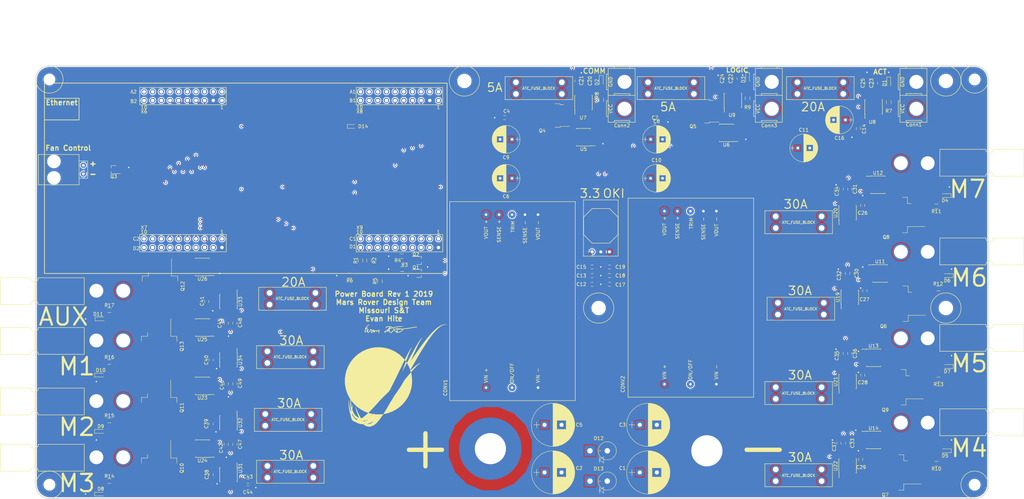
<source format=kicad_pcb>
(kicad_pcb (version 20171130) (host pcbnew "(5.0.0)")
  (layers (0 F.Cu signal) (1 UM.Cu signal) (2 BM.Cu signal) (31 B.Cu signal) (34 B.Paste user) (35 F.Paste user) (36 B.SilkS user) (37 F.SilkS user) (38 B.Mask user) (39 F.Mask user) (44 Edge.Cuts user))
  (net 0 "")
  (net 1 "Net-(3V3FAN1-Pad1)")
  (net 2 "Net-(CONV1-Pad2)")
  (net 3 "Net-(CONV2-Pad2)")
  (net 4 "Net-(Q4-Pad3)")
  (net 5 "Net-(Q4-Pad2)")
  (net 6 "Net-(Q4-Pad1)")
  (net 7 "Net-(Q5-Pad1)")
  (net 8 "Net-(Q5-Pad2)")
  (net 9 "Net-(Q5-Pad3)")
  (net 10 "Net-(U1-PadPM6)")
  (net 11 "Net-(U1-PadPQ1)")
  (net 12 "Net-(U1-PadPQ2)")
  (net 13 "Net-(U1-PadPQ3)")
  (net 14 "Net-(U1-PadPP3)")
  (net 15 "Net-(U1-PadPQ0)")
  (net 16 "Net-(U1-PadPA4)")
  (net 17 "Net-(U1-PadRese)")
  (net 18 "Net-(U1-PadPA7)")
  (net 19 "Net-(U1-PadPN5)")
  (net 20 "Net-(U1-PadPA5)")
  (net 21 "Net-(U1-PadPD2)")
  (net 22 "Net-(U1-PadPP0)")
  (net 23 "Net-(U1-PadPP1)")
  (net 24 "Net-(U1-PadPD4)")
  (net 25 "Net-(U1-PadPD5)")
  (net 26 "Net-(U1-PadPP4)")
  (net 27 "Net-(U1-PadPN4)")
  (net 28 "Net-(U1-PadPG1)")
  (net 29 "Net-(U1-PadPK4)")
  (net 30 "Net-(U1-PadPM7)")
  (net 31 "Net-(U1-PadPP5)")
  (net 32 "Net-(U1-PadPD7)")
  (net 33 "Net-(U1-PadPA6)")
  (net 34 "Net-(U1-PadPM4)")
  (net 35 "Net-(U1-PadPM5)")
  (net 36 "Net-(U1-PadPE4)")
  (net 37 "Net-(U1-PadPC6)")
  (net 38 "Net-(U1-PadPD3)")
  (net 39 "Net-(U1-PadPC7)")
  (net 40 "Net-(U1-PadPB2)")
  (net 41 "Net-(U1-PadPB3)")
  (net 42 "Net-(U1-PadPF1)")
  (net 43 "Net-(U1-PadPF2)")
  (net 44 "Net-(U1-PadPF3)")
  (net 45 "Net-(U1-PadPG0)")
  (net 46 "Net-(U1-PadPL4)")
  (net 47 "Net-(U1-PadPL5)")
  (net 48 "Net-(U1-PadPL0)")
  (net 49 "Net-(U1-PadPL1)")
  (net 50 "Net-(U1-PadPL2)")
  (net 51 "Net-(U1-PadPL3)")
  (net 52 "Net-(U1-PadPH3)")
  (net 53 "Net-(U1-PadPN2)")
  (net 54 "Net-(U5-Pad2)")
  (net 55 "Net-(U5-Pad3)")
  (net 56 "Net-(U6-Pad3)")
  (net 57 "Net-(U6-Pad2)")
  (net 58 "Net-(U11-Pad3)")
  (net 59 "Net-(U11-Pad2)")
  (net 60 "Net-(U12-Pad2)")
  (net 61 "Net-(U12-Pad3)")
  (net 62 "Net-(U13-Pad2)")
  (net 63 "Net-(U13-Pad3)")
  (net 64 "Net-(U14-Pad2)")
  (net 65 "Net-(U14-Pad3)")
  (net 66 "Net-(U23-Pad2)")
  (net 67 "Net-(U23-Pad3)")
  (net 68 "Net-(U24-Pad3)")
  (net 69 "Net-(U24-Pad2)")
  (net 70 "Net-(U25-Pad3)")
  (net 71 "Net-(U25-Pad2)")
  (net 72 "Net-(U26-Pad3)")
  (net 73 "Net-(U26-Pad2)")
  (net 74 "Net-(CONV1-Pad6)")
  (net 75 "Net-(CONV2-Pad6)")
  (net 76 GND)
  (net 77 PVDD)
  (net 78 "Net-(U1-PadPC4)")
  (net 79 "Net-(U1-PadPC5)")
  (net 80 "Net-(U1-Pad+5V)")
  (net 81 "Net-(C10-Pad1)")
  (net 82 "Net-(C11-Pad1)")
  (net 83 "Net-(C14-Pad1)")
  (net 84 "Net-(C20-Pad1)")
  (net 85 "Net-(C22-Pad1)")
  (net 86 "Net-(C23-Pad1)")
  (net 87 "Net-(C26-Pad1)")
  (net 88 "Net-(C27-Pad1)")
  (net 89 "Net-(C28-Pad1)")
  (net 90 "Net-(C29-Pad1)")
  (net 91 "Net-(C30-Pad2)")
  (net 92 "Net-(C31-Pad2)")
  (net 93 "Net-(C33-Pad2)")
  (net 94 "Net-(C36-Pad2)")
  (net 95 "Net-(C38-Pad1)")
  (net 96 "Net-(C39-Pad1)")
  (net 97 "Net-(C40-Pad1)")
  (net 98 "Net-(C41-Pad1)")
  (net 99 "Net-(C42-Pad2)")
  (net 100 "Net-(C44-Pad2)")
  (net 101 "Net-(C45-Pad2)")
  (net 102 "Net-(C46-Pad2)")
  (net 103 "Net-(Conn1-Pad2)")
  (net 104 "Net-(Conn2-Pad2)")
  (net 105 "Net-(Conn3-Pad2)")
  (net 106 "Net-(Conn4-Pad2)")
  (net 107 "Net-(Conn5-Pad2)")
  (net 108 "Net-(Conn6-Pad2)")
  (net 109 "Net-(Conn7-Pad2)")
  (net 110 "Net-(Conn8-Pad2)")
  (net 111 "Net-(Conn9-Pad2)")
  (net 112 "Net-(Conn10-Pad2)")
  (net 113 "Net-(Conn11-Pad2)")
  (net 114 "Net-(D1-Pad2)")
  (net 115 "Net-(D2-Pad2)")
  (net 116 "Net-(D3-Pad2)")
  (net 117 "Net-(D4-Pad2)")
  (net 118 "Net-(D5-Pad2)")
  (net 119 "Net-(D6-Pad2)")
  (net 120 "Net-(D7-Pad2)")
  (net 121 "Net-(D8-Pad2)")
  (net 122 "Net-(D9-Pad2)")
  (net 123 "Net-(D10-Pad2)")
  (net 124 "Net-(D11-Pad2)")
  (net 125 "Net-(Q1-Pad1)")
  (net 126 "Net-(Q2-Pad1)")
  (net 127 "Net-(Q6-Pad1)")
  (net 128 "Net-(Q7-Pad1)")
  (net 129 "Net-(Q8-Pad1)")
  (net 130 "Net-(Q9-Pad1)")
  (net 131 "Net-(Q10-Pad1)")
  (net 132 "Net-(Q11-Pad1)")
  (net 133 "Net-(Q12-Pad1)")
  (net 134 "Net-(Q13-Pad1)")
  (net 135 +3.3VA)
  (net 136 FAN_CTL)
  (net 137 LOGIC\COM_CTL)
  (net 138 ACT_CTL)
  (net 139 VMEAS_VBATT)
  (net 140 M4_IMEAS)
  (net 141 M2_IMEAS)
  (net 142 M3_IMEAS)
  (net 143 M6_IMEAS)
  (net 144 M5_IMEAS)
  (net 145 M1_IMEAS)
  (net 146 AUX_CTL)
  (net 147 M7_CTL)
  (net 148 M6_CTL)
  (net 149 M5_CTL)
  (net 150 M4_CTL)
  (net 151 M3_CTL)
  (net 152 M2_CTL)
  (net 153 M1_CTL)
  (net 154 LOGIC_IMEAS)
  (net 155 COM_IMEAS)
  (net 156 ACT_IMEAS)
  (net 157 M7_IMEAS)
  (net 158 LOGIC_CTL)
  (net 159 COM_CTL)
  (net 160 AUX_IMEAS)
  (net 161 "Net-(U15-Pad1)")
  (net 162 "Net-(U16-Pad1)")
  (net 163 "Net-(U17-Pad1)")
  (net 164 "Net-(U18-Pad1)")
  (net 165 "Net-(U27-Pad1)")
  (net 166 "Net-(U28-Pad1)")
  (net 167 "Net-(U29-Pad1)")
  (net 168 "Net-(U30-Pad1)")
  (module Resistors_SMD:R_0603_HandSoldering (layer F.Cu) (at 221.488 22.225 270)
    (fp_text reference R9 (at 2.667 0) (layer F.SilkS))
    (fp_text value 500)
    (pad 2 smd rect (at 1.1 0 270) (size 1.2 0.9) (layers F.Cu F.Paste F.Mask) (net 105 "Net-(Conn3-Pad2)"))
    (pad 1 smd rect (at -1.1 0 270) (size 1.2 0.9) (layers F.Cu F.Paste F.Mask) (net 116 "Net-(D3-Pad2)"))
  )
  (module Capacitors_SMD:C_0603_HandSoldering (layer F.Cu) (at 175.895 71.755)
    (fp_text reference C15 (at -3.175 0) (layer F.SilkS))
    (fp_text value 0.1u)
    (pad 2 smd rect (at 0.95 0) (size 1.2 0.75) (layers F.Cu F.Paste F.Mask) (net 76 GND))
    (pad 1 smd rect (at -0.95 0) (size 1.2 0.75) (layers F.Cu F.Paste F.Mask) (net 135 +3.3VA))
  )
  (module Capacitors_SMD:C_0603_HandSoldering (layer F.Cu) (at 180.975 71.755 180)
    (fp_text reference C19 (at -3.175 0 180) (layer F.SilkS))
    (fp_text value 0.1u)
    (pad 2 smd rect (at 0.95 0 180) (size 1.2 0.75) (layers F.Cu F.Paste F.Mask) (net 76 GND))
    (pad 1 smd rect (at -0.95 0 180) (size 1.2 0.75) (layers F.Cu F.Paste F.Mask) (net 77 PVDD))
  )
  (module Capacitors_SMD:C_0603_HandSoldering (layer F.Cu) (at 171.45 17.145 90)
    (fp_text reference C21 (at 0.127 1.27 90) (layer F.SilkS))
    (fp_text value 0.1u)
    (pad 1 smd rect (at -0.95 0 90) (size 1.2 0.75) (layers F.Cu F.Paste F.Mask) (net 135 +3.3VA))
    (pad 2 smd rect (at 0.95 0 90) (size 1.2 0.75) (layers F.Cu F.Paste F.Mask) (net 76 GND))
  )
  (module Capacitors_SMD:C_0603_HandSoldering (layer F.Cu) (at 215.265 16.444 270)
    (fp_text reference C24 (at 0 1.27 90) (layer F.SilkS))
    (fp_text value 0.1u)
    (pad 1 smd rect (at -0.95 0 270) (size 1.2 0.75) (layers F.Cu F.Paste F.Mask) (net 76 GND))
    (pad 2 smd rect (at 0.95 0 270) (size 1.2 0.75) (layers F.Cu F.Paste F.Mask) (net 135 +3.3VA))
  )
  (module Capacitors_SMD:C_0603_HandSoldering (layer F.Cu) (at 256.54 17.78 270)
    (fp_text reference C25 (at 0 1.27 270) (layer F.SilkS))
    (fp_text value 0.1u)
    (pad 1 smd rect (at -0.95 0 270) (size 1.2 0.75) (layers F.Cu F.Paste F.Mask) (net 76 GND))
    (pad 2 smd rect (at 0.95 0 270) (size 1.2 0.75) (layers F.Cu F.Paste F.Mask) (net 135 +3.3VA))
  )
  (module Capacitors_SMD:C_0603_HandSoldering (layer F.Cu) (at 255.27 53.655 90)
    (fp_text reference C26 (at -2.225 0 180) (layer F.SilkS))
    (fp_text value 0.1u)
    (pad 1 smd rect (at -0.95 0 90) (size 1.2 0.75) (layers F.Cu F.Paste F.Mask) (net 87 "Net-(C26-Pad1)"))
    (pad 2 smd rect (at 0.95 0 90) (size 1.2 0.75) (layers F.Cu F.Paste F.Mask) (net 76 GND))
  )
  (module Capacitors_SMD:C_0603_HandSoldering (layer F.Cu) (at 255.905 78.74 90)
    (fp_text reference C27 (at -2.54 -0.127 180) (layer F.SilkS))
    (fp_text value 0.1u)
    (pad 1 smd rect (at -0.95 0 90) (size 1.2 0.75) (layers F.Cu F.Paste F.Mask) (net 88 "Net-(C27-Pad1)"))
    (pad 2 smd rect (at 0.95 0 90) (size 1.2 0.75) (layers F.Cu F.Paste F.Mask) (net 76 GND))
  )
  (module Capacitors_SMD:C_0603_HandSoldering (layer F.Cu) (at 255.27 103.505 90)
    (fp_text reference C28 (at -2.159 0 180) (layer F.SilkS))
    (fp_text value 0.1u)
    (pad 1 smd rect (at -0.95 0 90) (size 1.2 0.75) (layers F.Cu F.Paste F.Mask) (net 89 "Net-(C28-Pad1)"))
    (pad 2 smd rect (at 0.95 0 90) (size 1.2 0.75) (layers F.Cu F.Paste F.Mask) (net 76 GND))
  )
  (module Capacitors_SMD:C_0603_HandSoldering (layer F.Cu) (at 254.635 128.27 90)
    (fp_text reference C29 (at -2.286 0.127 180) (layer F.SilkS))
    (fp_text value 0.1u)
    (pad 2 smd rect (at 0.95 0 90) (size 1.2 0.75) (layers F.Cu F.Paste F.Mask) (net 76 GND))
    (pad 1 smd rect (at -0.95 0 90) (size 1.2 0.75) (layers F.Cu F.Paste F.Mask) (net 90 "Net-(C29-Pad1)"))
  )
  (module Capacitors_SMD:C_0603_HandSoldering (layer F.Cu) (at 249.555 73.66 270)
    (fp_text reference C32 (at 0.635 1.27 270) (layer F.SilkS))
    (fp_text value 0.1u)
    (pad 1 smd rect (at -0.95 0 270) (size 1.2 0.75) (layers F.Cu F.Paste F.Mask) (net 76 GND))
    (pad 2 smd rect (at 0.95 0 270) (size 1.2 0.75) (layers F.Cu F.Paste F.Mask) (net 135 +3.3VA))
  )
  (module Capacitors_SMD:C_0603_HandSoldering (layer F.Cu) (at 248.92 48.895 270)
    (fp_text reference C34 (at 0.635 1.27 270) (layer F.SilkS))
    (fp_text value 0.1u)
    (pad 1 smd rect (at -0.95 0 270) (size 1.2 0.75) (layers F.Cu F.Paste F.Mask) (net 76 GND))
    (pad 2 smd rect (at 0.95 0 270) (size 1.2 0.75) (layers F.Cu F.Paste F.Mask) (net 135 +3.3VA))
  )
  (module Capacitors_SMD:C_0603_HandSoldering (layer F.Cu) (at 248.92 97.155 270)
    (fp_text reference C35 (at 0.635 1.27 90) (layer F.SilkS))
    (fp_text value 0.1u)
    (pad 2 smd rect (at 0.95 0 270) (size 1.2 0.75) (layers F.Cu F.Paste F.Mask) (net 135 +3.3VA))
    (pad 1 smd rect (at -0.95 0 270) (size 1.2 0.75) (layers F.Cu F.Paste F.Mask) (net 76 GND))
  )
  (module Capacitors_SMD:C_0603_HandSoldering (layer F.Cu) (at 248.285 123.51 270)
    (fp_text reference C37 (at 0.95 1.397 90) (layer F.SilkS))
    (fp_text value 0.1u)
    (pad 2 smd rect (at 0.95 0 270) (size 1.2 0.75) (layers F.Cu F.Paste F.Mask) (net 135 +3.3VA))
    (pad 1 smd rect (at -0.95 0 270) (size 1.2 0.75) (layers F.Cu F.Paste F.Mask) (net 76 GND))
  )
  (module Capacitors_SMD:C_0603_HandSoldering (layer F.Cu) (at 64.135 132.715 270)
    (fp_text reference C38 (at 0 1.27 270) (layer F.SilkS))
    (fp_text value 0.1u)
    (pad 2 smd rect (at 0.95 0 270) (size 1.2 0.75) (layers F.Cu F.Paste F.Mask) (net 76 GND))
    (pad 1 smd rect (at -0.95 0 270) (size 1.2 0.75) (layers F.Cu F.Paste F.Mask) (net 95 "Net-(C38-Pad1)"))
  )
  (module Capacitors_SMD:C_0603_HandSoldering (layer F.Cu) (at 64.135 117.79 270)
    (fp_text reference C39 (at 0 1.397 270) (layer F.SilkS))
    (fp_text value 0.1u)
    (pad 1 smd rect (at -0.95 0 270) (size 1.2 0.75) (layers F.Cu F.Paste F.Mask) (net 96 "Net-(C39-Pad1)"))
    (pad 2 smd rect (at 0.95 0 270) (size 1.2 0.75) (layers F.Cu F.Paste F.Mask) (net 76 GND))
  )
  (module Capacitors_SMD:C_0603_HandSoldering (layer F.Cu) (at 64.135 99.06 270)
    (fp_text reference C40 (at 0 1.397 270) (layer F.SilkS))
    (fp_text value 0.1u)
    (pad 1 smd rect (at -0.95 0 270) (size 1.2 0.75) (layers F.Cu F.Paste F.Mask) (net 97 "Net-(C40-Pad1)"))
    (pad 2 smd rect (at 0.95 0 270) (size 1.2 0.75) (layers F.Cu F.Paste F.Mask) (net 76 GND))
  )
  (module Capacitors_SMD:C_0603_HandSoldering (layer F.Cu) (at 62.865 81.915 270)
    (fp_text reference C41 (at -0.127 1.397 270) (layer F.SilkS))
    (fp_text value 0.1u)
    (pad 2 smd rect (at 0.95 0 270) (size 1.2 0.75) (layers F.Cu F.Paste F.Mask) (net 76 GND))
    (pad 1 smd rect (at -0.95 0 270) (size 1.2 0.75) (layers F.Cu F.Paste F.Mask) (net 98 "Net-(C41-Pad1)"))
  )
  (module Capacitors_SMD:C_0603_HandSoldering (layer F.Cu) (at 74.93 134.62 180)
    (fp_text reference C43 (at 0 1.27 180) (layer F.SilkS))
    (fp_text value 0.1u)
    (pad 1 smd rect (at -0.95 0 180) (size 1.2 0.75) (layers F.Cu F.Paste F.Mask) (net 76 GND))
    (pad 2 smd rect (at 0.95 0 180) (size 1.2 0.75) (layers F.Cu F.Paste F.Mask) (net 135 +3.3VA))
  )
  (module Capacitors_SMD:C_0603_HandSoldering (layer F.Cu) (at 71.12 123.825 90)
    (fp_text reference C47 (at 0 1.524 270) (layer F.SilkS))
    (fp_text value 0.1u)
    (pad 2 smd rect (at 0.95 0 90) (size 1.2 0.75) (layers F.Cu F.Paste F.Mask) (net 135 +3.3VA))
    (pad 1 smd rect (at -0.95 0 90) (size 1.2 0.75) (layers F.Cu F.Paste F.Mask) (net 76 GND))
  )
  (module Capacitors_SMD:C_0603_HandSoldering (layer F.Cu) (at 71.12 88.265 90)
    (fp_text reference C48 (at 0.127 1.524 90) (layer F.SilkS))
    (fp_text value 0.1u)
    (pad 1 smd rect (at -0.95 0 90) (size 1.2 0.75) (layers F.Cu F.Paste F.Mask) (net 76 GND))
    (pad 2 smd rect (at 0.95 0 90) (size 1.2 0.75) (layers F.Cu F.Paste F.Mask) (net 135 +3.3VA))
  )
  (module Capacitors_SMD:C_0603_HandSoldering (layer F.Cu) (at 71.12 106.045 90)
    (fp_text reference C49 (at 0.127 1.524 90) (layer F.SilkS))
    (fp_text value 0.1u)
    (pad 1 smd rect (at -0.95 0 90) (size 1.2 0.75) (layers F.Cu F.Paste F.Mask) (net 76 GND))
    (pad 2 smd rect (at 0.95 0 90) (size 1.2 0.75) (layers F.Cu F.Paste F.Mask) (net 135 +3.3VA))
  )
  (module Diodes_THT:D_DO-201AD_P5.08mm_Vertical_KathodeUp (layer F.Cu) (at 175.26 125.73)
    (fp_text reference D12 (at 2.54 -3.66) (layer F.SilkS))
    (fp_text value 1.5KE36)
    (pad 1 thru_hole rect (at 0 0) (size 3.2 3.2) (drill 1.6) (layers *.Cu *.Mask) (net 77 PVDD))
    (pad 2 thru_hole oval (at 5.08 0) (size 3.2 3.2) (drill 1.6) (layers *.Cu *.Mask) (net 76 GND))
  )
  (module Diodes_THT:D_DO-201AD_P5.08mm_Vertical_KathodeUp (layer F.Cu) (at 175.26 134.62)
    (fp_text reference D13 (at 2.54 -3.66) (layer F.SilkS))
    (fp_text value 1.5KE36)
    (pad 2 thru_hole oval (at 5.08 0) (size 3.2 3.2) (drill 1.6) (layers *.Cu *.Mask) (net 76 GND))
    (pad 1 thru_hole rect (at 0 0) (size 3.2 3.2) (drill 1.6) (layers *.Cu *.Mask) (net 77 PVDD))
  )
  (module Resistors_SMD:R_0603_HandSoldering (layer F.Cu) (at 120.185 72.39 180)
    (fp_text reference R3 (at -0.719 1.27 180) (layer F.SilkS))
    (fp_text value 100k)
    (pad 1 smd rect (at -1.1 0 180) (size 1.2 0.9) (layers F.Cu F.Paste F.Mask) (net 125 "Net-(Q1-Pad1)"))
    (pad 2 smd rect (at 1.1 0 180) (size 1.2 0.9) (layers F.Cu F.Paste F.Mask) (net 76 GND))
  )
  (module Resistors_SMD:R_0603_HandSoldering (layer F.Cu) (at 120.015 68.58)
    (fp_text reference R4 (at -1.143 1.27) (layer F.SilkS))
    (fp_text value 100k)
    (pad 2 smd rect (at 1.1 0) (size 1.2 0.9) (layers F.Cu F.Paste F.Mask) (net 126 "Net-(Q2-Pad1)"))
    (pad 1 smd rect (at -1.1 0) (size 1.2 0.9) (layers F.Cu F.Paste F.Mask) (net 76 GND))
  )
  (module Resistors_SMD:R_0603_HandSoldering (layer F.Cu) (at 113.665 75.903 90)
    (fp_text reference R5 (at 0 -1.45 90) (layer F.SilkS))
    (fp_text value 100k)
    (pad 2 smd rect (at 1.1 0 90) (size 1.2 0.9) (layers F.Cu F.Paste F.Mask) (net 139 VMEAS_VBATT))
    (pad 1 smd rect (at -1.1 0 90) (size 1.2 0.9) (layers F.Cu F.Paste F.Mask) (net 77 PVDD))
  )
  (module Resistors_SMD:R_0603_HandSoldering (layer F.Cu) (at 104.775 74.295 180)
    (fp_text reference R6 (at 0 -1.45 180) (layer F.SilkS))
    (fp_text value 10k)
    (pad 1 smd rect (at -1.1 0 180) (size 1.2 0.9) (layers F.Cu F.Paste F.Mask) (net 139 VMEAS_VBATT))
    (pad 2 smd rect (at 1.1 0 180) (size 1.2 0.9) (layers F.Cu F.Paste F.Mask) (net 76 GND))
  )
  (module Capacitors_SMD:C_0603_HandSoldering (layer F.Cu) (at 175.895 74.295)
    (fp_text reference C13 (at -3.175 0) (layer F.SilkS))
    (fp_text value 10u)
    (pad 2 smd rect (at 0.95 0) (size 1.2 0.75) (layers F.Cu F.Paste F.Mask) (net 76 GND))
    (pad 1 smd rect (at -0.95 0) (size 1.2 0.75) (layers F.Cu F.Paste F.Mask) (net 135 +3.3VA))
  )
  (module Capacitors_SMD:C_0603_HandSoldering (layer F.Cu) (at 180.975 74.295 180)
    (fp_text reference C18 (at -3.175 0 180) (layer F.SilkS))
    (fp_text value 10u)
    (pad 1 smd rect (at -0.95 0 180) (size 1.2 0.75) (layers F.Cu F.Paste F.Mask) (net 77 PVDD))
    (pad 2 smd rect (at 0.95 0 180) (size 1.2 0.75) (layers F.Cu F.Paste F.Mask) (net 76 GND))
  )
  (module Resistors_SMD:R_0603_HandSoldering (layer F.Cu) (at 107.95 69.85 90)
    (fp_text reference R1 (at 0 -1.45 90) (layer F.SilkS))
    (fp_text value 1k)
    (pad 2 smd rect (at 1.1 0 90) (size 1.2 0.9) (layers F.Cu F.Paste F.Mask) (net 137 LOGIC\COM_CTL))
    (pad 1 smd rect (at -1.1 0 90) (size 1.2 0.9) (layers F.Cu F.Paste F.Mask) (net 125 "Net-(Q1-Pad1)"))
  )
  (module Resistors_SMD:R_0603_HandSoldering (layer F.Cu) (at 110.49 69.85 90)
    (fp_text reference R2 (at 0 1.524 90) (layer F.SilkS))
    (fp_text value 1k)
    (pad 1 smd rect (at -1.1 0 90) (size 1.2 0.9) (layers F.Cu F.Paste F.Mask) (net 126 "Net-(Q2-Pad1)"))
    (pad 2 smd rect (at 1.1 0 90) (size 1.2 0.9) (layers F.Cu F.Paste F.Mask) (net 138 ACT_CTL))
  )
  (module Resistors_SMD:R_0603_HandSoldering (layer F.Cu) (at 262.89 23.368 270)
    (fp_text reference R7 (at 2.583 0) (layer F.SilkS))
    (fp_text value 500)
    (pad 2 smd rect (at 1.1 0 270) (size 1.2 0.9) (layers F.Cu F.Paste F.Mask) (net 103 "Net-(Conn1-Pad2)"))
    (pad 1 smd rect (at -1.1 0 270) (size 1.2 0.9) (layers F.Cu F.Paste F.Mask) (net 114 "Net-(D1-Pad2)"))
  )
  (module Resistors_SMD:R_0603_HandSoldering (layer F.Cu) (at 178.562 22.69 270)
    (fp_text reference R8 (at -1.354 1.27 270) (layer F.SilkS))
    (fp_text value 500)
    (pad 2 smd rect (at 1.1 0 270) (size 1.2 0.9) (layers F.Cu F.Paste F.Mask) (net 104 "Net-(Conn2-Pad2)"))
    (pad 1 smd rect (at -1.1 0 270) (size 1.2 0.9) (layers F.Cu F.Paste F.Mask) (net 115 "Net-(D2-Pad2)"))
  )
  (module Capacitors_THT:CP_Radial_D12.5mm_P5.00mm (layer F.Cu) (at 189.865 132.08)
    (fp_text reference C1 (at -5.08 -1.27) (layer F.SilkS))
    (fp_text value 1m)
    (pad 2 thru_hole circle (at 5 0) (size 2.4 2.4) (drill 1.2) (layers *.Cu *.Mask) (net 76 GND))
    (pad 1 thru_hole rect (at 0 0) (size 2.4 2.4) (drill 1.2) (layers *.Cu *.Mask) (net 77 PVDD))
  )
  (module Capacitors_THT:CP_Radial_D12.5mm_P5.00mm (layer F.Cu) (at 161.925 132.08)
    (fp_text reference C2 (at 10.16 -1.27) (layer F.SilkS))
    (fp_text value 1m)
    (pad 1 thru_hole rect (at 0 0) (size 2.4 2.4) (drill 1.2) (layers *.Cu *.Mask) (net 77 PVDD))
    (pad 2 thru_hole circle (at 5 0) (size 2.4 2.4) (drill 1.2) (layers *.Cu *.Mask) (net 76 GND))
  )
  (module Capacitors_THT:CP_Radial_D12.5mm_P5.00mm (layer F.Cu) (at 189.865 118.11)
    (fp_text reference C3 (at -5.08 0) (layer F.SilkS))
    (fp_text value 1m)
    (pad 2 thru_hole circle (at 5 0) (size 2.4 2.4) (drill 1.2) (layers *.Cu *.Mask) (net 76 GND))
    (pad 1 thru_hole rect (at 0 0) (size 2.4 2.4) (drill 1.2) (layers *.Cu *.Mask) (net 77 PVDD))
  )
  (module Capacitors_THT:CP_Radial_D12.5mm_P5.00mm (layer F.Cu) (at 161.925 118.11)
    (fp_text reference C5 (at 10.16 0) (layer F.SilkS))
    (fp_text value 1m)
    (pad 1 thru_hole rect (at 0 0) (size 2.4 2.4) (drill 1.2) (layers *.Cu *.Mask) (net 77 PVDD))
    (pad 2 thru_hole circle (at 5 0) (size 2.4 2.4) (drill 1.2) (layers *.Cu *.Mask) (net 76 GND))
  )
  (module Capacitors_SMD:C_0603_HandSoldering (layer F.Cu) (at 175.895 76.835)
    (fp_text reference C12 (at -3.175 0) (layer F.SilkS))
    (fp_text value 1n)
    (pad 2 smd rect (at 0.95 0) (size 1.2 0.75) (layers F.Cu F.Paste F.Mask) (net 76 GND))
    (pad 1 smd rect (at -0.95 0) (size 1.2 0.75) (layers F.Cu F.Paste F.Mask) (net 135 +3.3VA))
  )
  (module Capacitors_SMD:C_0603_HandSoldering (layer F.Cu) (at 180.975 76.835 180)
    (fp_text reference C17 (at -3.175 -0.127 180) (layer F.SilkS))
    (fp_text value 1n)
    (pad 1 smd rect (at -0.95 0 180) (size 1.2 0.75) (layers F.Cu F.Paste F.Mask) (net 77 PVDD))
    (pad 2 smd rect (at 0.95 0 180) (size 1.2 0.75) (layers F.Cu F.Paste F.Mask) (net 76 GND))
  )
  (module Capacitors_SMD:C_0603_HandSoldering (layer F.Cu) (at 173.99 17.145 90)
    (fp_text reference C20 (at 0 1.27 90) (layer F.SilkS))
    (fp_text value 1n)
    (pad 1 smd rect (at -0.95 0 90) (size 1.2 0.75) (layers F.Cu F.Paste F.Mask) (net 84 "Net-(C20-Pad1)"))
    (pad 2 smd rect (at 0.95 0 90) (size 1.2 0.75) (layers F.Cu F.Paste F.Mask) (net 76 GND))
  )
  (module Capacitors_SMD:C_0603_HandSoldering (layer F.Cu) (at 217.805 16.444 90)
    (fp_text reference C22 (at 0 -1.25 90) (layer F.SilkS))
    (fp_text value 1n)
    (pad 2 smd rect (at 0.95 0 90) (size 1.2 0.75) (layers F.Cu F.Paste F.Mask) (net 76 GND))
    (pad 1 smd rect (at -0.95 0 90) (size 1.2 0.75) (layers F.Cu F.Paste F.Mask) (net 85 "Net-(C22-Pad1)"))
  )
  (module Capacitors_SMD:C_0603_HandSoldering (layer F.Cu) (at 259.08 17.78 90)
    (fp_text reference C23 (at 0 -1.27 90) (layer F.SilkS))
    (fp_text value 1n)
    (pad 2 smd rect (at 0.95 0 90) (size 1.2 0.75) (layers F.Cu F.Paste F.Mask) (net 76 GND))
    (pad 1 smd rect (at -0.95 0 90) (size 1.2 0.75) (layers F.Cu F.Paste F.Mask) (net 86 "Net-(C23-Pad1)"))
  )
  (module Capacitors_SMD:C_0603_HandSoldering (layer F.Cu) (at 252.095 73.66 270)
    (fp_text reference C30 (at 0 -1.397 270) (layer F.SilkS))
    (fp_text value 1n)
    (pad 2 smd rect (at 0.95 0 270) (size 1.2 0.75) (layers F.Cu F.Paste F.Mask) (net 91 "Net-(C30-Pad2)"))
    (pad 1 smd rect (at -0.95 0 270) (size 1.2 0.75) (layers F.Cu F.Paste F.Mask) (net 76 GND))
  )
  (module Capacitors_SMD:C_0603_HandSoldering (layer F.Cu) (at 251.46 48.895 270)
    (fp_text reference C31 (at 0 -1.524 270) (layer F.SilkS))
    (fp_text value 1n)
    (pad 2 smd rect (at 0.95 0 270) (size 1.2 0.75) (layers F.Cu F.Paste F.Mask) (net 92 "Net-(C31-Pad2)"))
    (pad 1 smd rect (at -0.95 0 270) (size 1.2 0.75) (layers F.Cu F.Paste F.Mask) (net 76 GND))
  )
  (module Capacitors_SMD:C_0603_HandSoldering (layer F.Cu) (at 250.825 123.505 270)
    (fp_text reference C33 (at 0 -1.397 270) (layer F.SilkS))
    (fp_text value 1n)
    (pad 1 smd rect (at -0.95 0 270) (size 1.2 0.75) (layers F.Cu F.Paste F.Mask) (net 76 GND))
    (pad 2 smd rect (at 0.95 0 270) (size 1.2 0.75) (layers F.Cu F.Paste F.Mask) (net 93 "Net-(C33-Pad2)"))
  )
  (module Capacitors_SMD:C_0603_HandSoldering (layer F.Cu) (at 251.46 97.155 270)
    (fp_text reference C36 (at 0 -1.524 270) (layer F.SilkS))
    (fp_text value 1n)
    (pad 1 smd rect (at -0.95 0 270) (size 1.2 0.75) (layers F.Cu F.Paste F.Mask) (net 76 GND))
    (pad 2 smd rect (at 0.95 0 270) (size 1.2 0.75) (layers F.Cu F.Paste F.Mask) (net 94 "Net-(C36-Pad2)"))
  )
  (module Capacitors_SMD:C_0603_HandSoldering (layer F.Cu) (at 68.58 123.825 90)
    (fp_text reference C42 (at -1.143 -1.524 90) (layer F.SilkS))
    (fp_text value 1n)
    (pad 1 smd rect (at -0.95 0 90) (size 1.2 0.75) (layers F.Cu F.Paste F.Mask) (net 76 GND))
    (pad 2 smd rect (at 0.95 0 90) (size 1.2 0.75) (layers F.Cu F.Paste F.Mask) (net 99 "Net-(C42-Pad2)"))
  )
  (module Capacitors_SMD:C_0603_HandSoldering (layer F.Cu) (at 74.93 136.525 180)
    (fp_text reference C44 (at 0 -1.397 180) (layer F.SilkS))
    (fp_text value 1n)
    (pad 2 smd rect (at 0.95 0 180) (size 1.2 0.75) (layers F.Cu F.Paste F.Mask) (net 100 "Net-(C44-Pad2)"))
    (pad 1 smd rect (at -0.95 0 180) (size 1.2 0.75) (layers F.Cu F.Paste F.Mask) (net 76 GND))
  )
  (module Capacitors_SMD:C_0603_HandSoldering (layer F.Cu) (at 68.58 88.265 90)
    (fp_text reference C45 (at 0 -1.905 90) (layer F.SilkS))
    (fp_text value 1n)
    (pad 2 smd rect (at 0.95 0 90) (size 1.2 0.75) (layers F.Cu F.Paste F.Mask) (net 101 "Net-(C45-Pad2)"))
    (pad 1 smd rect (at -0.95 0 90) (size 1.2 0.75) (layers F.Cu F.Paste F.Mask) (net 76 GND))
  )
  (module Capacitors_SMD:C_0603_HandSoldering (layer F.Cu) (at 68.58 106.045 90)
    (fp_text reference C46 (at -0.381 -1.27 90) (layer F.SilkS))
    (fp_text value 1n)
    (pad 2 smd rect (at 0.95 0 90) (size 1.2 0.75) (layers F.Cu F.Paste F.Mask) (net 102 "Net-(C46-Pad2)"))
    (pad 1 smd rect (at -0.95 0 90) (size 1.2 0.75) (layers F.Cu F.Paste F.Mask) (net 76 GND))
  )
  (module Capacitors_SMD:C_0603_HandSoldering (layer F.Cu) (at 150.18 27.94 180)
    (fp_text reference C4 (at -0.635 1.905) (layer F.SilkS))
    (fp_text value 2.2u)
    (pad 2 smd rect (at 0.95 0 180) (size 1.2 0.75) (layers F.Cu F.Paste F.Mask) (net 76 GND))
    (pad 1 smd rect (at -0.95 0 180) (size 1.2 0.75) (layers F.Cu F.Paste F.Mask) (net 81 "Net-(C10-Pad1)"))
  )
  (module Capacitors_SMD:C_0603_HandSoldering (layer F.Cu) (at 194.31 29.21 180)
    (fp_text reference C7 (at 0 1.27) (layer F.SilkS))
    (fp_text value 2.2u)
    (pad 1 smd rect (at -0.95 0 180) (size 1.2 0.75) (layers F.Cu F.Paste F.Mask) (net 76 GND))
    (pad 2 smd rect (at 0.95 0 180) (size 1.2 0.75) (layers F.Cu F.Paste F.Mask) (net 81 "Net-(C10-Pad1)"))
  )
  (module Capacitors_SMD:C_0603_HandSoldering (layer F.Cu) (at 254 31.115 270)
    (fp_text reference C14 (at 0.127 -1.651 90) (layer F.SilkS))
    (fp_text value 2.2u)
    (pad 2 smd rect (at 0.95 0 270) (size 1.2 0.75) (layers F.Cu F.Paste F.Mask) (net 76 GND))
    (pad 1 smd rect (at -0.95 0 270) (size 1.2 0.75) (layers F.Cu F.Paste F.Mask) (net 83 "Net-(C14-Pad1)"))
  )
  (module MRDT-Connectors:MOLEX_SL_02_Horizontal (layer F.Cu) (at 26.67 43.18 90)
    (fp_text reference 3V3FAN1 hide)
    (fp_text value Molex_SL_02)
    (pad "" np_thru_hole circle (at -2.415 -8.64 90) (size 3.45 3.45) (drill 3.45) (layers *.Cu *.Mask))
    (pad 1 thru_hole circle (at -1.27 0 90) (size 1.524 1.524) (drill 0.762) (layers *.Cu *.Mask) (net 1 "Net-(3V3FAN1-Pad1)"))
    (pad 2 thru_hole circle (at 1.27 0 90) (size 1.524 1.524) (drill 0.762) (layers *.Cu *.Mask) (net 135 +3.3VA))
    (pad "" np_thru_hole circle (at 2.413 -8.636 90) (size 3.45 3.45) (drill 3.45) (layers *.Cu *.Mask))
  )
  (module Resistors_SMD:R_0603_HandSoldering (layer F.Cu) (at 276.86 53.975 180)
    (fp_text reference R11 (at 0 -1.45 180) (layer F.SilkS))
    (fp_text value 1.5k)
    (pad 1 smd rect (at -1.1 0 180) (size 1.2 0.9) (layers F.Cu F.Paste F.Mask) (net 117 "Net-(D4-Pad2)"))
    (pad 2 smd rect (at 1.1 0 180) (size 1.2 0.9) (layers F.Cu F.Paste F.Mask) (net 106 "Net-(Conn4-Pad2)"))
  )
  (module Resistors_SMD:R_0603_HandSoldering (layer F.Cu) (at 276.86 129.54 180)
    (fp_text reference R10 (at 0 -1.45 180) (layer F.SilkS))
    (fp_text value 1.5k)
    (pad 1 smd rect (at -1.1 0 180) (size 1.2 0.9) (layers F.Cu F.Paste F.Mask) (net 118 "Net-(D5-Pad2)"))
    (pad 2 smd rect (at 1.1 0 180) (size 1.2 0.9) (layers F.Cu F.Paste F.Mask) (net 109 "Net-(Conn7-Pad2)"))
  )
  (module Resistors_SMD:R_0603_HandSoldering (layer F.Cu) (at 277.495 78.105 180)
    (fp_text reference R12 (at 0.127 1.397 180) (layer F.SilkS))
    (fp_text value 1.5k)
    (pad 2 smd rect (at 1.1 0 180) (size 1.2 0.9) (layers F.Cu F.Paste F.Mask) (net 107 "Net-(Conn5-Pad2)"))
    (pad 1 smd rect (at -1.1 0 180) (size 1.2 0.9) (layers F.Cu F.Paste F.Mask) (net 119 "Net-(D6-Pad2)"))
  )
  (module Resistors_SMD:R_0603_HandSoldering (layer F.Cu) (at 277.495 104.775 180)
    (fp_text reference R13 (at 0 -1.45 180) (layer F.SilkS))
    (fp_text value 1.5k)
    (pad 2 smd rect (at 1.1 0 180) (size 1.2 0.9) (layers F.Cu F.Paste F.Mask) (net 108 "Net-(Conn6-Pad2)"))
    (pad 1 smd rect (at -1.1 0 180) (size 1.2 0.9) (layers F.Cu F.Paste F.Mask) (net 120 "Net-(D7-Pad2)"))
  )
  (module Resistors_SMD:R_0603_HandSoldering (layer F.Cu) (at 34.29 134.62)
    (fp_text reference R14 (at 0 -1.45) (layer F.SilkS))
    (fp_text value 1.5k)
    (pad 1 smd rect (at -1.1 0) (size 1.2 0.9) (layers F.Cu F.Paste F.Mask) (net 121 "Net-(D8-Pad2)"))
    (pad 2 smd rect (at 1.1 0) (size 1.2 0.9) (layers F.Cu F.Paste F.Mask) (net 113 "Net-(Conn11-Pad2)"))
  )
  (module Resistors_SMD:R_0603_HandSoldering (layer F.Cu) (at 34.29 116.84)
    (fp_text reference R15 (at 0 -1.45) (layer F.SilkS))
    (fp_text value 1.5k)
    (pad 1 smd rect (at -1.1 0) (size 1.2 0.9) (layers F.Cu F.Paste F.Mask) (net 122 "Net-(D9-Pad2)"))
    (pad 2 smd rect (at 1.1 0) (size 1.2 0.9) (layers F.Cu F.Paste F.Mask) (net 112 "Net-(Conn10-Pad2)"))
  )
  (module Resistors_SMD:R_0603_HandSoldering (layer F.Cu) (at 34.29 99.695)
    (fp_text reference R16 (at 0 -1.45) (layer F.SilkS))
    (fp_text value 1.5k)
    (pad 1 smd rect (at -1.1 0) (size 1.2 0.9) (layers F.Cu F.Paste F.Mask) (net 123 "Net-(D10-Pad2)"))
    (pad 2 smd rect (at 1.1 0) (size 1.2 0.9) (layers F.Cu F.Paste F.Mask) (net 111 "Net-(Conn9-Pad2)"))
  )
  (module Resistors_SMD:R_0603_HandSoldering (layer F.Cu) (at 34.29 84.455)
    (fp_text reference R17 (at 0 -1.45) (layer F.SilkS))
    (fp_text value 1.5k)
    (pad 2 smd rect (at 1.1 0) (size 1.2 0.9) (layers F.Cu F.Paste F.Mask) (net 110 "Net-(Conn8-Pad2)"))
    (pad 1 smd rect (at -1.1 0) (size 1.2 0.9) (layers F.Cu F.Paste F.Mask) (net 124 "Net-(D11-Pad2)"))
  )
  (module MRDT-Connectors:Anderson_2_Vertical (layer F.Cu) (at 274.32 41.275 180)
    (fp_text reference Conn4 hide)
    (fp_text value AndersonPP)
    (pad 1 thru_hole circle (at 0 0 180) (size 5.08 5.08) (drill 4.06) (layers *.Cu *.Mask F.Paste) (net 76 GND))
    (pad 2 thru_hole circle (at 7.874 0 180) (size 5.08 5.08) (drill 4.06) (layers *.Cu *.Mask F.Paste) (net 106 "Net-(Conn4-Pad2)"))
  )
  (module MRDT-Connectors:Anderson_2_Vertical (layer F.Cu) (at 274.32 67.31 180)
    (fp_text reference Conn5 hide)
    (fp_text value AndersonPP)
    (pad 2 thru_hole circle (at 7.874 0 180) (size 5.08 5.08) (drill 4.06) (layers *.Cu *.Mask F.Paste) (net 107 "Net-(Conn5-Pad2)"))
    (pad 1 thru_hole circle (at 0 0 180) (size 5.08 5.08) (drill 4.06) (layers *.Cu *.Mask F.Paste) (net 76 GND))
  )
  (module MRDT-Connectors:Anderson_2_Vertical (layer F.Cu) (at 274.32 92.71 180)
    (fp_text reference Conn6 hide)
    (fp_text value AndersonPP)
    (pad 2 thru_hole circle (at 7.874 0 180) (size 5.08 5.08) (drill 4.06) (layers *.Cu *.Mask F.Paste) (net 108 "Net-(Conn6-Pad2)"))
    (pad 1 thru_hole circle (at 0 0 180) (size 5.08 5.08) (drill 4.06) (layers *.Cu *.Mask F.Paste) (net 76 GND))
  )
  (module MRDT-Connectors:Anderson_2_Vertical (layer F.Cu) (at 274.32 117.475 180)
    (fp_text reference Conn7 hide)
    (fp_text value AndersonPP)
    (pad 2 thru_hole circle (at 7.874 0 180) (size 5.08 5.08) (drill 4.06) (layers *.Cu *.Mask F.Paste) (net 109 "Net-(Conn7-Pad2)"))
    (pad 1 thru_hole circle (at 0 0 180) (size 5.08 5.08) (drill 4.06) (layers *.Cu *.Mask F.Paste) (net 76 GND))
  )
  (module MRDT-Connectors:Anderson_2_Vertical (layer F.Cu) (at 30.48 78.74)
    (fp_text reference Conn8 hide)
    (fp_text value AndersonPP)
    (pad 1 thru_hole circle (at 0 0) (size 5.08 5.08) (drill 4.06) (layers *.Cu *.Mask F.Paste) (net 76 GND))
    (pad 2 thru_hole circle (at 7.874 0) (size 5.08 5.08) (drill 4.06) (layers *.Cu *.Mask F.Paste) (net 110 "Net-(Conn8-Pad2)"))
  )
  (module MRDT-Connectors:Anderson_2_Vertical (layer F.Cu) (at 30.48 93.345)
    (fp_text reference Conn9 hide)
    (fp_text value AndersonPP)
    (pad 2 thru_hole circle (at 7.874 0) (size 5.08 5.08) (drill 4.06) (layers *.Cu *.Mask F.Paste) (net 111 "Net-(Conn9-Pad2)"))
    (pad 1 thru_hole circle (at 0 0) (size 5.08 5.08) (drill 4.06) (layers *.Cu *.Mask F.Paste) (net 76 GND))
  )
  (module MRDT-Connectors:Anderson_2_Vertical (layer F.Cu) (at 30.48 111.125)
    (fp_text reference Conn10 hide)
    (fp_text value AndersonPP)
    (pad 1 thru_hole circle (at 0 0) (size 5.08 5.08) (drill 4.06) (layers *.Cu *.Mask F.Paste) (net 76 GND))
    (pad 2 thru_hole circle (at 7.874 0) (size 5.08 5.08) (drill 4.06) (layers *.Cu *.Mask F.Paste) (net 112 "Net-(Conn10-Pad2)"))
  )
  (module MRDT-Connectors:Anderson_2_Vertical (layer F.Cu) (at 30.48 127.635)
    (fp_text reference Conn11 hide)
    (fp_text value AndersonPP)
    (pad 2 thru_hole circle (at 7.874 0) (size 5.08 5.08) (drill 4.06) (layers *.Cu *.Mask F.Paste) (net 113 "Net-(Conn11-Pad2)"))
    (pad 1 thru_hole circle (at 0 0) (size 5.08 5.08) (drill 4.06) (layers *.Cu *.Mask F.Paste) (net 76 GND))
  )
  (module LEDs:LED_0603_HandSoldering (layer F.Cu) (at 262.89 17.78 270)
    (fp_text reference D1 (at 0 1.27 90) (layer F.SilkS))
    (fp_text value LED)
    (pad 2 smd rect (at 1.1 0 270) (size 1.2 0.9) (layers F.Cu F.Paste F.Mask) (net 114 "Net-(D1-Pad2)"))
    (pad 1 smd rect (at -1.1 0 270) (size 1.2 0.9) (layers F.Cu F.Paste F.Mask) (net 76 GND))
  )
  (module LEDs:LED_0603_HandSoldering (layer F.Cu) (at 178.562 17.315 270)
    (fp_text reference D2 (at 0.211 1.27 270) (layer F.SilkS))
    (fp_text value LED)
    (pad 2 smd rect (at 1.1 0 270) (size 1.2 0.9) (layers F.Cu F.Paste F.Mask) (net 115 "Net-(D2-Pad2)"))
    (pad 1 smd rect (at -1.1 0 270) (size 1.2 0.9) (layers F.Cu F.Paste F.Mask) (net 76 GND))
  )
  (module LEDs:LED_0603_HandSoldering (layer F.Cu) (at 221.488 16.51 270)
    (fp_text reference D3 (at 0.254 1.27 270) (layer F.SilkS))
    (fp_text value LED)
    (pad 1 smd rect (at -1.1 0 270) (size 1.2 0.9) (layers F.Cu F.Paste F.Mask) (net 76 GND))
    (pad 2 smd rect (at 1.1 0 270) (size 1.2 0.9) (layers F.Cu F.Paste F.Mask) (net 116 "Net-(D3-Pad2)"))
  )
  (module LEDs:LED_0603_HandSoldering (layer F.Cu) (at 279.4 50.8 180)
    (fp_text reference D4 (at 0 -1.45 180) (layer F.SilkS))
    (fp_text value LED)
    (pad 1 smd rect (at -1.1 0 180) (size 1.2 0.9) (layers F.Cu F.Paste F.Mask) (net 76 GND))
    (pad 2 smd rect (at 1.1 0 180) (size 1.2 0.9) (layers F.Cu F.Paste F.Mask) (net 117 "Net-(D4-Pad2)"))
  )
  (module LEDs:LED_0603_HandSoldering (layer F.Cu) (at 279.4 125.73 180)
    (fp_text reference D5 (at 0 -1.45 180) (layer F.SilkS))
    (fp_text value LED)
    (pad 1 smd rect (at -1.1 0 180) (size 1.2 0.9) (layers F.Cu F.Paste F.Mask) (net 76 GND))
    (pad 2 smd rect (at 1.1 0 180) (size 1.2 0.9) (layers F.Cu F.Paste F.Mask) (net 118 "Net-(D5-Pad2)"))
  )
  (module LEDs:LED_0603_HandSoldering (layer F.Cu) (at 280.035 74.295 180)
    (fp_text reference D6 (at 0 -1.45 180) (layer F.SilkS))
    (fp_text value LED)
    (pad 1 smd rect (at -1.1 0 180) (size 1.2 0.9) (layers F.Cu F.Paste F.Mask) (net 76 GND))
    (pad 2 smd rect (at 1.1 0 180) (size 1.2 0.9) (layers F.Cu F.Paste F.Mask) (net 119 "Net-(D6-Pad2)"))
  )
  (module LEDs:LED_0603_HandSoldering (layer F.Cu) (at 280.035 100.965 180)
    (fp_text reference D7 (at 0 -1.45 180) (layer F.SilkS))
    (fp_text value LED)
    (pad 2 smd rect (at 1.1 0 180) (size 1.2 0.9) (layers F.Cu F.Paste F.Mask) (net 120 "Net-(D7-Pad2)"))
    (pad 1 smd rect (at -1.1 0 180) (size 1.2 0.9) (layers F.Cu F.Paste F.Mask) (net 76 GND))
  )
  (module LEDs:LED_0603_HandSoldering (layer F.Cu) (at 31.75 138.43)
    (fp_text reference D8 (at 0 -1.524) (layer F.SilkS))
    (fp_text value LED)
    (pad 1 smd rect (at -1.1 0) (size 1.2 0.9) (layers F.Cu F.Paste F.Mask) (net 76 GND))
    (pad 2 smd rect (at 1.1 0) (size 1.2 0.9) (layers F.Cu F.Paste F.Mask) (net 121 "Net-(D8-Pad2)"))
  )
  (module LEDs:LED_0603_HandSoldering (layer F.Cu) (at 31.75 120.015)
    (fp_text reference D9 (at 0 -1.45) (layer F.SilkS))
    (fp_text value LED)
    (pad 1 smd rect (at -1.1 0) (size 1.2 0.9) (layers F.Cu F.Paste F.Mask) (net 76 GND))
    (pad 2 smd rect (at 1.1 0) (size 1.2 0.9) (layers F.Cu F.Paste F.Mask) (net 122 "Net-(D9-Pad2)"))
  )
  (module LEDs:LED_0603_HandSoldering (layer F.Cu) (at 31.75 103.505)
    (fp_text reference D10 (at 0 -1.45) (layer F.SilkS))
    (fp_text value LED)
    (pad 2 smd rect (at 1.1 0) (size 1.2 0.9) (layers F.Cu F.Paste F.Mask) (net 123 "Net-(D10-Pad2)"))
    (pad 1 smd rect (at -1.1 0) (size 1.2 0.9) (layers F.Cu F.Paste F.Mask) (net 76 GND))
  )
  (module LEDs:LED_0603_HandSoldering (layer F.Cu) (at 31.92 86.995)
    (fp_text reference D11 (at -0.932 -1.397) (layer F.SilkS))
    (fp_text value LED)
    (pad 2 smd rect (at 1.1 0) (size 1.2 0.9) (layers F.Cu F.Paste F.Mask) (net 124 "Net-(D11-Pad2)"))
    (pad 1 smd rect (at -1.1 0) (size 1.2 0.9) (layers F.Cu F.Paste F.Mask) (net 76 GND))
  )
  (module TO_SOT_Packages_SMD:SOT-323_SC-70_Handsoldering (layer F.Cu) (at 125.095 73.66)
    (fp_text reference Q1 (at -0.889 -1.778) (layer F.SilkS))
    (fp_text value BSS138PW.115)
    (pad 3 smd rect (at 1.33 0 270) (size 0.45 1.5) (layers F.Cu F.Paste F.Mask) (net 2 "Net-(CONV1-Pad2)"))
    (pad 2 smd rect (at -1.33 0.65 270) (size 0.45 1.5) (layers F.Cu F.Paste F.Mask) (net 76 GND))
    (pad 1 smd rect (at -1.33 -0.65 270) (size 0.45 1.5) (layers F.Cu F.Paste F.Mask) (net 125 "Net-(Q1-Pad1)"))
  )
  (module TO_SOT_Packages_SMD:SOT-323_SC-70_Handsoldering (layer F.Cu) (at 125.095 69.85)
    (fp_text reference Q2 (at -0.889 -1.778) (layer F.SilkS))
    (fp_text value BSS138PW.115)
    (pad 1 smd rect (at -1.33 -0.65 270) (size 0.45 1.5) (layers F.Cu F.Paste F.Mask) (net 126 "Net-(Q2-Pad1)"))
    (pad 2 smd rect (at -1.33 0.65 270) (size 0.45 1.5) (layers F.Cu F.Paste F.Mask) (net 76 GND))
    (pad 3 smd rect (at 1.33 0 270) (size 0.45 1.5) (layers F.Cu F.Paste F.Mask) (net 3 "Net-(CONV2-Pad2)"))
  )
  (module TO_SOT_Packages_SMD:SOT-323_SC-70_Handsoldering (layer F.Cu) (at 35.56 43.18 180)
    (fp_text reference Q3 (at 0 -2 180) (layer F.SilkS))
    (fp_text value IPT020N10N3)
    (pad 3 smd rect (at 1.33 0 90) (size 0.45 1.5) (layers F.Cu F.Paste F.Mask) (net 1 "Net-(3V3FAN1-Pad1)"))
    (pad 2 smd rect (at -1.33 0.65 90) (size 0.45 1.5) (layers F.Cu F.Paste F.Mask) (net 76 GND))
    (pad 1 smd rect (at -1.33 -0.65 90) (size 0.45 1.5) (layers F.Cu F.Paste F.Mask) (net 136 FAN_CTL))
  )
  (module TO_SOT_Packages_SMD:TO-263-2 (layer F.Cu) (at 265.63 82.55 180)
    (fp_text reference Q6 (at 4.264 -6.604 180) (layer F.SilkS))
    (fp_text value Q_NMOS_GDS)
    (pad 1 smd rect (at -5.775 -2.54 180) (size 4.6 1.1) (layers F.Cu F.Paste F.Mask) (net 127 "Net-(Q6-Pad1)"))
    (pad 3 smd rect (at -5.775 2.54 180) (size 4.6 1.1) (layers F.Cu F.Paste F.Mask) (net 107 "Net-(Conn5-Pad2)"))
    (pad 2 smd rect (at 3.375 0 180) (size 9.4 10.8) (layers F.Cu F.Mask) (net 88 "Net-(C27-Pad1)"))
    (pad 2 smd rect (at 5.8 2.775 180) (size 4.55 5.25) (layers F.Cu F.Paste) (net 88 "Net-(C27-Pad1)"))
    (pad 2 smd rect (at 0.95 -2.775 180) (size 4.55 5.25) (layers F.Cu F.Paste) (net 88 "Net-(C27-Pad1)"))
    (pad 2 smd rect (at 5.8 -2.775 180) (size 4.55 5.25) (layers F.Cu F.Paste) (net 88 "Net-(C27-Pad1)"))
    (pad 2 smd rect (at 0.95 2.775 180) (size 4.55 5.25) (layers F.Cu F.Paste) (net 88 "Net-(C27-Pad1)"))
  )
  (module TO_SOT_Packages_SMD:TO-263-2 (layer F.Cu) (at 264.36 132.08 180)
    (fp_text reference Q7 (at 2.486 -6.604 180) (layer F.SilkS))
    (fp_text value Q_NMOS_GDS)
    (pad 1 smd rect (at -5.775 -2.54 180) (size 4.6 1.1) (layers F.Cu F.Paste F.Mask) (net 128 "Net-(Q7-Pad1)"))
    (pad 3 smd rect (at -5.775 2.54 180) (size 4.6 1.1) (layers F.Cu F.Paste F.Mask) (net 109 "Net-(Conn7-Pad2)"))
    (pad 2 smd rect (at 3.375 0 180) (size 9.4 10.8) (layers F.Cu F.Mask) (net 90 "Net-(C29-Pad1)"))
    (pad 2 smd rect (at 5.8 2.775 180) (size 4.55 5.25) (layers F.Cu F.Paste) (net 90 "Net-(C29-Pad1)"))
    (pad 2 smd rect (at 0.95 -2.775 180) (size 4.55 5.25) (layers F.Cu F.Paste) (net 90 "Net-(C29-Pad1)"))
    (pad 2 smd rect (at 5.8 -2.775 180) (size 4.55 5.25) (layers F.Cu F.Paste) (net 90 "Net-(C29-Pad1)"))
    (pad 2 smd rect (at 0.95 2.775 180) (size 4.55 5.25) (layers F.Cu F.Paste) (net 90 "Net-(C29-Pad1)"))
  )
  (module TO_SOT_Packages_SMD:TO-263-2 (layer F.Cu) (at 265.43 56.515 180)
    (fp_text reference Q8 (at 3.302 -6.477 180) (layer F.SilkS))
    (fp_text value Q_NMOS_GDS)
    (pad 2 smd rect (at 0.95 2.775 180) (size 4.55 5.25) (layers F.Cu F.Paste) (net 87 "Net-(C26-Pad1)"))
    (pad 2 smd rect (at 5.8 -2.775 180) (size 4.55 5.25) (layers F.Cu F.Paste) (net 87 "Net-(C26-Pad1)"))
    (pad 2 smd rect (at 0.95 -2.775 180) (size 4.55 5.25) (layers F.Cu F.Paste) (net 87 "Net-(C26-Pad1)"))
    (pad 2 smd rect (at 5.8 2.775 180) (size 4.55 5.25) (layers F.Cu F.Paste) (net 87 "Net-(C26-Pad1)"))
    (pad 2 smd rect (at 3.375 0 180) (size 9.4 10.8) (layers F.Cu F.Mask) (net 87 "Net-(C26-Pad1)"))
    (pad 3 smd rect (at -5.775 2.54 180) (size 4.6 1.1) (layers F.Cu F.Paste F.Mask) (net 106 "Net-(Conn4-Pad2)"))
    (pad 1 smd rect (at -5.775 -2.54 180) (size 4.6 1.1) (layers F.Cu F.Paste F.Mask) (net 129 "Net-(Q8-Pad1)"))
  )
  (module TO_SOT_Packages_SMD:TO-263-2 (layer F.Cu) (at 264.995 107.08 180)
    (fp_text reference Q9 (at 3.121 -6.65 180) (layer F.SilkS))
    (fp_text value Q_NMOS_GDS)
    (pad 2 smd rect (at 0.95 2.775 180) (size 4.55 5.25) (layers F.Cu F.Paste) (net 89 "Net-(C28-Pad1)"))
    (pad 2 smd rect (at 5.8 -2.775 180) (size 4.55 5.25) (layers F.Cu F.Paste) (net 89 "Net-(C28-Pad1)"))
    (pad 2 smd rect (at 0.95 -2.775 180) (size 4.55 5.25) (layers F.Cu F.Paste) (net 89 "Net-(C28-Pad1)"))
    (pad 2 smd rect (at 5.8 2.775 180) (size 4.55 5.25) (layers F.Cu F.Paste) (net 89 "Net-(C28-Pad1)"))
    (pad 2 smd rect (at 3.375 0 180) (size 9.4 10.8) (layers F.Cu F.Mask) (net 89 "Net-(C28-Pad1)"))
    (pad 3 smd rect (at -5.775 2.54 180) (size 4.6 1.1) (layers F.Cu F.Paste F.Mask) (net 108 "Net-(Conn6-Pad2)"))
    (pad 1 smd rect (at -5.775 -2.54 180) (size 4.6 1.1) (layers F.Cu F.Paste F.Mask) (net 130 "Net-(Q9-Pad1)"))
  )
  (module TO_SOT_Packages_SMD:TO-263-2 (layer F.Cu) (at 48.895 130.81 270)
    (fp_text reference Q10 (at 0 -6.65 270) (layer F.SilkS))
    (fp_text value Q_NMOS_GDS)
    (pad 2 smd rect (at 0.95 2.775 270) (size 4.55 5.25) (layers F.Cu F.Paste) (net 95 "Net-(C38-Pad1)"))
    (pad 2 smd rect (at 5.8 -2.775 270) (size 4.55 5.25) (layers F.Cu F.Paste) (net 95 "Net-(C38-Pad1)"))
    (pad 2 smd rect (at 0.95 -2.775 270) (size 4.55 5.25) (layers F.Cu F.Paste) (net 95 "Net-(C38-Pad1)"))
    (pad 2 smd rect (at 5.8 2.775 270) (size 4.55 5.25) (layers F.Cu F.Paste) (net 95 "Net-(C38-Pad1)"))
    (pad 2 smd rect (at 3.375 0 270) (size 9.4 10.8) (layers F.Cu F.Mask) (net 95 "Net-(C38-Pad1)"))
    (pad 3 smd rect (at -5.775 2.54 270) (size 4.6 1.1) (layers F.Cu F.Paste F.Mask) (net 113 "Net-(Conn11-Pad2)"))
    (pad 1 smd rect (at -5.775 -2.54 270) (size 4.6 1.1) (layers F.Cu F.Paste F.Mask) (net 131 "Net-(Q10-Pad1)"))
  )
  (module TO_SOT_Packages_SMD:TO-263-2 (layer F.Cu) (at 48.895 113.03 270)
    (fp_text reference Q11 (at 0 -6.65 270) (layer F.SilkS))
    (fp_text value Q_NMOS_GDS)
    (pad 1 smd rect (at -5.775 -2.54 270) (size 4.6 1.1) (layers F.Cu F.Paste F.Mask) (net 132 "Net-(Q11-Pad1)"))
    (pad 3 smd rect (at -5.775 2.54 270) (size 4.6 1.1) (layers F.Cu F.Paste F.Mask) (net 112 "Net-(Conn10-Pad2)"))
    (pad 2 smd rect (at 3.375 0 270) (size 9.4 10.8) (layers F.Cu F.Mask) (net 96 "Net-(C39-Pad1)"))
    (pad 2 smd rect (at 5.8 2.775 270) (size 4.55 5.25) (layers F.Cu F.Paste) (net 96 "Net-(C39-Pad1)"))
    (pad 2 smd rect (at 0.95 -2.775 270) (size 4.55 5.25) (layers F.Cu F.Paste) (net 96 "Net-(C39-Pad1)"))
    (pad 2 smd rect (at 5.8 -2.775 270) (size 4.55 5.25) (layers F.Cu F.Paste) (net 96 "Net-(C39-Pad1)"))
    (pad 2 smd rect (at 0.95 2.775 270) (size 4.55 5.25) (layers F.Cu F.Paste) (net 96 "Net-(C39-Pad1)"))
  )
  (module TO_SOT_Packages_SMD:TO-263-2 (layer F.Cu) (at 49.13 77.385 270)
    (fp_text reference Q12 (at 0 -6.65 270) (layer F.SilkS))
    (fp_text value Q_NMOS_GDS)
    (pad 2 smd rect (at 0.95 2.775 270) (size 4.55 5.25) (layers F.Cu F.Paste) (net 98 "Net-(C41-Pad1)"))
    (pad 2 smd rect (at 5.8 -2.775 270) (size 4.55 5.25) (layers F.Cu F.Paste) (net 98 "Net-(C41-Pad1)"))
    (pad 2 smd rect (at 0.95 -2.775 270) (size 4.55 5.25) (layers F.Cu F.Paste) (net 98 "Net-(C41-Pad1)"))
    (pad 2 smd rect (at 5.8 2.775 270) (size 4.55 5.25) (layers F.Cu F.Paste) (net 98 "Net-(C41-Pad1)"))
    (pad 2 smd rect (at 3.375 0 270) (size 9.4 10.8) (layers F.Cu F.Mask) (net 98 "Net-(C41-Pad1)"))
    (pad 3 smd rect (at -5.775 2.54 270) (size 4.6 1.1) (layers F.Cu F.Paste F.Mask) (net 110 "Net-(Conn8-Pad2)"))
    (pad 1 smd rect (at -5.775 -2.54 270) (size 4.6 1.1) (layers F.Cu F.Paste F.Mask) (net 133 "Net-(Q12-Pad1)"))
  )
  (module TO_SOT_Packages_SMD:TO-263-2 (layer F.Cu) (at 48.895 95.05 270)
    (fp_text reference Q13 (at 0 -6.65 270) (layer F.SilkS))
    (fp_text value Q_NMOS_GDS)
    (pad 2 smd rect (at 0.95 2.775 270) (size 4.55 5.25) (layers F.Cu F.Paste) (net 97 "Net-(C40-Pad1)"))
    (pad 2 smd rect (at 5.8 -2.775 270) (size 4.55 5.25) (layers F.Cu F.Paste) (net 97 "Net-(C40-Pad1)"))
    (pad 2 smd rect (at 0.95 -2.775 270) (size 4.55 5.25) (layers F.Cu F.Paste) (net 97 "Net-(C40-Pad1)"))
    (pad 2 smd rect (at 5.8 2.775 270) (size 4.55 5.25) (layers F.Cu F.Paste) (net 97 "Net-(C40-Pad1)"))
    (pad 2 smd rect (at 3.375 0 270) (size 9.4 10.8) (layers F.Cu F.Mask) (net 97 "Net-(C40-Pad1)"))
    (pad 3 smd rect (at -5.775 2.54 270) (size 4.6 1.1) (layers F.Cu F.Paste F.Mask) (net 111 "Net-(Conn9-Pad2)"))
    (pad 1 smd rect (at -5.775 -2.54 270) (size 4.6 1.1) (layers F.Cu F.Paste F.Mask) (net 134 "Net-(Q13-Pad1)"))
  )
  (module MRDT-SHIELDS:TM4C129E_Launchpad_FULL (layer F.Cu) (at 132.08 19.05 180)
    (fp_text reference U1 hide)
    (fp_text value TM4C129E_Launchpad hide)
    (fp_text user 1 (at 1.27 -42.418) (layer F.SilkS))
    (fp_text user 10 (at 24.384 -42.418) (layer F.SilkS))
    (fp_text user 1 (at 1.27 -5.842) (layer F.SilkS))
    (fp_text user 10 (at 24.384 -5.842) (layer F.SilkS))
    (fp_text user 1 (at 64.77 -42.418) (layer F.SilkS))
    (fp_text user 10 (at 87.63 -42.418) (layer F.SilkS))
    (fp_text user 10 (at 87.63 -5.842) (layer F.SilkS))
    (fp_text user 1 (at 64.77 -5.842) (layer F.SilkS))
    (fp_text user X9 (at 24.384 -41.148) (layer F.SilkS))
    (fp_text user X8 (at 24.384 -7.112) (layer F.SilkS))
    (fp_text user X7 (at 87.63 -41.148) (layer F.SilkS))
    (fp_text user X6 (at 87.63 -7.112 180) (layer F.SilkS))
    (fp_text user C1 (at 26.416 -44.45) (layer F.SilkS))
    (fp_text user D1 (at 26.416 -46.736) (layer F.SilkS))
    (fp_text user C2 (at 89.916 -44.45) (layer F.SilkS))
    (fp_text user D2 (at 89.916 -47.244 180) (layer F.SilkS))
    (fp_text user B1 (at 26.416 -3.81) (layer F.SilkS))
    (fp_text user A1 (at 26.416 -1.27) (layer F.SilkS))
    (fp_text user B2 (at 90.678 -4.064) (layer F.SilkS))
    (fp_text user A2 (at 90.678 -1.27) (layer F.SilkS))
    (pad +3V3 thru_hole circle (at 64.77 -1.27) (size 1.52 1.52) (drill 1) (layers *.Cu *.Mask F.Paste) (net 135 +3.3VA))
    (pad PM6 thru_hole circle (at 87.63 -46.99) (size 1.52 1.52) (drill 1) (layers *.Cu *.Mask F.Paste) (net 10 "Net-(U1-PadPM6)"))
    (pad PQ1 thru_hole circle (at 85.09 -46.99) (size 1.52 1.52) (drill 1) (layers *.Cu *.Mask F.Paste) (net 11 "Net-(U1-PadPQ1)"))
    (pad PQ2 thru_hole circle (at 77.47 -46.99) (size 1.52 1.52) (drill 1) (layers *.Cu *.Mask F.Paste) (net 12 "Net-(U1-PadPQ2)"))
    (pad PK0 thru_hole circle (at 74.93 -3.81) (size 1.52 1.52) (drill 1) (layers *.Cu *.Mask F.Paste) (net 140 M4_IMEAS))
    (pad PQ3 thru_hole circle (at 80.01 -46.99) (size 1.52 1.52) (drill 1) (layers *.Cu *.Mask F.Paste) (net 13 "Net-(U1-PadPQ3)"))
    (pad PP3 thru_hole circle (at 82.55 -46.99) (size 1.52 1.52) (drill 1) (layers *.Cu *.Mask F.Paste) (net 14 "Net-(U1-PadPP3)"))
    (pad PQ0 thru_hole circle (at 80.01 -1.27) (size 1.52 1.52) (drill 1) (layers *.Cu *.Mask F.Paste) (net 15 "Net-(U1-PadPQ0)"))
    (pad PA4 thru_hole circle (at 85.09 -3.81) (size 1.52 1.52) (drill 1) (layers *.Cu *.Mask F.Paste) (net 16 "Net-(U1-PadPA4)"))
    (pad Rese thru_hole circle (at 74.93 -46.99) (size 1.52 1.52) (drill 1) (layers *.Cu *.Mask F.Paste) (net 17 "Net-(U1-PadRese)"))
    (pad PA7 thru_hole circle (at 72.39 -46.99) (size 1.52 1.52) (drill 1) (layers *.Cu *.Mask F.Paste) (net 18 "Net-(U1-PadPA7)"))
    (pad PN5 thru_hole circle (at 85.09 -1.27) (size 1.52 1.52) (drill 1) (layers *.Cu *.Mask F.Paste) (net 19 "Net-(U1-PadPN5)"))
    (pad PK2 thru_hole circle (at 80.01 -3.81) (size 1.52 1.52) (drill 1) (layers *.Cu *.Mask F.Paste) (net 141 M2_IMEAS))
    (pad PK1 thru_hole circle (at 77.47 -3.81) (size 1.52 1.52) (drill 1) (layers *.Cu *.Mask F.Paste) (net 142 M3_IMEAS))
    (pad +5V thru_hole circle (at 64.77 -3.81) (size 1.52 1.52) (drill 1) (layers *.Cu *.Mask F.Paste) (net 80 "Net-(U1-Pad+5V)"))
    (pad GND thru_hole circle (at 67.31 -3.81) (size 1.52 1.52) (drill 1) (layers *.Cu *.Mask F.Paste) (net 76 GND))
    (pad PB4 thru_hole circle (at 69.85 -3.81) (size 1.52 1.52) (drill 1) (layers *.Cu *.Mask F.Paste) (net 143 M6_IMEAS))
    (pad PB5 thru_hole circle (at 72.39 -3.81) (size 1.52 1.52) (drill 1) (layers *.Cu *.Mask F.Paste) (net 144 M5_IMEAS))
    (pad PK3 thru_hole circle (at 82.55 -3.81) (size 1.52 1.52) (drill 1) (layers *.Cu *.Mask F.Paste) (net 145 M1_IMEAS))
    (pad PA5 thru_hole circle (at 87.63 -3.81) (size 1.52 1.52) (drill 1) (layers *.Cu *.Mask F.Paste) (net 20 "Net-(U1-PadPA5)"))
    (pad PD2 thru_hole circle (at 67.31 -1.27) (size 1.52 1.52) (drill 1) (layers *.Cu *.Mask F.Paste) (net 21 "Net-(U1-PadPD2)"))
    (pad PP0 thru_hole circle (at 69.85 -1.27) (size 1.52 1.52) (drill 1) (layers *.Cu *.Mask F.Paste) (net 22 "Net-(U1-PadPP0)"))
    (pad PP1 thru_hole circle (at 72.39 -1.27) (size 1.52 1.52) (drill 1) (layers *.Cu *.Mask F.Paste) (net 23 "Net-(U1-PadPP1)"))
    (pad PD4 thru_hole circle (at 74.93 -1.27) (size 1.52 1.52) (drill 1) (layers *.Cu *.Mask F.Paste) (net 24 "Net-(U1-PadPD4)"))
    (pad PD5 thru_hole circle (at 77.47 -1.27) (size 1.52 1.52) (drill 1) (layers *.Cu *.Mask F.Paste) (net 25 "Net-(U1-PadPD5)"))
    (pad PP4 thru_hole circle (at 82.55 -1.27) (size 1.52 1.52) (drill 1) (layers *.Cu *.Mask F.Paste) (net 26 "Net-(U1-PadPP4)"))
    (pad PN4 thru_hole circle (at 87.63 -1.27) (size 1.52 1.52) (drill 1) (layers *.Cu *.Mask F.Paste) (net 27 "Net-(U1-PadPN4)"))
    (pad PG1 thru_hole circle (at 64.77 -44.45) (size 1.52 1.52) (drill 1) (layers *.Cu *.Mask F.Paste) (net 28 "Net-(U1-PadPG1)"))
    (pad PK4 thru_hole circle (at 67.31 -44.45) (size 1.52 1.52) (drill 1) (layers *.Cu *.Mask F.Paste) (net 29 "Net-(U1-PadPK4)"))
    (pad PK5 thru_hole circle (at 69.85 -44.45) (size 1.52 1.52) (drill 1) (layers *.Cu *.Mask F.Paste) (net 146 AUX_CTL))
    (pad PM0 thru_hole circle (at 72.39 -44.45) (size 1.52 1.52) (drill 1) (layers *.Cu *.Mask F.Paste) (net 147 M7_CTL))
    (pad PM1 thru_hole circle (at 74.93 -44.45) (size 1.52 1.52) (drill 1) (layers *.Cu *.Mask F.Paste) (net 148 M6_CTL))
    (pad PM2 thru_hole circle (at 77.47 -44.45) (size 1.52 1.52) (drill 1) (layers *.Cu *.Mask F.Paste) (net 149 M5_CTL))
    (pad PH0 thru_hole circle (at 80.01 -44.45) (size 1.52 1.52) (drill 1) (layers *.Cu *.Mask F.Paste) (net 150 M4_CTL))
    (pad PH1 thru_hole circle (at 82.55 -44.45) (size 1.52 1.52) (drill 1) (layers *.Cu *.Mask F.Paste) (net 151 M3_CTL))
    (pad PK6 thru_hole circle (at 85.09 -44.45) (size 1.52 1.52) (drill 1) (layers *.Cu *.Mask F.Paste) (net 152 M2_CTL))
    (pad PK7 thru_hole circle (at 87.63 -44.45) (size 1.52 1.52) (drill 1) (layers *.Cu *.Mask F.Paste) (net 153 M1_CTL))
    (pad GND thru_hole circle (at 64.77 -46.99) (size 1.52 1.52) (drill 1) (layers *.Cu *.Mask F.Paste) (net 76 GND))
    (pad PM7 thru_hole circle (at 67.31 -46.99) (size 1.52 1.52) (drill 1) (layers *.Cu *.Mask F.Paste) (net 30 "Net-(U1-PadPM7)"))
    (pad PP5 thru_hole circle (at 69.85 -46.99) (size 1.52 1.52) (drill 1) (layers *.Cu *.Mask F.Paste) (net 31 "Net-(U1-PadPP5)"))
    (pad +5V thru_hole circle (at 1.27 -3.81) (size 1.52 1.52) (drill 1) (layers *.Cu *.Mask F.Paste) (net 80 "Net-(U1-Pad+5V)"))
    (pad GND thru_hole circle (at 3.81 -3.81) (size 1.52 1.52) (drill 1) (layers *.Cu *.Mask F.Paste) (net 76 GND))
    (pad PE0 thru_hole circle (at 6.35 -3.81) (size 1.52 1.52) (drill 1) (layers *.Cu *.Mask F.Paste) (net 155 COM_IMEAS))
    (pad PE1 thru_hole circle (at 8.89 -3.81) (size 1.52 1.52) (drill 1) (layers *.Cu *.Mask F.Paste) (net 154 LOGIC_IMEAS))
    (pad PE2 thru_hole circle (at 11.43 -3.81) (size 1.52 1.52) (drill 1) (layers *.Cu *.Mask F.Paste) (net 156 ACT_IMEAS))
    (pad PE3 thru_hole circle (at 13.97 -3.81) (size 1.52 1.52) (drill 1) (layers *.Cu *.Mask F.Paste) (net 157 M7_IMEAS))
    (pad PD7 thru_hole circle (at 16.51 -3.81) (size 1.52 1.52) (drill 1) (layers *.Cu *.Mask F.Paste) (net 32 "Net-(U1-PadPD7)"))
    (pad PA6 thru_hole circle (at 19.05 -3.81) (size 1.52 1.52) (drill 1) (layers *.Cu *.Mask F.Paste) (net 33 "Net-(U1-PadPA6)"))
    (pad PM4 thru_hole circle (at 21.59 -3.81) (size 1.52 1.52) (drill 1) (layers *.Cu *.Mask F.Paste) (net 34 "Net-(U1-PadPM4)"))
    (pad PM5 thru_hole circle (at 24.13 -3.81) (size 1.52 1.52) (drill 1) (layers *.Cu *.Mask F.Paste) (net 35 "Net-(U1-PadPM5)"))
    (pad +3V3 thru_hole circle (at 1.27 -1.27) (size 1.52 1.52) (drill 1) (layers *.Cu *.Mask F.Paste) (net 135 +3.3VA))
    (pad PE4 thru_hole circle (at 3.81 -1.27) (size 1.52 1.52) (drill 1) (layers *.Cu *.Mask F.Paste) (net 36 "Net-(U1-PadPE4)"))
    (pad PC4 thru_hole circle (at 6.35 -1.27) (size 1.52 1.52) (drill 1) (layers *.Cu *.Mask F.Paste) (net 78 "Net-(U1-PadPC4)"))
    (pad PC5 thru_hole circle (at 8.89 -1.27) (size 1.52 1.52) (drill 1) (layers *.Cu *.Mask F.Paste) (net 79 "Net-(U1-PadPC5)"))
    (pad PC6 thru_hole circle (at 11.43 -1.27) (size 1.52 1.52) (drill 1) (layers *.Cu *.Mask F.Paste) (net 37 "Net-(U1-PadPC6)"))
    (pad PE5 thru_hole circle (at 13.97 -1.27) (size 1.52 1.52) (drill 1) (layers *.Cu *.Mask F.Paste) (net 139 VMEAS_VBATT))
    (pad PD3 thru_hole circle (at 16.51 -1.27) (size 1.52 1.52) (drill 1) (layers *.Cu *.Mask F.Paste) (net 38 "Net-(U1-PadPD3)"))
    (pad PC7 thru_hole circle (at 19.05 -1.27) (size 1.52 1.52) (drill 1) (layers *.Cu *.Mask F.Paste) (net 39 "Net-(U1-PadPC7)"))
    (pad PB2 thru_hole circle (at 21.59 -1.27) (size 1.52 1.52) (drill 1) (layers *.Cu *.Mask F.Paste) (net 40 "Net-(U1-PadPB2)"))
    (pad PB3 thru_hole circle (at 24.13 -1.27) (size 1.52 1.52) (drill 1) (layers *.Cu *.Mask F.Paste) (net 41 "Net-(U1-PadPB3)"))
    (pad PF1 thru_hole circle (at 1.27 -44.45) (size 1.52 1.52) (drill 1) (layers *.Cu *.Mask F.Paste) (net 42 "Net-(U1-PadPF1)"))
    (pad PF2 thru_hole circle (at 3.81 -44.45) (size 1.52 1.52) (drill 1) (layers *.Cu *.Mask F.Paste) (net 43 "Net-(U1-PadPF2)"))
    (pad PF3 thru_hole circle (at 6.35 -44.45) (size 1.52 1.52) (drill 1) (layers *.Cu *.Mask F.Paste) (net 44 "Net-(U1-PadPF3)"))
    (pad PG0 thru_hole circle (at 8.89 -44.45) (size 1.52 1.52) (drill 1) (layers *.Cu *.Mask F.Paste) (net 45 "Net-(U1-PadPG0)"))
    (pad PL4 thru_hole circle (at 11.43 -44.45) (size 1.52 1.52) (drill 1) (layers *.Cu *.Mask F.Paste) (net 46 "Net-(U1-PadPL4)"))
    (pad PL5 thru_hole circle (at 13.97 -44.45) (size 1.52 1.52) (drill 1) (layers *.Cu *.Mask F.Paste) (net 47 "Net-(U1-PadPL5)"))
    (pad PL0 thru_hole circle (at 16.51 -44.45) (size 1.52 1.52) (drill 1) (layers *.Cu *.Mask F.Paste) (net 48 "Net-(U1-PadPL0)"))
    (pad PL1 thru_hole circle (at 19.05 -44.45) (size 1.52 1.52) (drill 1) (layers *.Cu *.Mask F.Paste) (net 49 "Net-(U1-PadPL1)"))
    (pad PL2 thru_hole circle (at 21.59 -44.45) (size 1.52 1.52) (drill 1) (layers *.Cu *.Mask F.Paste) (net 50 "Net-(U1-PadPL2)"))
    (pad PL3 thru_hole circle (at 24.13 -44.45) (size 1.52 1.52) (drill 1) (layers *.Cu *.Mask F.Paste) (net 51 "Net-(U1-PadPL3)"))
    (pad GND thru_hole circle (at 1.27 -46.99) (size 1.52 1.52) (drill 1) (layers *.Cu *.Mask F.Paste) (net 76 GND))
    (pad PM3 thru_hole circle (at 3.81 -46.99) (size 1.52 1.52) (drill 1) (layers *.Cu *.Mask F.Paste) (net 136 FAN_CTL))
    (pad PH2 thru_hole circle (at 6.35 -46.99) (size 1.52 1.52) (drill 1) (layers *.Cu *.Mask F.Paste) (net 159 COM_CTL))
    (pad PH3 thru_hole circle (at 8.89 -46.99) (size 1.52 1.52) (drill 1) (layers *.Cu *.Mask F.Paste) (net 52 "Net-(U1-PadPH3)"))
    (pad Rese thru_hole circle (at 11.43 -46.99) (size 1.52 1.52) (drill 1) (layers *.Cu *.Mask F.Paste) (net 17 "Net-(U1-PadRese)"))
    (pad PD1 thru_hole circle (at 13.97 -46.99) (size 1.52 1.52) (drill 1) (layers *.Cu *.Mask F.Paste) (net 158 LOGIC_CTL))
    (pad PD0 thru_hole circle (at 16.51 -46.99) (size 1.52 1.52) (drill 1) (layers *.Cu *.Mask F.Paste) (net 160 AUX_IMEAS))
    (pad PN2 thru_hole circle (at 19.05 -46.99) (size 1.52 1.52) (drill 1) (layers *.Cu *.Mask F.Paste) (net 53 "Net-(U1-PadPN2)"))
    (pad PN3 thru_hole circle (at 21.59 -46.99) (size 1.52 1.52) (drill 1) (layers *.Cu *.Mask F.Paste) (net 138 ACT_CTL))
    (pad PP2 thru_hole circle (at 24.13 -46.99) (size 1.52 1.52) (drill 1) (layers *.Cu *.Mask F.Paste) (net 137 LOGIC\COM_CTL))
  )
  (module MRDT-Passives:ATC_Fuse_Block (layer F.Cu) (at 208.915 15.875 180)
    (fp_text reference U2 hide)
    (fp_text value ATC_FUSE_BLOCK (at 9.906 -3.429 180) (layer F.SilkS) (effects (font (size 0.762 0.762))))
    (pad 2 thru_hole circle (at 16.637 -1.651 180) (size 2.8194 2.8194) (drill 1.6764) (layers *.Cu *.Mask) (net 81 "Net-(C10-Pad1)"))
    (pad 2 thru_hole circle (at 16.637 -5.08 180) (size 2.8194 2.8194) (drill 1.6764) (layers *.Cu *.Mask) (net 81 "Net-(C10-Pad1)"))
    (pad 1 thru_hole circle (at 3.175 -5.08 180) (size 2.8194 2.8194) (drill 1.6764) (layers *.Cu *.Mask) (net 8 "Net-(Q5-Pad2)"))
    (pad 1 thru_hole circle (at 3.175 -1.651 180) (size 2.8194 2.8194) (drill 1.6764) (layers *.Cu *.Mask) (net 8 "Net-(Q5-Pad2)"))
  )
  (module MRDT-Passives:ATC_Fuse_Block (layer F.Cu) (at 252.73 15.875 180)
    (fp_text reference U3 hide)
    (fp_text value ATC_FUSE_BLOCK (at 9.906 -3.429 180) (layer F.SilkS) (effects (font (size 0.762 0.762))))
    (pad 2 thru_hole circle (at 16.637 -1.651 180) (size 2.8194 2.8194) (drill 1.6764) (layers *.Cu *.Mask) (net 82 "Net-(C11-Pad1)"))
    (pad 2 thru_hole circle (at 16.637 -5.08 180) (size 2.8194 2.8194) (drill 1.6764) (layers *.Cu *.Mask) (net 82 "Net-(C11-Pad1)"))
    (pad 1 thru_hole circle (at 3.175 -5.08 180) (size 2.8194 2.8194) (drill 1.6764) (layers *.Cu *.Mask) (net 83 "Net-(C14-Pad1)"))
    (pad 1 thru_hole circle (at 3.175 -1.651 180) (size 2.8194 2.8194) (drill 1.6764) (layers *.Cu *.Mask) (net 83 "Net-(C14-Pad1)"))
  )
  (module MRDT-Passives:ATC_Fuse_Block (layer F.Cu) (at 170.18 15.875 180)
    (fp_text reference U4 hide)
    (fp_text value ATC_FUSE_BLOCK (at 9.906 -3.429 180) (layer F.SilkS) (effects (font (size 0.762 0.762))))
    (pad 1 thru_hole circle (at 3.175 -1.651 180) (size 2.8194 2.8194) (drill 1.6764) (layers *.Cu *.Mask) (net 5 "Net-(Q4-Pad2)"))
    (pad 1 thru_hole circle (at 3.175 -5.08 180) (size 2.8194 2.8194) (drill 1.6764) (layers *.Cu *.Mask) (net 5 "Net-(Q4-Pad2)"))
    (pad 2 thru_hole circle (at 16.637 -5.08 180) (size 2.8194 2.8194) (drill 1.6764) (layers *.Cu *.Mask) (net 81 "Net-(C10-Pad1)"))
    (pad 2 thru_hole circle (at 16.637 -1.651 180) (size 2.8194 2.8194) (drill 1.6764) (layers *.Cu *.Mask) (net 81 "Net-(C10-Pad1)"))
  )
  (module Housings_SOIC:SOIC-8_3.9x4.9mm_Pitch1.27mm (layer F.Cu) (at 173.355 33.655 180)
    (fp_text reference U5 (at 0 -3.5 180) (layer F.SilkS))
    (fp_text value LT1910)
    (pad 1 smd rect (at -2.7 -1.905 180) (size 1.55 0.6) (layers F.Cu F.Paste F.Mask) (net 76 GND))
    (pad 2 smd rect (at -2.7 -0.635 180) (size 1.55 0.6) (layers F.Cu F.Paste F.Mask) (net 54 "Net-(U5-Pad2)"))
    (pad 3 smd rect (at -2.7 0.635 180) (size 1.55 0.6) (layers F.Cu F.Paste F.Mask) (net 55 "Net-(U5-Pad3)"))
    (pad 4 smd rect (at -2.7 1.905 180) (size 1.55 0.6) (layers F.Cu F.Paste F.Mask) (net 159 COM_CTL))
    (pad 5 smd rect (at 2.7 1.905 180) (size 1.55 0.6) (layers F.Cu F.Paste F.Mask) (net 6 "Net-(Q4-Pad1)"))
    (pad 6 smd rect (at 2.7 0.635 180) (size 1.55 0.6) (layers F.Cu F.Paste F.Mask) (net 5 "Net-(Q4-Pad2)"))
    (pad 7 smd rect (at 2.7 -0.635 180) (size 1.55 0.6) (layers F.Cu F.Paste F.Mask))
    (pad 8 smd rect (at 2.7 -1.905 180) (size 1.55 0.6) (layers F.Cu F.Paste F.Mask) (net 5 "Net-(Q4-Pad2)"))
  )
  (module Housings_SOIC:SOIC-8_3.9x4.9mm_Pitch1.27mm (layer F.Cu) (at 215.265 32.385 180)
    (fp_text reference U6 (at 0 -3.5 180) (layer F.SilkS))
    (fp_text value LT1910)
    (pad 8 smd rect (at 2.7 -1.905 180) (size 1.55 0.6) (layers F.Cu F.Paste F.Mask) (net 8 "Net-(Q5-Pad2)"))
    (pad 7 smd rect (at 2.7 -0.635 180) (size 1.55 0.6) (layers F.Cu F.Paste F.Mask))
    (pad 6 smd rect (at 2.7 0.635 180) (size 1.55 0.6) (layers F.Cu F.Paste F.Mask) (net 8 "Net-(Q5-Pad2)"))
    (pad 5 smd rect (at 2.7 1.905 180) (size 1.55 0.6) (layers F.Cu F.Paste F.Mask) (net 7 "Net-(Q5-Pad1)"))
    (pad 4 smd rect (at -2.7 1.905 180) (size 1.55 0.6) (layers F.Cu F.Paste F.Mask) (net 158 LOGIC_CTL))
    (pad 3 smd rect (at -2.7 0.635 180) (size 1.55 0.6) (layers F.Cu F.Paste F.Mask) (net 56 "Net-(U6-Pad3)"))
    (pad 2 smd rect (at -2.7 -0.635 180) (size 1.55 0.6) (layers F.Cu F.Paste F.Mask) (net 57 "Net-(U6-Pad2)"))
    (pad 1 smd rect (at -2.7 -1.905 180) (size 1.55 0.6) (layers F.Cu F.Paste F.Mask) (net 76 GND))
  )
  (module MRDT-Devices:OKI_Horizontal (layer F.Cu) (at 183.515 68.58 180)
    (fp_text reference U10 hide)
    (fp_text value OKI (at 1.27 18.415 180) (layer F.SilkS) (effects (font (size 2.54 2.54) (thickness 0.3))))
    (pad 1 thru_hole circle (at 2.54 1.27 180) (size 1.524 1.524) (drill 0.889) (layers *.Cu *.Mask) (net 77 PVDD))
    (pad 2 thru_hole circle (at 5.08 1.27 180) (size 1.524 1.524) (drill 0.889) (layers *.Cu *.Mask) (net 76 GND))
    (pad 3 thru_hole circle (at 7.62 1.27 180) (size 1.524 1.524) (drill 0.889) (layers *.Cu *.Mask) (net 135 +3.3VA))
  )
  (module Housings_SOIC:SOIC-8_3.9x4.9mm_Pitch1.27mm (layer F.Cu) (at 260.35 73.66)
    (fp_text reference U11 (at 0 -3.5) (layer F.SilkS))
    (fp_text value LT1910)
    (pad 8 smd rect (at 2.7 -1.905) (size 1.55 0.6) (layers F.Cu F.Paste F.Mask) (net 88 "Net-(C27-Pad1)"))
    (pad 7 smd rect (at 2.7 -0.635) (size 1.55 0.6) (layers F.Cu F.Paste F.Mask))
    (pad 6 smd rect (at 2.7 0.635) (size 1.55 0.6) (layers F.Cu F.Paste F.Mask) (net 88 "Net-(C27-Pad1)"))
    (pad 5 smd rect (at 2.7 1.905) (size 1.55 0.6) (layers F.Cu F.Paste F.Mask) (net 127 "Net-(Q6-Pad1)"))
    (pad 4 smd rect (at -2.7 1.905) (size 1.55 0.6) (layers F.Cu F.Paste F.Mask) (net 148 M6_CTL))
    (pad 3 smd rect (at -2.7 0.635) (size 1.55 0.6) (layers F.Cu F.Paste F.Mask) (net 58 "Net-(U11-Pad3)"))
    (pad 2 smd rect (at -2.7 -0.635) (size 1.55 0.6) (layers F.Cu F.Paste F.Mask) (net 59 "Net-(U11-Pad2)"))
    (pad 1 smd rect (at -2.7 -1.905) (size 1.55 0.6) (layers F.Cu F.Paste F.Mask) (net 76 GND))
  )
  (module Housings_SOIC:SOIC-8_3.9x4.9mm_Pitch1.27mm (layer F.Cu) (at 259.715 47.625)
    (fp_text reference U12 (at 0 -3.5) (layer F.SilkS))
    (fp_text value LT1910)
    (pad 1 smd rect (at -2.7 -1.905) (size 1.55 0.6) (layers F.Cu F.Paste F.Mask) (net 76 GND))
    (pad 2 smd rect (at -2.7 -0.635) (size 1.55 0.6) (layers F.Cu F.Paste F.Mask) (net 60 "Net-(U12-Pad2)"))
    (pad 3 smd rect (at -2.7 0.635) (size 1.55 0.6) (layers F.Cu F.Paste F.Mask) (net 61 "Net-(U12-Pad3)"))
    (pad 4 smd rect (at -2.7 1.905) (size 1.55 0.6) (layers F.Cu F.Paste F.Mask) (net 147 M7_CTL))
    (pad 5 smd rect (at 2.7 1.905) (size 1.55 0.6) (layers F.Cu F.Paste F.Mask) (net 129 "Net-(Q8-Pad1)"))
    (pad 6 smd rect (at 2.7 0.635) (size 1.55 0.6) (layers F.Cu F.Paste F.Mask) (net 87 "Net-(C26-Pad1)"))
    (pad 7 smd rect (at 2.7 -0.635) (size 1.55 0.6) (layers F.Cu F.Paste F.Mask))
    (pad 8 smd rect (at 2.7 -1.905) (size 1.55 0.6) (layers F.Cu F.Paste F.Mask) (net 87 "Net-(C26-Pad1)"))
  )
  (module Housings_SOIC:SOIC-8_3.9x4.9mm_Pitch1.27mm (layer F.Cu) (at 258.445 98.425)
    (fp_text reference U13 (at 0 -3.5) (layer F.SilkS))
    (fp_text value LT1910)
    (pad 1 smd rect (at -2.7 -1.905) (size 1.55 0.6) (layers F.Cu F.Paste F.Mask) (net 76 GND))
    (pad 2 smd rect (at -2.7 -0.635) (size 1.55 0.6) (layers F.Cu F.Paste F.Mask) (net 62 "Net-(U13-Pad2)"))
    (pad 3 smd rect (at -2.7 0.635) (size 1.55 0.6) (layers F.Cu F.Paste F.Mask) (net 63 "Net-(U13-Pad3)"))
    (pad 4 smd rect (at -2.7 1.905) (size 1.55 0.6) (layers F.Cu F.Paste F.Mask) (net 149 M5_CTL))
    (pad 5 smd rect (at 2.7 1.905) (size 1.55 0.6) (layers F.Cu F.Paste F.Mask) (net 130 "Net-(Q9-Pad1)"))
    (pad 6 smd rect (at 2.7 0.635) (size 1.55 0.6) (layers F.Cu F.Paste F.Mask) (net 89 "Net-(C28-Pad1)"))
    (pad 7 smd rect (at 2.7 -0.635) (size 1.55 0.6) (layers F.Cu F.Paste F.Mask))
    (pad 8 smd rect (at 2.7 -1.905) (size 1.55 0.6) (layers F.Cu F.Paste F.Mask) (net 89 "Net-(C28-Pad1)"))
  )
  (module Housings_SOIC:SOIC-8_3.9x4.9mm_Pitch1.27mm (layer F.Cu) (at 258.445 122.555)
    (fp_text reference U14 (at 0 -3.5) (layer F.SilkS))
    (fp_text value LT1910)
    (pad 1 smd rect (at -2.7 -1.905) (size 1.55 0.6) (layers F.Cu F.Paste F.Mask) (net 76 GND))
    (pad 2 smd rect (at -2.7 -0.635) (size 1.55 0.6) (layers F.Cu F.Paste F.Mask) (net 64 "Net-(U14-Pad2)"))
    (pad 3 smd rect (at -2.7 0.635) (size 1.55 0.6) (layers F.Cu F.Paste F.Mask) (net 65 "Net-(U14-Pad3)"))
    (pad 4 smd rect (at -2.7 1.905) (size 1.55 0.6) (layers F.Cu F.Paste F.Mask) (net 150 M4_CTL))
    (pad 5 smd rect (at 2.7 1.905) (size 1.55 0.6) (layers F.Cu F.Paste F.Mask) (net 128 "Net-(Q7-Pad1)"))
    (pad 6 smd rect (at 2.7 0.635) (size 1.55 0.6) (layers F.Cu F.Paste F.Mask) (net 90 "Net-(C29-Pad1)"))
    (pad 7 smd rect (at 2.7 -0.635) (size 1.55 0.6) (layers F.Cu F.Paste F.Mask))
    (pad 8 smd rect (at 2.7 -1.905) (size 1.55 0.6) (layers F.Cu F.Paste F.Mask) (net 90 "Net-(C29-Pad1)"))
  )
  (module MRDT-Passives:ATC_Fuse_Block (layer F.Cu) (at 247.015 80.645 180)
    (fp_text reference U15 hide)
    (fp_text value ATC_FUSE_BLOCK (at 9.906 -3.429 180) (layer F.SilkS) (effects (font (size 0.762 0.762))))
    (pad 1 thru_hole circle (at 3.175 -1.651 180) (size 2.8194 2.8194) (drill 1.6764) (layers *.Cu *.Mask) (net 161 "Net-(U15-Pad1)"))
    (pad 1 thru_hole circle (at 3.175 -5.08 180) (size 2.8194 2.8194) (drill 1.6764) (layers *.Cu *.Mask) (net 161 "Net-(U15-Pad1)"))
    (pad 2 thru_hole circle (at 16.637 -5.08 180) (size 2.8194 2.8194) (drill 1.6764) (layers *.Cu *.Mask) (net 77 PVDD))
    (pad 2 thru_hole circle (at 16.637 -1.651 180) (size 2.8194 2.8194) (drill 1.6764) (layers *.Cu *.Mask) (net 77 PVDD))
  )
  (module MRDT-Passives:ATC_Fuse_Block (layer F.Cu) (at 246.38 55.245 180)
    (fp_text reference U16 hide)
    (fp_text value ATC_FUSE_BLOCK (at 9.906 -3.429 180) (layer F.SilkS) (effects (font (size 0.762 0.762))))
    (pad 2 thru_hole circle (at 16.637 -1.651 180) (size 2.8194 2.8194) (drill 1.6764) (layers *.Cu *.Mask) (net 77 PVDD))
    (pad 2 thru_hole circle (at 16.637 -5.08 180) (size 2.8194 2.8194) (drill 1.6764) (layers *.Cu *.Mask) (net 77 PVDD))
    (pad 1 thru_hole circle (at 3.175 -5.08 180) (size 2.8194 2.8194) (drill 1.6764) (layers *.Cu *.Mask) (net 162 "Net-(U16-Pad1)"))
    (pad 1 thru_hole circle (at 3.175 -1.651 180) (size 2.8194 2.8194) (drill 1.6764) (layers *.Cu *.Mask) (net 162 "Net-(U16-Pad1)"))
  )
  (module MRDT-Passives:ATC_Fuse_Block (layer F.Cu) (at 246.38 105.41 180)
    (fp_text reference U17 hide)
    (fp_text value ATC_FUSE_BLOCK (at 9.906 -3.429 180) (layer F.SilkS) (effects (font (size 0.762 0.762))))
    (pad 2 thru_hole circle (at 16.637 -1.651 180) (size 2.8194 2.8194) (drill 1.6764) (layers *.Cu *.Mask) (net 77 PVDD))
    (pad 2 thru_hole circle (at 16.637 -5.08 180) (size 2.8194 2.8194) (drill 1.6764) (layers *.Cu *.Mask) (net 77 PVDD))
    (pad 1 thru_hole circle (at 3.175 -5.08 180) (size 2.8194 2.8194) (drill 1.6764) (layers *.Cu *.Mask) (net 163 "Net-(U17-Pad1)"))
    (pad 1 thru_hole circle (at 3.175 -1.651 180) (size 2.8194 2.8194) (drill 1.6764) (layers *.Cu *.Mask) (net 163 "Net-(U17-Pad1)"))
  )
  (module MRDT-Passives:ATC_Fuse_Block (layer F.Cu) (at 246.38 129.54 180)
    (fp_text reference U18 hide)
    (fp_text value ATC_FUSE_BLOCK (at 9.906 -3.429 180) (layer F.SilkS) (effects (font (size 0.762 0.762))))
    (pad 1 thru_hole circle (at 3.175 -1.651 180) (size 2.8194 2.8194) (drill 1.6764) (layers *.Cu *.Mask) (net 164 "Net-(U18-Pad1)"))
    (pad 1 thru_hole circle (at 3.175 -5.08 180) (size 2.8194 2.8194) (drill 1.6764) (layers *.Cu *.Mask) (net 164 "Net-(U18-Pad1)"))
    (pad 2 thru_hole circle (at 16.637 -5.08 180) (size 2.8194 2.8194) (drill 1.6764) (layers *.Cu *.Mask) (net 77 PVDD))
    (pad 2 thru_hole circle (at 16.637 -1.651 180) (size 2.8194 2.8194) (drill 1.6764) (layers *.Cu *.Mask) (net 77 PVDD))
  )
  (module Housings_SOIC:SOIC-8_3.9x4.9mm_Pitch1.27mm (layer F.Cu) (at 61.595 106.68 180)
    (fp_text reference U23 (at 0 -3.5 180) (layer F.SilkS))
    (fp_text value LT1910)
    (pad 1 smd rect (at -2.7 -1.905 180) (size 1.55 0.6) (layers F.Cu F.Paste F.Mask) (net 76 GND))
    (pad 2 smd rect (at -2.7 -0.635 180) (size 1.55 0.6) (layers F.Cu F.Paste F.Mask) (net 66 "Net-(U23-Pad2)"))
    (pad 3 smd rect (at -2.7 0.635 180) (size 1.55 0.6) (layers F.Cu F.Paste F.Mask) (net 67 "Net-(U23-Pad3)"))
    (pad 4 smd rect (at -2.7 1.905 180) (size 1.55 0.6) (layers F.Cu F.Paste F.Mask) (net 152 M2_CTL))
    (pad 5 smd rect (at 2.7 1.905 180) (size 1.55 0.6) (layers F.Cu F.Paste F.Mask) (net 132 "Net-(Q11-Pad1)"))
    (pad 6 smd rect (at 2.7 0.635 180) (size 1.55 0.6) (layers F.Cu F.Paste F.Mask) (net 96 "Net-(C39-Pad1)"))
    (pad 7 smd rect (at 2.7 -0.635 180) (size 1.55 0.6) (layers F.Cu F.Paste F.Mask))
    (pad 8 smd rect (at 2.7 -1.905 180) (size 1.55 0.6) (layers F.Cu F.Paste F.Mask) (net 96 "Net-(C39-Pad1)"))
  )
  (module Housings_SOIC:SOIC-8_3.9x4.9mm_Pitch1.27mm (layer F.Cu) (at 61.595 125.095 180)
    (fp_text reference U24 (at 0 -3.5 180) (layer F.SilkS))
    (fp_text value LT1910)
    (pad 8 smd rect (at 2.7 -1.905 180) (size 1.55 0.6) (layers F.Cu F.Paste F.Mask) (net 95 "Net-(C38-Pad1)"))
    (pad 7 smd rect (at 2.7 -0.635 180) (size 1.55 0.6) (layers F.Cu F.Paste F.Mask))
    (pad 6 smd rect (at 2.7 0.635 180) (size 1.55 0.6) (layers F.Cu F.Paste F.Mask) (net 95 "Net-(C38-Pad1)"))
    (pad 5 smd rect (at 2.7 1.905 180) (size 1.55 0.6) (layers F.Cu F.Paste F.Mask) (net 131 "Net-(Q10-Pad1)"))
    (pad 4 smd rect (at -2.7 1.905 180) (size 1.55 0.6) (layers F.Cu F.Paste F.Mask) (net 151 M3_CTL))
    (pad 3 smd rect (at -2.7 0.635 180) (size 1.55 0.6) (layers F.Cu F.Paste F.Mask) (net 68 "Net-(U24-Pad3)"))
    (pad 2 smd rect (at -2.7 -0.635 180) (size 1.55 0.6) (layers F.Cu F.Paste F.Mask) (net 69 "Net-(U24-Pad2)"))
    (pad 1 smd rect (at -2.7 -1.905 180) (size 1.55 0.6) (layers F.Cu F.Paste F.Mask) (net 76 GND))
  )
  (module Housings_SOIC:SOIC-8_3.9x4.9mm_Pitch1.27mm (layer F.Cu) (at 61.595 89.535 180)
    (fp_text reference U25 (at 0 -3.5 180) (layer F.SilkS))
    (fp_text value LT1910)
    (pad 8 smd rect (at 2.7 -1.905 180) (size 1.55 0.6) (layers F.Cu F.Paste F.Mask) (net 97 "Net-(C40-Pad1)"))
    (pad 7 smd rect (at 2.7 -0.635 180) (size 1.55 0.6) (layers F.Cu F.Paste F.Mask))
    (pad 6 smd rect (at 2.7 0.635 180) (size 1.55 0.6) (layers F.Cu F.Paste F.Mask) (net 97 "Net-(C40-Pad1)"))
    (pad 5 smd rect (at 2.7 1.905 180) (size 1.55 0.6) (layers F.Cu F.Paste F.Mask) (net 134 "Net-(Q13-Pad1)"))
    (pad 4 smd rect (at -2.7 1.905 180) (size 1.55 0.6) (layers F.Cu F.Paste F.Mask) (net 153 M1_CTL))
    (pad 3 smd rect (at -2.7 0.635 180) (size 1.55 0.6) (layers F.Cu F.Paste F.Mask) (net 70 "Net-(U25-Pad3)"))
    (pad 2 smd rect (at -2.7 -0.635 180) (size 1.55 0.6) (layers F.Cu F.Paste F.Mask) (net 71 "Net-(U25-Pad2)"))
    (pad 1 smd rect (at -2.7 -1.905 180) (size 1.55 0.6) (layers F.Cu F.Paste F.Mask) (net 76 GND))
  )
  (module Housings_SOIC:SOIC-8_3.9x4.9mm_Pitch1.27mm (layer F.Cu) (at 61.595 71.755 180)
    (fp_text reference U26 (at 0 -3.5 180) (layer F.SilkS))
    (fp_text value LT1910)
    (pad 8 smd rect (at 2.7 -1.905 180) (size 1.55 0.6) (layers F.Cu F.Paste F.Mask) (net 98 "Net-(C41-Pad1)"))
    (pad 7 smd rect (at 2.7 -0.635 180) (size 1.55 0.6) (layers F.Cu F.Paste F.Mask))
    (pad 6 smd rect (at 2.7 0.635 180) (size 1.55 0.6) (layers F.Cu F.Paste F.Mask) (net 98 "Net-(C41-Pad1)"))
    (pad 5 smd rect (at 2.7 1.905 180) (size 1.55 0.6) (layers F.Cu F.Paste F.Mask) (net 133 "Net-(Q12-Pad1)"))
    (pad 4 smd rect (at -2.7 1.905 180) (size 1.55 0.6) (layers F.Cu F.Paste F.Mask) (net 146 AUX_CTL))
    (pad 3 smd rect (at -2.7 0.635 180) (size 1.55 0.6) (layers F.Cu F.Paste F.Mask) (net 72 "Net-(U26-Pad3)"))
    (pad 2 smd rect (at -2.7 -0.635 180) (size 1.55 0.6) (layers F.Cu F.Paste F.Mask) (net 73 "Net-(U26-Pad2)"))
    (pad 1 smd rect (at -2.7 -1.905 180) (size 1.55 0.6) (layers F.Cu F.Paste F.Mask) (net 76 GND))
  )
  (module MRDT-Passives:ATC_Fuse_Block (layer F.Cu) (at 77.47 135.255)
    (fp_text reference U27 hide)
    (fp_text value ATC_FUSE_BLOCK (at 9.906 -3.429) (layer F.SilkS) (effects (font (size 0.762 0.762))))
    (pad 1 thru_hole circle (at 3.175 -1.651) (size 2.8194 2.8194) (drill 1.6764) (layers *.Cu *.Mask) (net 165 "Net-(U27-Pad1)"))
    (pad 1 thru_hole circle (at 3.175 -5.08) (size 2.8194 2.8194) (drill 1.6764) (layers *.Cu *.Mask) (net 165 "Net-(U27-Pad1)"))
    (pad 2 thru_hole circle (at 16.637 -5.08) (size 2.8194 2.8194) (drill 1.6764) (layers *.Cu *.Mask) (net 77 PVDD))
    (pad 2 thru_hole circle (at 16.637 -1.651) (size 2.8194 2.8194) (drill 1.6764) (layers *.Cu *.Mask) (net 77 PVDD))
  )
  (module MRDT-Passives:ATC_Fuse_Block (layer F.Cu) (at 77.47 101.6)
    (fp_text reference U28 hide)
    (fp_text value ATC_FUSE_BLOCK (at 9.906 -3.429) (layer F.SilkS) (effects (font (size 0.762 0.762))))
    (pad 2 thru_hole circle (at 16.637 -1.651) (size 2.8194 2.8194) (drill 1.6764) (layers *.Cu *.Mask) (net 77 PVDD))
    (pad 2 thru_hole circle (at 16.637 -5.08) (size 2.8194 2.8194) (drill 1.6764) (layers *.Cu *.Mask) (net 77 PVDD))
    (pad 1 thru_hole circle (at 3.175 -5.08) (size 2.8194 2.8194) (drill 1.6764) (layers *.Cu *.Mask) (net 166 "Net-(U28-Pad1)"))
    (pad 1 thru_hole circle (at 3.175 -1.651) (size 2.8194 2.8194) (drill 1.6764) (layers *.Cu *.Mask) (net 166 "Net-(U28-Pad1)"))
  )
  (module MRDT-Passives:ATC_Fuse_Block (layer F.Cu) (at 76.835 120.015)
    (fp_text reference U29 hide)
    (fp_text value ATC_FUSE_BLOCK (at 9.906 -3.429) (layer F.SilkS) (effects (font (size 0.762 0.762))))
    (pad 2 thru_hole circle (at 16.637 -1.651) (size 2.8194 2.8194) (drill 1.6764) (layers *.Cu *.Mask) (net 77 PVDD))
    (pad 2 thru_hole circle (at 16.637 -5.08) (size 2.8194 2.8194) (drill 1.6764) (layers *.Cu *.Mask) (net 77 PVDD))
    (pad 1 thru_hole circle (at 3.175 -5.08) (size 2.8194 2.8194) (drill 1.6764) (layers *.Cu *.Mask) (net 167 "Net-(U29-Pad1)"))
    (pad 1 thru_hole circle (at 3.175 -1.651) (size 2.8194 2.8194) (drill 1.6764) (layers *.Cu *.Mask) (net 167 "Net-(U29-Pad1)"))
  )
  (module MRDT-Passives:ATC_Fuse_Block (layer F.Cu) (at 78.105 84.455)
    (fp_text reference U30 hide)
    (fp_text value ATC_FUSE_BLOCK (at 9.906 -3.429) (layer F.SilkS) (effects (font (size 0.762 0.762))))
    (pad 2 thru_hole circle (at 16.637 -1.651) (size 2.8194 2.8194) (drill 1.6764) (layers *.Cu *.Mask) (net 77 PVDD))
    (pad 2 thru_hole circle (at 16.637 -5.08) (size 2.8194 2.8194) (drill 1.6764) (layers *.Cu *.Mask) (net 77 PVDD))
    (pad 1 thru_hole circle (at 3.175 -5.08) (size 2.8194 2.8194) (drill 1.6764) (layers *.Cu *.Mask) (net 168 "Net-(U30-Pad1)"))
    (pad 1 thru_hole circle (at 3.175 -1.651) (size 2.8194 2.8194) (drill 1.6764) (layers *.Cu *.Mask) (net 168 "Net-(U30-Pad1)"))
  )
  (module Housings_SOIC:SOIC-8_3.9x4.9mm_Pitch1.27mm (layer F.Cu) (at 173.355 23.495 90)
    (fp_text reference U7 (at -4.445 -0.127 180) (layer F.SilkS))
    (fp_text value ACS722xLCTR-40AU)
    (pad 8 smd rect (at 2.7 -1.905 90) (size 1.55 0.6) (layers F.Cu F.Paste F.Mask) (net 135 +3.3VA))
    (pad 7 smd rect (at 2.7 -0.635 90) (size 1.55 0.6) (layers F.Cu F.Paste F.Mask) (net 155 COM_IMEAS))
    (pad 6 smd rect (at 2.7 0.635 90) (size 1.55 0.6) (layers F.Cu F.Paste F.Mask) (net 84 "Net-(C20-Pad1)"))
    (pad 5 smd rect (at 2.7 1.905 90) (size 1.55 0.6) (layers F.Cu F.Paste F.Mask) (net 76 GND))
    (pad 4 smd rect (at -2.7 1.905 90) (size 1.55 0.6) (layers F.Cu F.Paste F.Mask) (net 104 "Net-(Conn2-Pad2)"))
    (pad 3 smd rect (at -2.7 0.635 90) (size 1.55 0.6) (layers F.Cu F.Paste F.Mask) (net 104 "Net-(Conn2-Pad2)"))
    (pad 2 smd rect (at -2.7 -0.635 90) (size 1.55 0.6) (layers F.Cu F.Paste F.Mask) (net 4 "Net-(Q4-Pad3)"))
    (pad 1 smd rect (at -2.7 -1.905 90) (size 1.55 0.6) (layers F.Cu F.Paste F.Mask) (net 4 "Net-(Q4-Pad3)"))
  )
  (module Housings_SOIC:SOIC-8_3.9x4.9mm_Pitch1.27mm (layer F.Cu) (at 258.445 24.765 90)
    (fp_text reference U8 (at -4.445 -0.381 180) (layer F.SilkS))
    (fp_text value ACS722xLCTR-40AU)
    (pad 8 smd rect (at 2.7 -1.905 90) (size 1.55 0.6) (layers F.Cu F.Paste F.Mask) (net 135 +3.3VA))
    (pad 7 smd rect (at 2.7 -0.635 90) (size 1.55 0.6) (layers F.Cu F.Paste F.Mask) (net 156 ACT_IMEAS))
    (pad 6 smd rect (at 2.7 0.635 90) (size 1.55 0.6) (layers F.Cu F.Paste F.Mask) (net 86 "Net-(C23-Pad1)"))
    (pad 5 smd rect (at 2.7 1.905 90) (size 1.55 0.6) (layers F.Cu F.Paste F.Mask) (net 76 GND))
    (pad 4 smd rect (at -2.7 1.905 90) (size 1.55 0.6) (layers F.Cu F.Paste F.Mask) (net 103 "Net-(Conn1-Pad2)"))
    (pad 3 smd rect (at -2.7 0.635 90) (size 1.55 0.6) (layers F.Cu F.Paste F.Mask) (net 103 "Net-(Conn1-Pad2)"))
    (pad 2 smd rect (at -2.7 -0.635 90) (size 1.55 0.6) (layers F.Cu F.Paste F.Mask) (net 83 "Net-(C14-Pad1)"))
    (pad 1 smd rect (at -2.7 -1.905 90) (size 1.55 0.6) (layers F.Cu F.Paste F.Mask) (net 83 "Net-(C14-Pad1)"))
  )
  (module Housings_SOIC:SOIC-8_3.9x4.9mm_Pitch1.27mm (layer F.Cu) (at 217.17 22.86 90)
    (fp_text reference U9 (at -4.318 -0.254 180) (layer F.SilkS))
    (fp_text value ACS722xLCTR-40AU)
    (pad 8 smd rect (at 2.7 -1.905 90) (size 1.55 0.6) (layers F.Cu F.Paste F.Mask) (net 135 +3.3VA))
    (pad 7 smd rect (at 2.7 -0.635 90) (size 1.55 0.6) (layers F.Cu F.Paste F.Mask) (net 154 LOGIC_IMEAS))
    (pad 6 smd rect (at 2.7 0.635 90) (size 1.55 0.6) (layers F.Cu F.Paste F.Mask) (net 85 "Net-(C22-Pad1)"))
    (pad 5 smd rect (at 2.7 1.905 90) (size 1.55 0.6) (layers F.Cu F.Paste F.Mask) (net 76 GND))
    (pad 4 smd rect (at -2.7 1.905 90) (size 1.55 0.6) (layers F.Cu F.Paste F.Mask) (net 105 "Net-(Conn3-Pad2)"))
    (pad 3 smd rect (at -2.7 0.635 90) (size 1.55 0.6) (layers F.Cu F.Paste F.Mask) (net 105 "Net-(Conn3-Pad2)"))
    (pad 2 smd rect (at -2.7 -0.635 90) (size 1.55 0.6) (layers F.Cu F.Paste F.Mask) (net 9 "Net-(Q5-Pad3)"))
    (pad 1 smd rect (at -2.7 -1.905 90) (size 1.55 0.6) (layers F.Cu F.Paste F.Mask) (net 9 "Net-(Q5-Pad3)"))
  )
  (module Housings_SOIC:SOIC-8_3.9x4.9mm_Pitch1.27mm (layer F.Cu) (at 251.46 80.645 90)
    (fp_text reference U19 (at 0 -3.5 90) (layer F.SilkS))
    (fp_text value ACS722xLCTR-40AU)
    (pad 8 smd rect (at 2.7 -1.905 90) (size 1.55 0.6) (layers F.Cu F.Paste F.Mask) (net 135 +3.3VA))
    (pad 7 smd rect (at 2.7 -0.635 90) (size 1.55 0.6) (layers F.Cu F.Paste F.Mask) (net 143 M6_IMEAS))
    (pad 6 smd rect (at 2.7 0.635 90) (size 1.55 0.6) (layers F.Cu F.Paste F.Mask) (net 91 "Net-(C30-Pad2)"))
    (pad 5 smd rect (at 2.7 1.905 90) (size 1.55 0.6) (layers F.Cu F.Paste F.Mask) (net 76 GND))
    (pad 4 smd rect (at -2.7 1.905 90) (size 1.55 0.6) (layers F.Cu F.Paste F.Mask) (net 88 "Net-(C27-Pad1)"))
    (pad 3 smd rect (at -2.7 0.635 90) (size 1.55 0.6) (layers F.Cu F.Paste F.Mask) (net 88 "Net-(C27-Pad1)"))
    (pad 2 smd rect (at -2.7 -0.635 90) (size 1.55 0.6) (layers F.Cu F.Paste F.Mask) (net 161 "Net-(U15-Pad1)"))
    (pad 1 smd rect (at -2.7 -1.905 90) (size 1.55 0.6) (layers F.Cu F.Paste F.Mask) (net 161 "Net-(U15-Pad1)"))
  )
  (module Housings_SOIC:SOIC-8_3.9x4.9mm_Pitch1.27mm (layer F.Cu) (at 250.825 55.88 90)
    (fp_text reference U20 (at 0 -3.5 90) (layer F.SilkS))
    (fp_text value ACS722xLCTR-40AU)
    (pad 1 smd rect (at -2.7 -1.905 90) (size 1.55 0.6) (layers F.Cu F.Paste F.Mask) (net 162 "Net-(U16-Pad1)"))
    (pad 2 smd rect (at -2.7 -0.635 90) (size 1.55 0.6) (layers F.Cu F.Paste F.Mask) (net 162 "Net-(U16-Pad1)"))
    (pad 3 smd rect (at -2.7 0.635 90) (size 1.55 0.6) (layers F.Cu F.Paste F.Mask) (net 87 "Net-(C26-Pad1)"))
    (pad 4 smd rect (at -2.7 1.905 90) (size 1.55 0.6) (layers F.Cu F.Paste F.Mask) (net 87 "Net-(C26-Pad1)"))
    (pad 5 smd rect (at 2.7 1.905 90) (size 1.55 0.6) (layers F.Cu F.Paste F.Mask) (net 76 GND))
    (pad 6 smd rect (at 2.7 0.635 90) (size 1.55 0.6) (layers F.Cu F.Paste F.Mask) (net 92 "Net-(C31-Pad2)"))
    (pad 7 smd rect (at 2.7 -0.635 90) (size 1.55 0.6) (layers F.Cu F.Paste F.Mask) (net 157 M7_IMEAS))
    (pad 8 smd rect (at 2.7 -1.905 90) (size 1.55 0.6) (layers F.Cu F.Paste F.Mask) (net 135 +3.3VA))
  )
  (module Housings_SOIC:SOIC-8_3.9x4.9mm_Pitch1.27mm (layer F.Cu) (at 250.825 105.41 90)
    (fp_text reference U21 (at 0 -3.5 90) (layer F.SilkS))
    (fp_text value ACS722xLCTR-40AU)
    (pad 1 smd rect (at -2.7 -1.905 90) (size 1.55 0.6) (layers F.Cu F.Paste F.Mask) (net 163 "Net-(U17-Pad1)"))
    (pad 2 smd rect (at -2.7 -0.635 90) (size 1.55 0.6) (layers F.Cu F.Paste F.Mask) (net 163 "Net-(U17-Pad1)"))
    (pad 3 smd rect (at -2.7 0.635 90) (size 1.55 0.6) (layers F.Cu F.Paste F.Mask) (net 89 "Net-(C28-Pad1)"))
    (pad 4 smd rect (at -2.7 1.905 90) (size 1.55 0.6) (layers F.Cu F.Paste F.Mask) (net 89 "Net-(C28-Pad1)"))
    (pad 5 smd rect (at 2.7 1.905 90) (size 1.55 0.6) (layers F.Cu F.Paste F.Mask) (net 76 GND))
    (pad 6 smd rect (at 2.7 0.635 90) (size 1.55 0.6) (layers F.Cu F.Paste F.Mask) (net 94 "Net-(C36-Pad2)"))
    (pad 7 smd rect (at 2.7 -0.635 90) (size 1.55 0.6) (layers F.Cu F.Paste F.Mask) (net 144 M5_IMEAS))
    (pad 8 smd rect (at 2.7 -1.905 90) (size 1.55 0.6) (layers F.Cu F.Paste F.Mask) (net 135 +3.3VA))
  )
  (module Housings_SOIC:SOIC-8_3.9x4.9mm_Pitch1.27mm (layer F.Cu) (at 250.825 130.175 90)
    (fp_text reference U22 (at 0 -3.5 90) (layer F.SilkS))
    (fp_text value ACS722xLCTR-40AU)
    (pad 1 smd rect (at -2.7 -1.905 90) (size 1.55 0.6) (layers F.Cu F.Paste F.Mask) (net 164 "Net-(U18-Pad1)"))
    (pad 2 smd rect (at -2.7 -0.635 90) (size 1.55 0.6) (layers F.Cu F.Paste F.Mask) (net 164 "Net-(U18-Pad1)"))
    (pad 3 smd rect (at -2.7 0.635 90) (size 1.55 0.6) (layers F.Cu F.Paste F.Mask) (net 90 "Net-(C29-Pad1)"))
    (pad 4 smd rect (at -2.7 1.905 90) (size 1.55 0.6) (layers F.Cu F.Paste F.Mask) (net 90 "Net-(C29-Pad1)"))
    (pad 5 smd rect (at 2.7 1.905 90) (size 1.55 0.6) (layers F.Cu F.Paste F.Mask) (net 76 GND))
    (pad 6 smd rect (at 2.7 0.635 90) (size 1.55 0.6) (layers F.Cu F.Paste F.Mask) (net 93 "Net-(C33-Pad2)"))
    (pad 7 smd rect (at 2.7 -0.635 90) (size 1.55 0.6) (layers F.Cu F.Paste F.Mask) (net 140 M4_IMEAS))
    (pad 8 smd rect (at 2.7 -1.905 90) (size 1.55 0.6) (layers F.Cu F.Paste F.Mask) (net 135 +3.3VA))
  )
  (module Housings_SOIC:SOIC-8_3.9x4.9mm_Pitch1.27mm (layer F.Cu) (at 69.215 132.715 270)
    (fp_text reference U31 (at -1.905 -3.5 270) (layer F.SilkS))
    (fp_text value ACS722xLCTR-40AU)
    (pad 8 smd rect (at 2.7 -1.905 270) (size 1.55 0.6) (layers F.Cu F.Paste F.Mask) (net 135 +3.3VA))
    (pad 7 smd rect (at 2.7 -0.635 270) (size 1.55 0.6) (layers F.Cu F.Paste F.Mask) (net 142 M3_IMEAS))
    (pad 6 smd rect (at 2.7 0.635 270) (size 1.55 0.6) (layers F.Cu F.Paste F.Mask) (net 100 "Net-(C44-Pad2)"))
    (pad 5 smd rect (at 2.7 1.905 270) (size 1.55 0.6) (layers F.Cu F.Paste F.Mask) (net 76 GND))
    (pad 4 smd rect (at -2.7 1.905 270) (size 1.55 0.6) (layers F.Cu F.Paste F.Mask) (net 95 "Net-(C38-Pad1)"))
    (pad 3 smd rect (at -2.7 0.635 270) (size 1.55 0.6) (layers F.Cu F.Paste F.Mask) (net 95 "Net-(C38-Pad1)"))
    (pad 2 smd rect (at -2.7 -0.635 270) (size 1.55 0.6) (layers F.Cu F.Paste F.Mask) (net 165 "Net-(U27-Pad1)"))
    (pad 1 smd rect (at -2.7 -1.905 270) (size 1.55 0.6) (layers F.Cu F.Paste F.Mask) (net 165 "Net-(U27-Pad1)"))
  )
  (module Housings_SOIC:SOIC-8_3.9x4.9mm_Pitch1.27mm (layer F.Cu) (at 69.215 117.475 270)
    (fp_text reference U32 (at 0 -3.5 270) (layer F.SilkS))
    (fp_text value ACS722xLCTR-40AU)
    (pad 1 smd rect (at -2.7 -1.905 270) (size 1.55 0.6) (layers F.Cu F.Paste F.Mask) (net 167 "Net-(U29-Pad1)"))
    (pad 2 smd rect (at -2.7 -0.635 270) (size 1.55 0.6) (layers F.Cu F.Paste F.Mask) (net 167 "Net-(U29-Pad1)"))
    (pad 3 smd rect (at -2.7 0.635 270) (size 1.55 0.6) (layers F.Cu F.Paste F.Mask) (net 96 "Net-(C39-Pad1)"))
    (pad 4 smd rect (at -2.7 1.905 270) (size 1.55 0.6) (layers F.Cu F.Paste F.Mask) (net 96 "Net-(C39-Pad1)"))
    (pad 5 smd rect (at 2.7 1.905 270) (size 1.55 0.6) (layers F.Cu F.Paste F.Mask) (net 76 GND))
    (pad 6 smd rect (at 2.7 0.635 270) (size 1.55 0.6) (layers F.Cu F.Paste F.Mask) (net 99 "Net-(C42-Pad2)"))
    (pad 7 smd rect (at 2.7 -0.635 270) (size 1.55 0.6) (layers F.Cu F.Paste F.Mask) (net 141 M2_IMEAS))
    (pad 8 smd rect (at 2.7 -1.905 270) (size 1.55 0.6) (layers F.Cu F.Paste F.Mask) (net 135 +3.3VA))
  )
  (module Housings_SOIC:SOIC-8_3.9x4.9mm_Pitch1.27mm (layer F.Cu) (at 69.215 81.915 270)
    (fp_text reference U33 (at 0 -3.5 270) (layer F.SilkS))
    (fp_text value ACS722xLCTR-40AU)
    (pad 1 smd rect (at -2.7 -1.905 270) (size 1.55 0.6) (layers F.Cu F.Paste F.Mask) (net 168 "Net-(U30-Pad1)"))
    (pad 2 smd rect (at -2.7 -0.635 270) (size 1.55 0.6) (layers F.Cu F.Paste F.Mask) (net 168 "Net-(U30-Pad1)"))
    (pad 3 smd rect (at -2.7 0.635 270) (size 1.55 0.6) (layers F.Cu F.Paste F.Mask) (net 98 "Net-(C41-Pad1)"))
    (pad 4 smd rect (at -2.7 1.905 270) (size 1.55 0.6) (layers F.Cu F.Paste F.Mask) (net 98 "Net-(C41-Pad1)"))
    (pad 5 smd rect (at 2.7 1.905 270) (size 1.55 0.6) (layers F.Cu F.Paste F.Mask) (net 76 GND))
    (pad 6 smd rect (at 2.7 0.635 270) (size 1.55 0.6) (layers F.Cu F.Paste F.Mask) (net 101 "Net-(C45-Pad2)"))
    (pad 7 smd rect (at 2.7 -0.635 270) (size 1.55 0.6) (layers F.Cu F.Paste F.Mask) (net 160 AUX_IMEAS))
    (pad 8 smd rect (at 2.7 -1.905 270) (size 1.55 0.6) (layers F.Cu F.Paste F.Mask) (net 135 +3.3VA))
  )
  (module Housings_SOIC:SOIC-8_3.9x4.9mm_Pitch1.27mm (layer F.Cu) (at 69.215 99.06 270)
    (fp_text reference U34 (at 0 -3.5 270) (layer F.SilkS))
    (fp_text value ACS722xLCTR-40AU)
    (pad 8 smd rect (at 2.7 -1.905 270) (size 1.55 0.6) (layers F.Cu F.Paste F.Mask) (net 135 +3.3VA))
    (pad 7 smd rect (at 2.7 -0.635 270) (size 1.55 0.6) (layers F.Cu F.Paste F.Mask) (net 145 M1_IMEAS))
    (pad 6 smd rect (at 2.7 0.635 270) (size 1.55 0.6) (layers F.Cu F.Paste F.Mask) (net 102 "Net-(C46-Pad2)"))
    (pad 5 smd rect (at 2.7 1.905 270) (size 1.55 0.6) (layers F.Cu F.Paste F.Mask) (net 76 GND))
    (pad 4 smd rect (at -2.7 1.905 270) (size 1.55 0.6) (layers F.Cu F.Paste F.Mask) (net 97 "Net-(C40-Pad1)"))
    (pad 3 smd rect (at -2.7 0.635 270) (size 1.55 0.6) (layers F.Cu F.Paste F.Mask) (net 97 "Net-(C40-Pad1)"))
    (pad 2 smd rect (at -2.7 -0.635 270) (size 1.55 0.6) (layers F.Cu F.Paste F.Mask) (net 166 "Net-(U28-Pad1)"))
    (pad 1 smd rect (at -2.7 -1.905 270) (size 1.55 0.6) (layers F.Cu F.Paste F.Mask) (net 166 "Net-(U28-Pad1)"))
  )
  (module TO_SOT_Packages_SMD:TO-252-2 (layer F.Cu) (at 164.025 27.305 180)
    (fp_text reference Q4 (at 2.735 -4.445 180) (layer F.SilkS))
    (fp_text value IPT020N10N3)
    (pad 2 smd rect (at 0.425 1.525 180) (size 3.05 2.75) (layers F.Cu F.Paste) (net 5 "Net-(Q4-Pad2)"))
    (pad 2 smd rect (at 3.775 -1.525 180) (size 3.05 2.75) (layers F.Cu F.Paste) (net 5 "Net-(Q4-Pad2)"))
    (pad 2 smd rect (at 0.425 -1.525 180) (size 3.05 2.75) (layers F.Cu F.Paste) (net 5 "Net-(Q4-Pad2)"))
    (pad 2 smd rect (at 3.775 1.525 180) (size 3.05 2.75) (layers F.Cu F.Paste) (net 5 "Net-(Q4-Pad2)"))
    (pad 2 smd rect (at 2.1 0 180) (size 6.4 5.8) (layers F.Cu F.Mask) (net 5 "Net-(Q4-Pad2)"))
    (pad 3 smd rect (at -4.2 2.28 180) (size 2.2 1.2) (layers F.Cu F.Paste F.Mask) (net 4 "Net-(Q4-Pad3)"))
    (pad 1 smd rect (at -4.2 -2.28 180) (size 2.2 1.2) (layers F.Cu F.Paste F.Mask) (net 6 "Net-(Q4-Pad1)"))
  )
  (module TO_SOT_Packages_SMD:TO-252-2 (layer F.Cu) (at 207.84 26.035 180)
    (fp_text reference Q5 (at 2.354 -4.445 180) (layer F.SilkS))
    (fp_text value IPT020N10N3)
    (pad 1 smd rect (at -4.2 -2.28 180) (size 2.2 1.2) (layers F.Cu F.Paste F.Mask) (net 7 "Net-(Q5-Pad1)"))
    (pad 3 smd rect (at -4.2 2.28 180) (size 2.2 1.2) (layers F.Cu F.Paste F.Mask) (net 9 "Net-(Q5-Pad3)"))
    (pad 2 smd rect (at 2.1 0 180) (size 6.4 5.8) (layers F.Cu F.Mask) (net 8 "Net-(Q5-Pad2)"))
    (pad 2 smd rect (at 3.775 1.525 180) (size 3.05 2.75) (layers F.Cu F.Paste) (net 8 "Net-(Q5-Pad2)"))
    (pad 2 smd rect (at 0.425 -1.525 180) (size 3.05 2.75) (layers F.Cu F.Paste) (net 8 "Net-(Q5-Pad2)"))
    (pad 2 smd rect (at 3.775 -1.525 180) (size 3.05 2.75) (layers F.Cu F.Paste) (net 8 "Net-(Q5-Pad2)"))
    (pad 2 smd rect (at 0.425 1.525 180) (size 3.05 2.75) (layers F.Cu F.Paste) (net 8 "Net-(Q5-Pad2)"))
  )
  (module MRDT-Drill_Holes:BATT_PWR_VIA (layer F.Cu) (at 146.05 125.095)
    (fp_text reference PVDD hide)
    (fp_text value PVDD hide)
    (pad 1 thru_hole circle (at 0 0) (size 18.288 18.288) (drill 9.144) (layers *.Cu *.Mask) (net 77 PVDD) (clearance 3.048))
  )
  (module MRDT-Drill_Holes:BATT_PWR_VIA (layer F.Cu) (at 209.55 125.73)
    (fp_text reference GND hide)
    (fp_text value GND hide)
    (pad 1 thru_hole circle (at 0 0) (size 18.288 18.288) (drill 9.144) (layers *.Cu *.Mask) (net 76 GND) (clearance 3.048))
  )
  (module MRDT-Drill_Holes:4_40_Hole_Corner (layer F.Cu) (at 12.7 12.7 270)
    (fp_text reference REF** hide)
    (fp_text value 4_40_Hole hide)
    (pad "" np_thru_hole circle (at 4.00812 -4.00812 270) (size 2.9464 2.9464) (drill 2.9464) (layers *.Cu *.Mask))
  )
  (module MRDT-Drill_Holes:4_40_Hole_Corner (layer F.Cu) (at 292.1 12.7 180)
    (fp_text reference REF** hide)
    (fp_text value 4_40_Hole hide)
    (pad "" np_thru_hole circle (at 4.00812 -4.00812 180) (size 2.9464 2.9464) (drill 2.9464) (layers *.Cu *.Mask))
  )
  (module MRDT-Drill_Holes:4_40_Hole_Corner (layer F.Cu) (at 12.7 139.7)
    (fp_text reference REF** hide)
    (fp_text value 4_40_Hole hide)
    (pad "" np_thru_hole circle (at 4.00812 -4.00812) (size 2.9464 2.9464) (drill 2.9464) (layers *.Cu *.Mask))
  )
  (module MRDT-Drill_Holes:4_40_Hole_Corner (layer F.Cu) (at 292.1 139.7 90)
    (fp_text reference REF** hide)
    (fp_text value 4_40_Hole hide)
    (pad "" np_thru_hole circle (at 4.00812 -4.00812 90) (size 2.9464 2.9464) (drill 2.9464) (layers *.Cu *.Mask))
  )
  (module MRDT-Silkscreen:Evan_Hite_Sig_15mm (layer F.Cu) (at 116.84 89.916)
    (fp_text reference G*** hide)
    (fp_text value LOGO hide)
  )
  (module Drill_Hole_632:Drill_Hole_632 (layer F.Cu) (at 138.43 17.145)
    (fp_text reference REF** (at 0 0.5) (layer F.SilkS))
    (fp_text value Drill_Hole_632)
    (pad "" np_thru_hole circle (at 0 0) (size 3.683 3.683) (drill 3.683) (layers *.Cu *.Mask))
  )
  (module Drill_Hole_632:Drill_Hole_632 (layer F.Cu) (at 279.654 17.145)
    (fp_text reference REF** (at 0 0.5) (layer F.SilkS))
    (fp_text value Drill_Hole_632)
    (pad "" np_thru_hole circle (at 0 0) (size 3.683 3.683) (drill 3.683) (layers *.Cu *.Mask))
  )
  (module Drill_Hole_632:Drill_Hole_632 (layer F.Cu) (at 279.654 83.82)
    (fp_text reference REF** (at 0 0.5) (layer F.SilkS))
    (fp_text value Drill_Hole_632)
    (pad "" np_thru_hole circle (at 0 0) (size 3.683 3.683) (drill 3.683) (layers *.Cu *.Mask))
  )
  (module Drill_Hole_632:Drill_Hole_632 (layer F.Cu) (at 177.8 83.82)
    (fp_text reference REF** (at 0 0.5) (layer F.SilkS))
    (fp_text value Drill_Hole_632)
    (pad "" np_thru_hole circle (at 0 0) (size 3.683 3.683) (drill 3.683) (layers *.Cu *.Mask))
  )
  (module Diodes_SMD:D_0603 (layer F.Cu) (at 105.41 30.48)
    (fp_text reference D14 (at 3.302 0) (layer F.SilkS))
    (fp_text value D_Schottky)
    (pad 2 smd rect (at 0.85 0) (size 0.6 0.8) (layers F.Cu F.Paste F.Mask) (net 139 VMEAS_VBATT))
    (pad 1 smd rect (at -0.85 0) (size 0.6 0.8) (layers F.Cu F.Paste F.Mask) (net 135 +3.3VA))
  )
  (module MRDT-Silkscreen:MRDT_Logo_30mm (layer F.Cu) (at 118.364 103.632)
    (fp_text reference G*** hide)
    (fp_text value LOGO hide)
  )
  (module PowerBoard_Hardware:Vertical_Anderson_Double_SidebySide (layer F.Cu) (at 266.192 13.462 270)
    (fp_text reference Conn1 (at 16.51 -4.064) (layer F.SilkS))
    (fp_text value AndersonPP hide)
    (fp_text user VCC (at 11.849 -0.762 270) (layer F.SilkS))
    (fp_text user GND (at 3.937 -0.762 270) (layer F.SilkS))
    (pad 2 thru_hole circle (at 11.85 -4.8 180) (size 5.08 5.08) (drill 4.104006) (layers *.Cu *.Mask) (net 103 "Net-(Conn1-Pad2)"))
    (pad 1 thru_hole circle (at 3.95 -4.8 180) (size 5.08 5.08) (drill 4.104006) (layers *.Cu *.Mask) (net 76 GND))
  )
  (module PowerBoard_Hardware:Vertical_Anderson_Double_SidebySide (layer F.Cu) (at 180.594 13.462 270)
    (fp_text reference Conn2 (at 16.764 -4.064) (layer F.SilkS))
    (fp_text value AndersonPP hide)
    (fp_text user GND (at 3.937 -0.762 270) (layer F.SilkS))
    (fp_text user VCC (at 11.849 -0.762 270) (layer F.SilkS))
    (pad 1 thru_hole circle (at 3.95 -4.8 180) (size 5.08 5.08) (drill 4.104006) (layers *.Cu *.Mask) (net 76 GND))
    (pad 2 thru_hole circle (at 11.85 -4.8 180) (size 5.08 5.08) (drill 4.104006) (layers *.Cu *.Mask) (net 104 "Net-(Conn2-Pad2)"))
  )
  (module PowerBoard_Hardware:Vertical_Anderson_Double_SidebySide (layer F.Cu) (at 223.774 13.462 270)
    (fp_text reference Conn3 (at 16.764 -4.064) (layer F.SilkS))
    (fp_text value AndersonPP hide)
    (fp_text user VCC (at 11.849 -0.762 270) (layer F.SilkS))
    (fp_text user GND (at 3.937 -0.762 270) (layer F.SilkS))
    (pad 2 thru_hole circle (at 11.85 -4.8 180) (size 5.08 5.08) (drill 4.104006) (layers *.Cu *.Mask) (net 105 "Net-(Conn3-Pad2)"))
    (pad 1 thru_hole circle (at 3.95 -4.8 180) (size 5.08 5.08) (drill 4.104006) (layers *.Cu *.Mask) (net 76 GND))
  )
  (module PowerBoard_Hardware:DC_DC_Converter_Quarter_Brick (layer F.Cu) (at 144.78 56.388 90)
    (fp_text reference CONV1 (at -50.8 -11.938 90) (layer F.SilkS))
    (fp_text value DC-DC_Converter)
    (fp_text user "VIN -" (at -47.244 15.24 90) (layer F.SilkS))
    (fp_text user ON/OFF (at -46.482 7.62 90) (layer F.SilkS))
    (fp_text user "VIN +" (at -47.244 0 90) (layer F.SilkS))
    (fp_text user "VOUT -" (at -4.572 15.24 90) (layer F.SilkS))
    (fp_text user "VOUT +" (at -4.318 0 90) (layer F.SilkS))
    (fp_text user "SENSE +" (at -4.826 3.81 90) (layer F.SilkS))
    (fp_text user TRIM (at -3.556 7.874 90) (layer F.SilkS))
    (fp_text user "SENSE -" (at -5.08 11.43 90) (layer F.SilkS))
    (pad 3 thru_hole circle (at -50.8 15.24 90) (size 2.032 2.032) (drill 0.762) (layers *.Cu *.Mask) (net 76 GND))
    (pad 2 thru_hole circle (at -50.8 7.62 90) (size 2.032 2.032) (drill 0.762) (layers *.Cu *.Mask) (net 2 "Net-(CONV1-Pad2)"))
    (pad 1 thru_hole circle (at -50.8 0 90) (size 2.032 2.032) (drill 0.762) (layers *.Cu *.Mask) (net 77 PVDD))
    (pad 4 thru_hole circle (at 0 15.24 90) (size 2.54 2.54) (drill 0.762) (layers *.Cu *.Mask) (net 76 GND))
    (pad 8 thru_hole circle (at 0 0 90) (size 2.54 2.54) (drill 0.762) (layers *.Cu *.Mask) (net 81 "Net-(C10-Pad1)"))
    (pad 7 thru_hole circle (at 0 3.81 90) (size 2.032 2.032) (drill 0.762) (layers *.Cu *.Mask) (net 81 "Net-(C10-Pad1)"))
    (pad 6 thru_hole circle (at 0 7.62 90) (size 2.032 2.032) (drill 0.762) (layers *.Cu *.Mask) (net 74 "Net-(CONV1-Pad6)"))
    (pad 5 thru_hole circle (at 0 11.43 90) (size 2.032 2.032) (drill 0.762) (layers *.Cu *.Mask) (net 76 GND))
  )
  (module PowerBoard_Hardware:DC_DC_Converter_Quarter_Brick (layer F.Cu) (at 197.104 55.372 90)
    (fp_text reference CONV2 (at -50.8 -12.192 90) (layer F.SilkS))
    (fp_text value DC-DC_Converter)
    (fp_text user "SENSE -" (at -5.08 11.43 90) (layer F.SilkS))
    (fp_text user TRIM (at -3.556 7.874 90) (layer F.SilkS))
    (fp_text user "SENSE +" (at -4.826 3.81 90) (layer F.SilkS))
    (fp_text user "VOUT +" (at -4.318 0 90) (layer F.SilkS))
    (fp_text user "VOUT -" (at -4.572 15.24 90) (layer F.SilkS))
    (fp_text user "VIN +" (at -47.244 0 90) (layer F.SilkS))
    (fp_text user ON/OFF (at -46.482 7.62 90) (layer F.SilkS))
    (fp_text user "VIN -" (at -47.244 15.24 90) (layer F.SilkS))
    (pad 5 thru_hole circle (at 0 11.43 90) (size 2.032 2.032) (drill 0.762) (layers *.Cu *.Mask) (net 76 GND))
    (pad 6 thru_hole circle (at 0 7.62 90) (size 2.032 2.032) (drill 0.762) (layers *.Cu *.Mask) (net 75 "Net-(CONV2-Pad6)"))
    (pad 7 thru_hole circle (at 0 3.81 90) (size 2.032 2.032) (drill 0.762) (layers *.Cu *.Mask) (net 82 "Net-(C11-Pad1)"))
    (pad 8 thru_hole circle (at 0 0 90) (size 2.54 2.54) (drill 0.762) (layers *.Cu *.Mask) (net 82 "Net-(C11-Pad1)"))
    (pad 4 thru_hole circle (at 0 15.24 90) (size 2.54 2.54) (drill 0.762) (layers *.Cu *.Mask) (net 76 GND))
    (pad 1 thru_hole circle (at -50.8 0 90) (size 2.032 2.032) (drill 0.762) (layers *.Cu *.Mask) (net 77 PVDD))
    (pad 2 thru_hole circle (at -50.8 7.62 90) (size 2.032 2.032) (drill 0.762) (layers *.Cu *.Mask) (net 3 "Net-(CONV2-Pad2)"))
    (pad 3 thru_hole circle (at -50.8 15.24 90) (size 2.032 2.032) (drill 0.762) (layers *.Cu *.Mask) (net 76 GND))
  )
  (module Capacitors_THT:CP_Radial_D8.0mm_P3.50mm (layer F.Cu) (at 152.4 45.72 180)
    (fp_text reference C6 (at 1.75 -5.31 180) (layer F.SilkS))
    (fp_text value 330u)
    (pad 2 thru_hole circle (at 3.5 0 180) (size 1.6 1.6) (drill 0.8) (layers *.Cu *.Mask) (net 76 GND))
    (pad 1 thru_hole rect (at 0 0 180) (size 1.6 1.6) (drill 0.8) (layers *.Cu *.Mask) (net 81 "Net-(C10-Pad1)"))
  )
  (module Capacitors_THT:CP_Radial_D8.0mm_P3.50mm (layer F.Cu) (at 193.04 34.29)
    (fp_text reference C8 (at 1.75 -5.31) (layer F.SilkS))
    (fp_text value 330u)
    (pad 1 thru_hole rect (at 0 0) (size 1.6 1.6) (drill 0.8) (layers *.Cu *.Mask) (net 81 "Net-(C10-Pad1)"))
    (pad 2 thru_hole circle (at 3.5 0) (size 1.6 1.6) (drill 0.8) (layers *.Cu *.Mask) (net 76 GND))
  )
  (module Capacitors_THT:CP_Radial_D8.0mm_P3.50mm (layer F.Cu) (at 152.4 34.29 180)
    (fp_text reference C9 (at 1.75 -5.31 180) (layer F.SilkS))
    (fp_text value 330u)
    (pad 1 thru_hole rect (at 0 0 180) (size 1.6 1.6) (drill 0.8) (layers *.Cu *.Mask) (net 81 "Net-(C10-Pad1)"))
    (pad 2 thru_hole circle (at 3.5 0 180) (size 1.6 1.6) (drill 0.8) (layers *.Cu *.Mask) (net 76 GND))
  )
  (module Capacitors_THT:CP_Radial_D8.0mm_P3.50mm (layer F.Cu) (at 193.04 45.72)
    (fp_text reference C10 (at 1.75 -5.31) (layer F.SilkS))
    (fp_text value 330u)
    (pad 2 thru_hole circle (at 3.5 0) (size 1.6 1.6) (drill 0.8) (layers *.Cu *.Mask) (net 76 GND))
    (pad 1 thru_hole rect (at 0 0) (size 1.6 1.6) (drill 0.8) (layers *.Cu *.Mask) (net 81 "Net-(C10-Pad1)"))
  )
  (module Capacitors_THT:CP_Radial_D8.0mm_P3.50mm (layer F.Cu) (at 236.22 36.83)
    (fp_text reference C11 (at 1.75 -5.31) (layer F.SilkS))
    (fp_text value 330u)
    (pad 1 thru_hole rect (at 0 0) (size 1.6 1.6) (drill 0.8) (layers *.Cu *.Mask) (net 82 "Net-(C11-Pad1)"))
    (pad 2 thru_hole circle (at 3.5 0) (size 1.6 1.6) (drill 0.8) (layers *.Cu *.Mask) (net 76 GND))
  )
  (module Capacitors_THT:CP_Radial_D8.0mm_P3.50mm (layer F.Cu) (at 250.19 28.575 180)
    (fp_text reference C16 (at 1.75 -5.31 180) (layer F.SilkS))
    (fp_text value 330u)
    (pad 2 thru_hole circle (at 3.5 0 180) (size 1.6 1.6) (drill 0.8) (layers *.Cu *.Mask) (net 76 GND))
    (pad 1 thru_hole rect (at 0 0 180) (size 1.6 1.6) (drill 0.8) (layers *.Cu *.Mask) (net 83 "Net-(C14-Pad1)"))
  )
  (gr_text - (at 29.464 44.45) (layer F.SilkS) (effects (font (size 1.524 1.524) (thickness 0.381))))
  (gr_text + (at 29.464 41.402) (layer F.SilkS) (effects (font (size 1.524 1.524) (thickness 0.381))))
  (gr_text 20A (at 88.265 76.2) (layer F.SilkS) (effects (font (size 2.54 2.54) (thickness 0.3))))
  (gr_text 30A (at 87.63 93.345) (layer F.SilkS) (effects (font (size 2.54 2.54) (thickness 0.3))))
  (gr_text 30A (at 86.995 111.76) (layer F.SilkS) (effects (font (size 2.54 2.54) (thickness 0.3))))
  (gr_text 30A (at 87.63 127) (layer F.SilkS) (effects (font (size 2.54 2.54) (thickness 0.3))))
  (gr_text 30A (at 236.855 127.635) (layer F.SilkS) (effects (font (size 2.54 2.54) (thickness 0.3))))
  (gr_text 30A (at 236.855 103.505) (layer F.SilkS) (effects (font (size 2.54 2.54) (thickness 0.3))))
  (gr_text 30A (at 236.855 78.74) (layer F.SilkS) (effects (font (size 2.54 2.54) (thickness 0.3))))
  (gr_text 30A (at 235.585 53.34) (layer F.SilkS) (effects (font (size 2.54 2.54) (thickness 0.3))))
  (gr_text 20A (at 240.665 24.765) (layer F.SilkS) (effects (font (size 2.54 2.54) (thickness 0.3))))
  (gr_text 5A (at 198.12 24.765) (layer F.SilkS) (effects (font (size 2.54 2.54) (thickness 0.3))))
  (gr_text 5A (at 147.32 19.05) (layer F.SilkS) (effects (font (size 2.54 2.54) (thickness 0.3))))
  (gr_text 3.3 (at 175.26 50.165) (layer F.SilkS) (effects (font (size 2.54 2.54) (thickness 0.3))))
  (gr_text - (at 226.06 124.46) (layer F.SilkS) (effects (font (size 12.7 12.7) (thickness 1.27))))
  (gr_text + (at 127 124.46) (layer F.SilkS) (effects (font (size 12.7 12.7) (thickness 1.27))))
  (gr_arc (start 16.637 16.637) (end 16.637 12.7) (angle -90) (layer Edge.Cuts) (width 0.2))
  (gr_arc (start 16.764 135.636) (end 12.7 135.636) (angle -90) (layer Edge.Cuts) (width 0.2))
  (gr_arc (start 288.036131 135.640092) (end 287.909132 139.704091) (angle -93.63749996) (layer Edge.Cuts) (width 0.2))
  (gr_arc (start 288.1376 16.6624) (end 292.1 16.6624) (angle -89.24615167) (layer Edge.Cuts) (width 0.2))
  (gr_circle (center 288.1376 16.637) (end 288.1122 16.5354) (layer Edge.Cuts) (width 0.2))
  (gr_text "Power Board Rev 1 2019\nMars Rover Design Team\nMissouri S&T\nEvan Hite" (at 114.808 83.312) (layer F.SilkS) (effects (font (size 1.5 1.5) (thickness 0.3))))
  (gr_text Ethernet (at 20.32 23.495) (layer F.SilkS) (effects (font (size 1.5 1.5) (thickness 0.3))))
  (gr_line (start 25.4 22.225) (end 15.24 22.225) (layer F.SilkS) (width 0.2))
  (gr_line (start 25.4 28.575) (end 25.4 22.225) (layer F.SilkS) (width 0.2))
  (gr_line (start 15.24 28.575) (end 25.4 28.575) (layer F.SilkS) (width 0.2))
  (gr_text M4 (at 286.512 124.968) (layer F.SilkS) (effects (font (size 5.08 5.08) (thickness 0.635))))
  (gr_text M5 (at 286.512 100.076) (layer F.SilkS) (effects (font (size 5.08 5.08) (thickness 0.635))))
  (gr_text M6 (at 286.512 74.93) (layer F.SilkS) (effects (font (size 5.08 5.08) (thickness 0.635))))
  (gr_text M7 (at 286.004 48.895) (layer F.SilkS) (effects (font (size 5.08 5.08) (thickness 0.635))))
  (gr_text M3 (at 24.765 135.255) (layer F.SilkS) (effects (font (size 5.08 5.08) (thickness 0.635))))
  (gr_text M2 (at 24.765 118.745) (layer F.SilkS) (effects (font (size 5.08 5.08) (thickness 0.635))))
  (gr_text M1 (at 24.765 100.965) (layer F.SilkS) (effects (font (size 5.08 5.08) (thickness 0.635))))
  (gr_text AUX (at 20.828 86.36) (layer F.SilkS) (effects (font (size 5.08 5.08) (thickness 0.635))))
  (gr_text "Fan Control" (at 22.225 36.83) (layer F.SilkS) (effects (font (size 1.5 1.5) (thickness 0.3))))
  (gr_text LOGIC (at 218.44 13.97) (layer F.SilkS) (effects (font (size 1.27 1.5) (thickness 0.3))))
  (gr_text COMM (at 176.53 14.224) (layer F.SilkS) (effects (font (size 1.524 1.524) (thickness 0.254))))
  (gr_text ACT (at 260.35 14.478) (layer F.SilkS) (effects (font (size 1.5 1.5) (thickness 0.3))))
  (gr_line (start 292.1 135.509) (end 292.1 16.51) (layer Edge.Cuts) (width 0.2))
  (gr_line (start 288.036 139.7) (end 80.01 139.7) (layer Edge.Cuts) (width 0.2))
  (gr_line (start 288.29 12.7) (end 16.51 12.7) (layer Edge.Cuts) (width 0.2))
  (gr_line (start 12.7 16.637) (end 12.7 135.636) (layer Edge.Cuts) (width 0.2))
  (gr_line (start 133.35 17.78) (end 133.35 19.05) (layer F.SilkS) (width 0.2))
  (gr_line (start 15.24 17.78) (end 133.35 17.78) (layer F.SilkS) (width 0.2))
  (gr_line (start 133.35 73.66) (end 133.35 19.05) (layer F.SilkS) (width 0.2))
  (gr_line (start 133.35 73.66) (end 15.24 73.66) (layer F.SilkS) (width 0.2))
  (gr_line (start 15.24 19.05) (end 15.24 17.78) (layer F.SilkS) (width 0.2))
  (gr_line (start 15.24 73.66) (end 15.24 19.05) (layer F.SilkS) (width 0.2))
  (gr_line (start 16.764 139.7) (end 80.01 139.7) (layer Edge.Cuts) (width 0.2))
  (segment (start 27.94 43.18) (end 34.23 43.18) (width 0.381) (layer F.Cu) (net 1))
  (segment (start 26.67 44.45) (end 27.94 43.18) (width 0.381) (layer F.Cu) (net 1))
  (via (at 132.715 73.66) (size 0.8) (drill 0.4) (layers F.Cu B.Cu) (net 2))
  (segment (start 127.556 73.66) (end 132.715 73.66) (width 0.381) (layer F.Cu) (net 2))
  (segment (start 126.425 73.66) (end 127.556 73.66) (width 0.381) (layer F.Cu) (net 2))
  (via (at 132.715 69.85) (size 0.8) (drill 0.4) (layers F.Cu B.Cu) (net 3))
  (segment (start 126.425 69.85) (end 132.715 69.85) (width 0.381) (layer F.Cu) (net 3))
  (segment (start 169.118 35.56) (end 168.91 35.352) (width 0.762) (layer F.Cu) (net 5))
  (segment (start 170.655 35.56) (end 169.118 35.56) (width 0.762) (layer F.Cu) (net 5))
  (segment (start 168.91 35.352) (end 168.91 33.655) (width 0.762) (layer F.Cu) (net 5))
  (segment (start 168.91 33.655) (end 169.545 33.02) (width 0.762) (layer F.Cu) (net 5))
  (segment (start 169.545 33.02) (end 170.655 33.02) (width 0.762) (layer F.Cu) (net 5))
  (segment (start 162.225 27.305) (end 161.925 27.305) (width 0.762) (layer F.Cu) (net 5))
  (segment (start 168.91 33.655) (end 168.575 33.655) (width 0.762) (layer F.Cu) (net 5))
  (segment (start 168.575 33.655) (end 162.225 27.305) (width 0.762) (layer F.Cu) (net 5))
  (segment (start 168.225 29.585) (end 168.225 31.065) (width 0.762) (layer F.Cu) (net 6))
  (segment (start 168.91 31.75) (end 170.655 31.75) (width 0.762) (layer F.Cu) (net 6))
  (segment (start 168.225 31.065) (end 168.91 31.75) (width 0.762) (layer F.Cu) (net 6))
  (segment (start 212.565 28.84) (end 212.04 28.315) (width 0.762) (layer F.Cu) (net 7))
  (segment (start 212.565 30.48) (end 212.565 28.84) (width 0.762) (layer F.Cu) (net 7))
  (segment (start 211.028 34.29) (end 210.185 33.447) (width 0.762) (layer F.Cu) (net 8))
  (segment (start 212.565 34.29) (end 211.028 34.29) (width 0.762) (layer F.Cu) (net 8))
  (segment (start 210.185 33.447) (end 210.185 32.385) (width 0.762) (layer F.Cu) (net 8))
  (segment (start 210.82 31.75) (end 212.565 31.75) (width 0.762) (layer F.Cu) (net 8))
  (segment (start 210.185 32.385) (end 210.82 31.75) (width 0.762) (layer F.Cu) (net 8))
  (segment (start 207.793 31.75) (end 210.82 31.75) (width 0.762) (layer F.Cu) (net 8))
  (segment (start 205.74 29.697) (end 207.793 31.75) (width 0.762) (layer F.Cu) (net 8))
  (segment (start 205.74 26.035) (end 205.74 29.697) (width 0.762) (layer F.Cu) (net 8))
  (segment (start 68.58 91.44) (end 68.58 89.215) (width 0.762) (layer F.Cu) (net 76))
  (segment (start 69.215 92.075) (end 68.58 91.44) (width 0.762) (layer F.Cu) (net 76))
  (segment (start 70.485 92.075) (end 70.485 92.075) (width 0.762) (layer F.Cu) (net 76))
  (segment (start 71.12 89.215) (end 71.12 91.44) (width 0.762) (layer F.Cu) (net 76))
  (segment (start 71.12 91.44) (end 70.485 92.075) (width 0.762) (layer F.Cu) (net 76))
  (segment (start 64.295 91.44) (end 68.58 91.44) (width 0.762) (layer F.Cu) (net 76))
  (segment (start 70.485 92.075) (end 69.215 92.075) (width 0.762) (layer F.Cu) (net 76))
  (via (at 69.215 92.075) (size 0.8) (drill 0.4) (layers F.Cu B.Cu) (net 76))
  (segment (start 64.615 84.615) (end 64.615 84.615) (width 0.762) (layer F.Cu) (net 76))
  (segment (start 67.31 84.615) (end 64.615 84.615) (width 0.762) (layer F.Cu) (net 76))
  (segment (start 64.615 84.615) (end 62.865 82.865) (width 0.762) (layer F.Cu) (net 76))
  (via (at 64.615 84.615) (size 0.8) (drill 0.4) (layers F.Cu B.Cu) (net 76))
  (segment (start 65.885 101.76) (end 65.725 101.6) (width 0.762) (layer F.Cu) (net 76))
  (segment (start 67.31 101.76) (end 65.885 101.76) (width 0.762) (layer F.Cu) (net 76))
  (segment (start 71.12 106.995) (end 71.12 109.22) (width 0.762) (layer F.Cu) (net 76))
  (segment (start 71.12 109.22) (end 70.485 109.855) (width 0.762) (layer F.Cu) (net 76))
  (segment (start 70.485 109.855) (end 69.215 109.855) (width 0.762) (layer F.Cu) (net 76))
  (segment (start 69.215 109.855) (end 68.58 109.22) (width 0.762) (layer F.Cu) (net 76))
  (segment (start 64.295 108.585) (end 68.58 108.585) (width 0.762) (layer F.Cu) (net 76))
  (segment (start 68.58 109.22) (end 68.58 108.585) (width 0.762) (layer F.Cu) (net 76))
  (segment (start 68.58 108.585) (end 68.58 106.995) (width 0.762) (layer F.Cu) (net 76))
  (segment (start 69.215 109.855) (end 69.215 109.855) (width 0.762) (layer F.Cu) (net 76))
  (via (at 69.215 109.855) (size 0.8) (drill 0.4) (layers F.Cu B.Cu) (net 76))
  (segment (start 65.725 101.6) (end 64.135 100.01) (width 0.762) (layer F.Cu) (net 76))
  (via (at 65.725 101.6) (size 0.8) (drill 0.4) (layers F.Cu B.Cu) (net 76))
  (segment (start 65.57 120.175) (end 65.57 120.175) (width 0.762) (layer F.Cu) (net 76))
  (segment (start 67.31 120.175) (end 65.57 120.175) (width 0.762) (layer F.Cu) (net 76))
  (segment (start 68.926001 127.981001) (end 68.58 127.635) (width 0.762) (layer F.Cu) (net 76))
  (segment (start 70.320881 127.981001) (end 68.926001 127.981001) (width 0.762) (layer F.Cu) (net 76))
  (segment (start 71.12 124.775) (end 71.12 127.181882) (width 0.762) (layer F.Cu) (net 76))
  (segment (start 71.12 127.181882) (end 70.320881 127.981001) (width 0.762) (layer F.Cu) (net 76))
  (segment (start 64.295 127) (end 68.58 127) (width 0.762) (layer F.Cu) (net 76))
  (segment (start 68.58 127.635) (end 68.58 127) (width 0.762) (layer F.Cu) (net 76))
  (segment (start 68.58 127) (end 68.58 124.775) (width 0.762) (layer F.Cu) (net 76))
  (segment (start 68.58 127.635) (end 68.58 127.635) (width 0.762) (layer F.Cu) (net 76))
  (via (at 68.58 127.635) (size 0.8) (drill 0.4) (layers F.Cu B.Cu) (net 76))
  (segment (start 65.57 120.175) (end 64.135 118.74) (width 0.762) (layer F.Cu) (net 76))
  (via (at 65.57 120.175) (size 0.8) (drill 0.4) (layers F.Cu B.Cu) (net 76))
  (segment (start 65.885 135.415) (end 65.885 135.415) (width 0.762) (layer F.Cu) (net 76))
  (segment (start 67.31 135.415) (end 65.885 135.415) (width 0.762) (layer F.Cu) (net 76))
  (segment (start 65.885 135.415) (end 64.135 133.665) (width 0.762) (layer F.Cu) (net 76))
  (via (at 65.885 135.415) (size 0.8) (drill 0.4) (layers F.Cu B.Cu) (net 76))
  (segment (start 75.88 134.62) (end 75.88 136.525) (width 0.762) (layer F.Cu) (net 76))
  (segment (start 75.88 136.525) (end 77.242 136.525) (width 0.762) (layer F.Cu) (net 76))
  (segment (start 77.242 136.525) (end 77.242 136.525) (width 0.762) (layer F.Cu) (net 76))
  (via (at 77.242 136.525) (size 0.8) (drill 0.4) (layers F.Cu B.Cu) (net 76))
  (segment (start 36.89 42.53) (end 39.99 42.53) (width 0.762) (layer F.Cu) (net 76))
  (segment (start 39.99 42.53) (end 39.99 42.53) (width 0.762) (layer F.Cu) (net 76))
  (via (at 39.99 42.53) (size 0.8) (drill 0.4) (layers F.Cu B.Cu) (net 76))
  (segment (start 253.205 52.705) (end 252.73 53.18) (width 0.762) (layer F.Cu) (net 76))
  (segment (start 255.27 52.705) (end 253.205 52.705) (width 0.762) (layer F.Cu) (net 76))
  (segment (start 255.27 52.705) (end 255.27 50.8) (width 0.762) (layer F.Cu) (net 76))
  (segment (start 255.27 50.8) (end 255.27 50.8) (width 0.762) (layer F.Cu) (net 76))
  (via (at 255.27 50.8) (size 0.8) (drill 0.4) (layers F.Cu B.Cu) (net 76))
  (segment (start 253.05 71.755) (end 252.095 72.71) (width 0.762) (layer F.Cu) (net 76))
  (segment (start 257.65 71.755) (end 255.27 71.755) (width 0.762) (layer F.Cu) (net 76))
  (segment (start 248.418 72.71) (end 248.098 72.39) (width 0.762) (layer F.Cu) (net 76))
  (segment (start 249.555 72.71) (end 248.418 72.71) (width 0.762) (layer F.Cu) (net 76))
  (segment (start 255.75 77.945) (end 255.905 77.79) (width 0.762) (layer F.Cu) (net 76))
  (segment (start 253.365 77.945) (end 254.635 77.945) (width 0.762) (layer F.Cu) (net 76))
  (segment (start 254.635 77.945) (end 255.75 77.945) (width 0.762) (layer F.Cu) (net 76))
  (via (at 254.635 77.945) (size 0.8) (drill 0.4) (layers F.Cu B.Cu) (net 76))
  (segment (start 255.27 71.755) (end 253.05 71.755) (width 0.762) (layer F.Cu) (net 76))
  (via (at 255.27 71.755) (size 0.8) (drill 0.4) (layers F.Cu B.Cu) (net 76))
  (segment (start 248.098 72.39) (end 248.098 72.39) (width 0.762) (layer F.Cu) (net 76))
  (via (at 248.098 72.39) (size 0.8) (drill 0.4) (layers F.Cu B.Cu) (net 76))
  (segment (start 255.115 102.71) (end 255.27 102.555) (width 0.762) (layer F.Cu) (net 76))
  (segment (start 252.73 102.71) (end 254 102.71) (width 0.762) (layer F.Cu) (net 76))
  (segment (start 251.775 96.52) (end 251.46 96.205) (width 0.762) (layer F.Cu) (net 76))
  (segment (start 255.745 96.52) (end 254 96.52) (width 0.762) (layer F.Cu) (net 76))
  (segment (start 247.783 96.205) (end 247.463 95.885) (width 0.762) (layer F.Cu) (net 76))
  (segment (start 248.92 96.205) (end 247.783 96.205) (width 0.762) (layer F.Cu) (net 76))
  (segment (start 247.463 95.885) (end 247.463 95.885) (width 0.762) (layer F.Cu) (net 76))
  (via (at 247.463 95.885) (size 0.8) (drill 0.4) (layers F.Cu B.Cu) (net 76))
  (segment (start 254 96.52) (end 251.775 96.52) (width 0.762) (layer F.Cu) (net 76))
  (via (at 254 96.52) (size 0.8) (drill 0.4) (layers F.Cu B.Cu) (net 76))
  (segment (start 254 102.71) (end 255.115 102.71) (width 0.762) (layer F.Cu) (net 76))
  (via (at 254 102.71) (size 0.8) (drill 0.4) (layers F.Cu B.Cu) (net 76))
  (segment (start 254.48 127.475) (end 254.635 127.32) (width 0.762) (layer F.Cu) (net 76))
  (segment (start 252.73 127.475) (end 254.48 127.475) (width 0.762) (layer F.Cu) (net 76))
  (segment (start 254.635 125.958) (end 254 125.73) (width 0.762) (layer F.Cu) (net 76))
  (segment (start 254.635 127.32) (end 254.635 125.958) (width 0.762) (layer F.Cu) (net 76))
  (segment (start 254.407 125.73) (end 254 125.73) (width 0.762) (layer F.Cu) (net 76))
  (segment (start 248.285 122.56) (end 246.385 122.56) (width 0.762) (layer F.Cu) (net 76))
  (segment (start 250.825 122.555) (end 250.825 120.015) (width 0.762) (layer F.Cu) (net 76))
  (segment (start 254.208 120.65) (end 255.745 120.65) (width 0.762) (layer F.Cu) (net 76))
  (segment (start 253.226999 119.668999) (end 253.226999 119.668999) (width 0.762) (layer F.Cu) (net 76))
  (segment (start 251.171001 119.668999) (end 253.226999 119.668999) (width 0.762) (layer F.Cu) (net 76))
  (segment (start 250.825 120.015) (end 251.171001 119.668999) (width 0.762) (layer F.Cu) (net 76))
  (segment (start 246.385 122.56) (end 246.385 122.56) (width 0.762) (layer F.Cu) (net 76))
  (via (at 246.385 122.56) (size 0.8) (drill 0.4) (layers F.Cu B.Cu) (net 76))
  (segment (start 254 125.73) (end 254.407 125.73) (width 0.762) (layer F.Cu) (net 76))
  (via (at 254 125.73) (size 0.8) (drill 0.4) (layers F.Cu B.Cu) (net 76))
  (via (at 281.305 122.555) (size 0.8) (drill 0.4) (layers F.Cu B.Cu) (net 76))
  (via (at 281.305 72.39) (size 0.8) (drill 0.4) (layers F.Cu B.Cu) (net 76))
  (via (at 280.67 48.26) (size 0.8) (drill 0.4) (layers F.Cu B.Cu) (net 76))
  (segment (start 64.295 73.66) (end 66.675 73.66) (width 0.762) (layer F.Cu) (net 76))
  (segment (start 66.675 73.66) (end 66.675 73.66) (width 0.762) (layer F.Cu) (net 76))
  (via (at 66.675 73.66) (size 0.8) (drill 0.4) (layers F.Cu B.Cu) (net 76))
  (segment (start 103.675 74.295) (end 100.965 74.295) (width 0.762) (layer F.Cu) (net 76))
  (segment (start 100.965 74.295) (end 100.965 74.295) (width 0.762) (layer F.Cu) (net 76))
  (via (at 100.965 74.295) (size 0.8) (drill 0.4) (layers F.Cu B.Cu) (net 76))
  (segment (start 253.226999 119.668999) (end 254.208 120.65) (width 0.762) (layer F.Cu) (net 76))
  (via (at 253.226999 119.668999) (size 0.8) (drill 0.4) (layers F.Cu B.Cu) (net 76))
  (via (at 212.852 15.494) (size 0.8) (drill 0.4) (layers F.Cu B.Cu) (net 76))
  (via (at 220.048 15.41) (size 0.8) (drill 0.4) (layers F.Cu B.Cu) (net 76))
  (segment (start 256.54 16.83) (end 259.08 16.83) (width 0.762) (layer F.Cu) (net 76))
  (segment (start 256.54 16.83) (end 256.54 14.605) (width 0.762) (layer F.Cu) (net 76))
  (segment (start 256.54 14.605) (end 256.54 14.605) (width 0.762) (layer F.Cu) (net 76))
  (via (at 256.54 14.605) (size 0.8) (drill 0.4) (layers F.Cu B.Cu) (net 76))
  (via (at 262.89 14.605) (size 0.8) (drill 0.4) (layers F.Cu B.Cu) (net 76))
  (segment (start 259.4 16.83) (end 259.08 16.83) (width 0.762) (layer F.Cu) (net 76))
  (segment (start 260.35 22.065) (end 260.35 17.78) (width 0.762) (layer F.Cu) (net 76))
  (segment (start 260.35 17.78) (end 259.4 16.83) (width 0.762) (layer F.Cu) (net 76))
  (segment (start 174.31 16.195) (end 173.99 16.195) (width 0.762) (layer F.Cu) (net 76))
  (via (at 172.72 14.732) (size 0.8) (drill 0.4) (layers F.Cu B.Cu) (net 76))
  (segment (start 176.055 35.56) (end 179.07 35.56) (width 0.762) (layer F.Cu) (net 76))
  (segment (start 179.07 35.56) (end 179.07 35.56) (width 0.762) (layer F.Cu) (net 76))
  (via (at 179.07 35.56) (size 0.8) (drill 0.4) (layers F.Cu B.Cu) (net 76))
  (via (at 198.12 29.21) (size 0.8) (drill 0.4) (layers F.Cu B.Cu) (net 76))
  (segment (start 195.26 29.21) (end 198.12 29.21) (width 0.762) (layer F.Cu) (net 76))
  (segment (start 217.965 34.29) (end 220.98 34.29) (width 0.762) (layer F.Cu) (net 76))
  (segment (start 220.98 34.29) (end 220.98 34.29) (width 0.762) (layer F.Cu) (net 76))
  (via (at 220.98 34.29) (size 0.8) (drill 0.4) (layers F.Cu B.Cu) (net 76))
  (via (at 252.095 33.655) (size 0.8) (drill 0.4) (layers F.Cu B.Cu) (net 76))
  (segment (start 253.365 32.385) (end 252.095 33.655) (width 0.762) (layer F.Cu) (net 76))
  (segment (start 253.685 45.72) (end 251.46 47.945) (width 0.762) (layer F.Cu) (net 76))
  (segment (start 257.015 45.72) (end 253.685 45.72) (width 0.762) (layer F.Cu) (net 76))
  (segment (start 252.597 47.945) (end 253.365 48.713) (width 0.762) (layer F.Cu) (net 76))
  (segment (start 251.46 47.945) (end 252.597 47.945) (width 0.762) (layer F.Cu) (net 76))
  (segment (start 254.704315 50.8) (end 255.27 50.8) (width 0.762) (layer F.Cu) (net 76))
  (segment (start 254.453118 50.8) (end 254.704315 50.8) (width 0.762) (layer F.Cu) (net 76))
  (segment (start 253.365 49.711882) (end 254.453118 50.8) (width 0.762) (layer F.Cu) (net 76))
  (segment (start 253.365 48.713) (end 253.365 49.711882) (width 0.762) (layer F.Cu) (net 76))
  (segment (start 247.783 47.945) (end 247.463 47.625) (width 0.762) (layer F.Cu) (net 76))
  (segment (start 248.92 47.945) (end 247.783 47.945) (width 0.762) (layer F.Cu) (net 76))
  (segment (start 247.463 47.625) (end 247.463 47.625) (width 0.762) (layer F.Cu) (net 76))
  (via (at 247.463 47.625) (size 0.8) (drill 0.4) (layers F.Cu B.Cu) (net 76))
  (segment (start 178.435 76.835) (end 178.435 76.835) (width 0.762) (layer F.Cu) (net 76))
  (segment (start 178.435 74.295) (end 180.025 74.295) (width 0.762) (layer F.Cu) (net 76))
  (segment (start 176.845 74.295) (end 178.435 74.295) (width 0.762) (layer F.Cu) (net 76))
  (segment (start 178.435 76.835) (end 180.025 76.835) (width 0.762) (layer F.Cu) (net 76))
  (segment (start 176.845 76.835) (end 178.435 76.835) (width 0.762) (layer F.Cu) (net 76))
  (segment (start 178.435 74.295) (end 178.435 71.755) (width 0.762) (layer F.Cu) (net 76))
  (segment (start 176.845 71.755) (end 178.435 71.755) (width 0.762) (layer F.Cu) (net 76))
  (segment (start 178.435 71.755) (end 180.025 71.755) (width 0.762) (layer F.Cu) (net 76))
  (segment (start 178.435 71.755) (end 178.435 67.31) (width 0.762) (layer F.Cu) (net 76))
  (segment (start 178.435 71.755) (end 178.435 71.755) (width 0.762) (layer F.Cu) (net 76))
  (via (at 178.435 71.755) (size 0.8) (drill 0.4) (layers F.Cu B.Cu) (net 76))
  (segment (start 178.435 74.295) (end 178.435 74.295) (width 0.762) (layer F.Cu) (net 76))
  (via (at 178.435 74.295) (size 0.8) (drill 0.4) (layers F.Cu B.Cu) (net 76))
  (segment (start 178.435 76.835) (end 178.435 74.295) (width 0.762) (layer F.Cu) (net 76))
  (via (at 178.435 76.835) (size 0.8) (drill 0.4) (layers F.Cu B.Cu) (net 76))
  (segment (start 149.23 27.94) (end 147.32 27.94) (width 0.762) (layer F.Cu) (net 76))
  (segment (start 147.32 27.94) (end 147.32 27.94) (width 0.762) (layer F.Cu) (net 76))
  (via (at 147.32 27.94) (size 0.8) (drill 0.4) (layers F.Cu B.Cu) (net 76))
  (segment (start 221.488 15.41) (end 220.048 15.41) (width 0.762) (layer F.Cu) (net 76))
  (segment (start 175.26 20.795) (end 175.26 16.195) (width 0.762) (layer F.Cu) (net 76))
  (segment (start 173.99 16.195) (end 175.26 16.195) (width 0.762) (layer F.Cu) (net 76))
  (segment (start 175.26 16.195) (end 176.845 16.195) (width 0.762) (layer F.Cu) (net 76))
  (segment (start 118.915 68.58) (end 116.205 68.58) (width 0.762) (layer F.Cu) (net 76))
  (segment (start 116.205 68.58) (end 116.205 68.58) (width 0.762) (layer F.Cu) (net 76))
  (via (at 116.205 68.58) (size 0.8) (drill 0.4) (layers F.Cu B.Cu) (net 76))
  (segment (start 119.085 72.39) (end 116.205 72.39) (width 0.762) (layer F.Cu) (net 76))
  (segment (start 116.205 72.39) (end 116.205 72.39) (width 0.762) (layer F.Cu) (net 76))
  (via (at 116.205 72.39) (size 0.8) (drill 0.4) (layers F.Cu B.Cu) (net 76))
  (via (at 121.905 74.31) (size 0.8) (drill 0.4) (layers F.Cu B.Cu) (net 76))
  (segment (start 123.765 74.31) (end 121.905 74.31) (width 0.762) (layer F.Cu) (net 76))
  (segment (start 123.765 70.5) (end 123.84 70.5) (width 0.762) (layer F.Cu) (net 76))
  (segment (start 123.84 70.5) (end 125.095 71.755) (width 0.762) (layer F.Cu) (net 76))
  (segment (start 125.095 71.755) (end 127.635 71.755) (width 0.762) (layer F.Cu) (net 76))
  (segment (start 127.635 71.755) (end 127.635 71.755) (width 0.762) (layer F.Cu) (net 76))
  (via (at 127.635 71.755) (size 0.8) (drill 0.4) (layers F.Cu B.Cu) (net 76))
  (segment (start 30.65 138.43) (end 27.305 138.43) (width 0.762) (layer F.Cu) (net 76))
  (segment (start 27.305 138.43) (end 27.305 138.43) (width 0.762) (layer F.Cu) (net 76))
  (via (at 27.305 138.43) (size 0.8) (drill 0.4) (layers F.Cu B.Cu) (net 76))
  (via (at 30.48 122.555) (size 0.8) (drill 0.4) (layers F.Cu B.Cu) (net 76))
  (via (at 30.48 105.41) (size 0.8) (drill 0.4) (layers F.Cu B.Cu) (net 76))
  (segment (start 27.305 86.995) (end 27.305 86.995) (width 0.762) (layer F.Cu) (net 76))
  (via (at 27.305 86.995) (size 0.8) (drill 0.4) (layers F.Cu B.Cu) (net 76))
  (segment (start 28.188 86.995) (end 27.305 86.995) (width 0.762) (layer F.Cu) (net 76))
  (segment (start 30.82 86.995) (end 28.188 86.995) (width 0.762) (layer F.Cu) (net 76))
  (segment (start 30.65 122.385) (end 30.48 122.555) (width 0.762) (layer F.Cu) (net 76))
  (segment (start 30.65 120.015) (end 30.65 122.385) (width 0.762) (layer F.Cu) (net 76))
  (segment (start 30.65 105.24) (end 30.48 105.41) (width 0.762) (layer F.Cu) (net 76))
  (segment (start 30.65 103.505) (end 30.65 105.24) (width 0.762) (layer F.Cu) (net 76))
  (segment (start 281.135 72.56) (end 281.305 72.39) (width 0.762) (layer F.Cu) (net 76))
  (segment (start 281.135 74.295) (end 281.135 72.56) (width 0.762) (layer F.Cu) (net 76))
  (segment (start 280.5 48.43) (end 280.67 48.26) (width 0.762) (layer F.Cu) (net 76))
  (segment (start 280.5 50.8) (end 280.5 48.43) (width 0.762) (layer F.Cu) (net 76))
  (via (at 281.305 97.79) (size 0.8) (drill 0.4) (layers F.Cu B.Cu) (net 76))
  (segment (start 281.135 97.96) (end 281.305 97.79) (width 0.762) (layer F.Cu) (net 76))
  (segment (start 281.135 100.965) (end 281.135 97.96) (width 0.762) (layer F.Cu) (net 76))
  (segment (start 280.5 123.36) (end 281.305 122.555) (width 0.762) (layer F.Cu) (net 76))
  (segment (start 280.5 125.73) (end 280.5 123.36) (width 0.762) (layer F.Cu) (net 76))
  (segment (start 212.852 15.494) (end 215.265 15.494) (width 0.762) (layer F.Cu) (net 76))
  (segment (start 215.265 15.494) (end 217.805 15.494) (width 0.762) (layer F.Cu) (net 76))
  (segment (start 219.075 16.764) (end 219.075 20.16) (width 0.762) (layer F.Cu) (net 76))
  (segment (start 217.805 15.494) (end 219.075 16.764) (width 0.762) (layer F.Cu) (net 76))
  (segment (start 262.89 16.68) (end 262.89 14.605) (width 0.762) (layer F.Cu) (net 76))
  (segment (start 176.865 16.215) (end 178.562 16.215) (width 0.762) (layer F.Cu) (net 76))
  (segment (start 176.845 16.195) (end 176.865 16.215) (width 0.762) (layer F.Cu) (net 76))
  (segment (start 172.72 16.195) (end 172.72 14.732) (width 0.762) (layer F.Cu) (net 76))
  (segment (start 172.72 16.195) (end 173.99 16.195) (width 0.762) (layer F.Cu) (net 76))
  (segment (start 171.45 16.195) (end 172.72 16.195) (width 0.762) (layer F.Cu) (net 76))
  (segment (start 253.685 32.065) (end 252.095 33.655) (width 0.762) (layer F.Cu) (net 76))
  (segment (start 254 32.065) (end 253.685 32.065) (width 0.762) (layer F.Cu) (net 76))
  (segment (start 173.99 20.795) (end 173.99 18.095) (width 0.381) (layer F.Cu) (net 84))
  (segment (start 217.805 17.394) (end 217.805 20.16) (width 0.381) (layer F.Cu) (net 85))
  (segment (start 259.08 22.065) (end 259.08 18.73) (width 0.381) (layer F.Cu) (net 86))
  (segment (start 260.878 45.72) (end 262.415 45.72) (width 0.762) (layer F.Cu) (net 87))
  (segment (start 259.818 46.78) (end 260.878 45.72) (width 0.762) (layer F.Cu) (net 87))
  (segment (start 262.415 48.26) (end 259.818 48.26) (width 0.762) (layer F.Cu) (net 87))
  (segment (start 259.818 48.26) (end 259.818 46.78) (width 0.762) (layer F.Cu) (net 87))
  (segment (start 259.818 54.278) (end 262.055 56.515) (width 0.762) (layer F.Cu) (net 87))
  (segment (start 259.818 48.26) (end 259.818 54.278) (width 0.762) (layer F.Cu) (net 87))
  (segment (start 262.148 71.755) (end 263.685 71.755) (width 0.762) (layer F.Cu) (net 88))
  (segment (start 261.62 71.755) (end 262.148 71.755) (width 0.762) (layer F.Cu) (net 88))
  (segment (start 260.985 72.39) (end 261.62 71.755) (width 0.762) (layer F.Cu) (net 88))
  (segment (start 263.05 74.295) (end 260.985 74.295) (width 0.762) (layer F.Cu) (net 88))
  (segment (start 260.985 74.295) (end 260.985 72.39) (width 0.762) (layer F.Cu) (net 88))
  (segment (start 260.985 78.62) (end 259.83 79.775) (width 0.762) (layer F.Cu) (net 88))
  (segment (start 260.985 74.295) (end 260.985 78.62) (width 0.762) (layer F.Cu) (net 88))
  (segment (start 259.608 99.06) (end 261.145 99.06) (width 0.762) (layer F.Cu) (net 89))
  (segment (start 259.195 99.473) (end 259.608 99.06) (width 0.762) (layer F.Cu) (net 89))
  (segment (start 259.195 104.305) (end 259.195 99.473) (width 0.762) (layer F.Cu) (net 89))
  (segment (start 259.608 96.52) (end 259.08 97.048) (width 0.762) (layer F.Cu) (net 89))
  (segment (start 261.145 96.52) (end 259.608 96.52) (width 0.762) (layer F.Cu) (net 89))
  (segment (start 259.08 99.358) (end 259.195 99.473) (width 0.762) (layer F.Cu) (net 89))
  (segment (start 259.08 97.048) (end 259.08 99.358) (width 0.762) (layer F.Cu) (net 89))
  (segment (start 259.08 123.19) (end 261.145 123.19) (width 0.762) (layer F.Cu) (net 90))
  (segment (start 259.608 120.65) (end 259.08 121.178) (width 0.762) (layer F.Cu) (net 90))
  (segment (start 261.145 120.65) (end 259.608 120.65) (width 0.762) (layer F.Cu) (net 90))
  (segment (start 259.08 121.178) (end 259.08 123.19) (width 0.762) (layer F.Cu) (net 90))
  (segment (start 259.08 130.175) (end 260.985 132.08) (width 0.762) (layer F.Cu) (net 90))
  (segment (start 259.08 123.19) (end 259.08 130.175) (width 0.762) (layer F.Cu) (net 90))
  (segment (start 252.095 77.945) (end 252.095 74.61) (width 0.381) (layer F.Cu) (net 91))
  (segment (start 251.46 49.845) (end 251.46 53.18) (width 0.381) (layer F.Cu) (net 92))
  (segment (start 251.46 125.09) (end 250.825 124.455) (width 0.381) (layer F.Cu) (net 93))
  (segment (start 251.46 127.475) (end 251.46 125.09) (width 0.381) (layer F.Cu) (net 93))
  (segment (start 251.46 102.71) (end 251.46 98.105) (width 0.381) (layer F.Cu) (net 94))
  (segment (start 57.358 124.46) (end 56.515 125.303) (width 0.762) (layer F.Cu) (net 95))
  (segment (start 58.895 124.46) (end 57.358 124.46) (width 0.762) (layer F.Cu) (net 95))
  (segment (start 56.515 125.303) (end 56.515 126.619) (width 0.762) (layer F.Cu) (net 95))
  (segment (start 56.896 127) (end 58.895 127) (width 0.762) (layer F.Cu) (net 95))
  (segment (start 56.515 126.619) (end 56.896 127) (width 0.762) (layer F.Cu) (net 95))
  (segment (start 54.737 126.619) (end 56.515 126.619) (width 0.762) (layer F.Cu) (net 95))
  (segment (start 53.34 128.016) (end 54.737 126.619) (width 0.762) (layer F.Cu) (net 95))
  (segment (start 49.149 128.016) (end 53.34 128.016) (width 0.762) (layer F.Cu) (net 95))
  (segment (start 48.895 134.185) (end 48.895 128.27) (width 0.762) (layer F.Cu) (net 95))
  (segment (start 48.895 128.27) (end 49.149 128.016) (width 0.762) (layer F.Cu) (net 95))
  (segment (start 56.515 108.585) (end 58.895 108.585) (width 0.762) (layer F.Cu) (net 96))
  (segment (start 56.388 108.458) (end 56.515 108.585) (width 0.762) (layer F.Cu) (net 96))
  (segment (start 56.388 106.68) (end 56.388 108.458) (width 0.762) (layer F.Cu) (net 96))
  (segment (start 58.895 106.045) (end 57.023 106.045) (width 0.762) (layer F.Cu) (net 96))
  (segment (start 57.023 106.045) (end 56.388 106.68) (width 0.762) (layer F.Cu) (net 96))
  (segment (start 48.895 110.943) (end 48.895 116.405) (width 0.762) (layer F.Cu) (net 96))
  (segment (start 49.221 110.617) (end 48.895 110.943) (width 0.762) (layer F.Cu) (net 96))
  (segment (start 53.34 110.617) (end 49.221 110.617) (width 0.762) (layer F.Cu) (net 96))
  (segment (start 55.372 108.585) (end 53.34 110.617) (width 0.762) (layer F.Cu) (net 96))
  (segment (start 56.515 108.585) (end 55.372 108.585) (width 0.762) (layer F.Cu) (net 96))
  (segment (start 48.895 92.963) (end 48.895 98.425) (width 0.762) (layer F.Cu) (net 97))
  (segment (start 49.656 92.202) (end 48.895 92.963) (width 0.762) (layer F.Cu) (net 97))
  (segment (start 53.086 92.202) (end 49.656 92.202) (width 0.762) (layer F.Cu) (net 97))
  (segment (start 53.848 91.44) (end 53.086 92.202) (width 0.762) (layer F.Cu) (net 97))
  (segment (start 57.358 88.9) (end 56.85 89.408) (width 0.762) (layer F.Cu) (net 97))
  (segment (start 58.895 88.9) (end 57.358 88.9) (width 0.762) (layer F.Cu) (net 97))
  (segment (start 56.85 91.14) (end 57.15 91.44) (width 0.762) (layer F.Cu) (net 97))
  (segment (start 56.85 89.408) (end 56.85 91.14) (width 0.762) (layer F.Cu) (net 97))
  (segment (start 58.895 91.44) (end 57.15 91.44) (width 0.762) (layer F.Cu) (net 97))
  (segment (start 57.15 91.44) (end 53.848 91.44) (width 0.762) (layer F.Cu) (net 97))
  (segment (start 55.626 73.66) (end 54.483 74.803) (width 0.762) (layer F.Cu) (net 98))
  (segment (start 49.13 75.298) (end 49.13 80.76) (width 0.762) (layer F.Cu) (net 98))
  (segment (start 49.625 74.803) (end 49.13 75.298) (width 0.762) (layer F.Cu) (net 98))
  (segment (start 54.483 74.803) (end 49.625 74.803) (width 0.762) (layer F.Cu) (net 98))
  (segment (start 57.358 71.12) (end 56.769 71.709) (width 0.762) (layer F.Cu) (net 98))
  (segment (start 58.895 71.12) (end 57.358 71.12) (width 0.762) (layer F.Cu) (net 98))
  (segment (start 56.769 73.406) (end 57.023 73.66) (width 0.762) (layer F.Cu) (net 98))
  (segment (start 56.769 71.709) (end 56.769 73.406) (width 0.762) (layer F.Cu) (net 98))
  (segment (start 58.895 73.66) (end 57.023 73.66) (width 0.762) (layer F.Cu) (net 98))
  (segment (start 57.023 73.66) (end 55.626 73.66) (width 0.762) (layer F.Cu) (net 98))
  (segment (start 68.58 122.875) (end 68.58 120.175) (width 0.381) (layer F.Cu) (net 99))
  (segment (start 73.98 137.281) (end 72.196 139.065) (width 0.381) (layer F.Cu) (net 100))
  (segment (start 73.98 136.525) (end 73.98 137.281) (width 0.381) (layer F.Cu) (net 100))
  (segment (start 72.196 139.065) (end 69.215 139.065) (width 0.381) (layer F.Cu) (net 100))
  (segment (start 68.58 138.43) (end 68.58 135.415) (width 0.381) (layer F.Cu) (net 100))
  (segment (start 69.215 139.065) (end 68.58 138.43) (width 0.381) (layer F.Cu) (net 100))
  (segment (start 68.58 87.315) (end 68.58 84.615) (width 0.381) (layer F.Cu) (net 101))
  (segment (start 68.58 105.095) (end 68.58 101.76) (width 0.381) (layer F.Cu) (net 102))
  (segment (start 271.205 53.975) (end 275.76 53.975) (width 0.762) (layer F.Cu) (net 106))
  (segment (start 276.16 104.54) (end 276.395 104.775) (width 0.762) (layer F.Cu) (net 108))
  (segment (start 262.89 22.225) (end 262.89 18.88) (width 0.762) (layer F.Cu) (net 114))
  (segment (start 178.562 21.59) (end 178.562 18.415) (width 0.762) (layer F.Cu) (net 115))
  (segment (start 221.488 21.125) (end 221.488 17.61) (width 0.762) (layer F.Cu) (net 116))
  (segment (start 277.96 51.14) (end 278.3 50.8) (width 0.762) (layer F.Cu) (net 117))
  (segment (start 277.96 53.975) (end 277.96 51.14) (width 0.762) (layer F.Cu) (net 117))
  (segment (start 278.3 129.2) (end 277.96 129.54) (width 0.762) (layer F.Cu) (net 118))
  (segment (start 278.3 125.73) (end 278.3 129.2) (width 0.762) (layer F.Cu) (net 118))
  (segment (start 278.935 77.765) (end 278.595 78.105) (width 0.762) (layer F.Cu) (net 119))
  (segment (start 278.935 75.565) (end 278.935 77.765) (width 0.762) (layer F.Cu) (net 119))
  (segment (start 278.935 75.565) (end 278.935 74.295) (width 0.762) (layer F.Cu) (net 119))
  (segment (start 278.595 101.305) (end 278.935 100.965) (width 0.762) (layer F.Cu) (net 120))
  (segment (start 278.595 104.775) (end 278.595 101.305) (width 0.762) (layer F.Cu) (net 120))
  (segment (start 33.19 134.62) (end 33.04 134.62) (width 0.762) (layer F.Cu) (net 121))
  (segment (start 33.19 138.09) (end 32.85 138.43) (width 0.762) (layer F.Cu) (net 121))
  (segment (start 33.19 134.62) (end 33.19 138.09) (width 0.762) (layer F.Cu) (net 121))
  (segment (start 33.19 119.675) (end 32.85 120.015) (width 0.762) (layer F.Cu) (net 122))
  (segment (start 33.19 116.84) (end 33.19 119.675) (width 0.762) (layer F.Cu) (net 122))
  (segment (start 33.19 103.165) (end 32.85 103.505) (width 0.762) (layer F.Cu) (net 123))
  (segment (start 33.19 99.695) (end 33.19 103.165) (width 0.762) (layer F.Cu) (net 123))
  (segment (start 33.19 86.825) (end 33.02 86.995) (width 0.762) (layer F.Cu) (net 124))
  (segment (start 33.19 84.455) (end 33.19 86.825) (width 0.762) (layer F.Cu) (net 124))
  (segment (start 123.145 72.39) (end 123.765 73.01) (width 0.381) (layer F.Cu) (net 125))
  (segment (start 121.285 72.39) (end 123.145 72.39) (width 0.381) (layer F.Cu) (net 125))
  (segment (start 121.285 73.221) (end 120.846 73.66) (width 0.381) (layer F.Cu) (net 125))
  (segment (start 121.285 72.39) (end 121.285 73.221) (width 0.381) (layer F.Cu) (net 125))
  (segment (start 107.95 71.931) (end 107.95 70.95) (width 0.381) (layer F.Cu) (net 125))
  (segment (start 113.03 73.025) (end 109.044 73.025) (width 0.381) (layer F.Cu) (net 125))
  (segment (start 109.044 73.025) (end 107.95 71.931) (width 0.381) (layer F.Cu) (net 125))
  (segment (start 120.846 73.66) (end 115.57 73.66) (width 0.381) (layer F.Cu) (net 125))
  (segment (start 114.935 73.025) (end 113.03 73.025) (width 0.381) (layer F.Cu) (net 125))
  (segment (start 115.57 73.66) (end 114.935 73.025) (width 0.381) (layer F.Cu) (net 125))
  (segment (start 117.619 70.95) (end 117.475 70.95) (width 0.381) (layer F.Cu) (net 126))
  (segment (start 110.49 70.95) (end 117.475 70.95) (width 0.381) (layer F.Cu) (net 126))
  (segment (start 117.475 70.95) (end 117.645 70.95) (width 0.381) (layer F.Cu) (net 126))
  (segment (start 121.735 69.2) (end 121.115 68.58) (width 0.381) (layer F.Cu) (net 126))
  (segment (start 123.765 69.2) (end 121.735 69.2) (width 0.381) (layer F.Cu) (net 126))
  (segment (start 119.576 70.95) (end 117.475 70.95) (width 0.381) (layer F.Cu) (net 126))
  (segment (start 121.115 69.411) (end 119.576 70.95) (width 0.381) (layer F.Cu) (net 126))
  (segment (start 121.115 68.58) (end 121.115 69.411) (width 0.381) (layer F.Cu) (net 126))
  (segment (start 268.343 85.09) (end 267.97 84.717) (width 0.762) (layer F.Cu) (net 127))
  (segment (start 271.405 85.09) (end 268.343 85.09) (width 0.762) (layer F.Cu) (net 127))
  (segment (start 267.97 84.717) (end 267.97 76.2) (width 0.762) (layer F.Cu) (net 127))
  (segment (start 267.97 76.2) (end 267.335 75.565) (width 0.762) (layer F.Cu) (net 127))
  (segment (start 263.05 75.565) (end 264.16 75.565) (width 0.762) (layer F.Cu) (net 127))
  (segment (start 267.335 75.565) (end 264.16 75.565) (width 0.762) (layer F.Cu) (net 127))
  (segment (start 264.16 75.565) (end 263.685 75.565) (width 0.762) (layer F.Cu) (net 127))
  (segment (start 265.43 124.46) (end 261.145 124.46) (width 0.762) (layer F.Cu) (net 128))
  (segment (start 266.7 125.73) (end 265.43 124.46) (width 0.762) (layer F.Cu) (net 128))
  (segment (start 266.7 134.247) (end 266.7 125.73) (width 0.762) (layer F.Cu) (net 128))
  (segment (start 270.135 134.62) (end 267.073 134.62) (width 0.762) (layer F.Cu) (net 128))
  (segment (start 267.073 134.62) (end 266.7 134.247) (width 0.762) (layer F.Cu) (net 128))
  (segment (start 271.205 59.055) (end 268.097 59.055) (width 0.762) (layer F.Cu) (net 129))
  (segment (start 268.097 59.055) (end 267.462 58.42) (width 0.762) (layer F.Cu) (net 129))
  (segment (start 266.7 49.53) (end 267.462 50.292) (width 0.762) (layer F.Cu) (net 129))
  (segment (start 262.415 49.53) (end 266.7 49.53) (width 0.762) (layer F.Cu) (net 129))
  (segment (start 267.462 58.42) (end 267.462 50.292) (width 0.762) (layer F.Cu) (net 129))
  (segment (start 263.05 100.33) (end 261.145 100.33) (width 0.762) (layer F.Cu) (net 130))
  (segment (start 266.7 100.33) (end 263.05 100.33) (width 0.762) (layer F.Cu) (net 130))
  (segment (start 267.335 100.965) (end 266.7 100.33) (width 0.762) (layer F.Cu) (net 130))
  (segment (start 267.335 109.247) (end 267.335 100.965) (width 0.762) (layer F.Cu) (net 130))
  (segment (start 270.77 109.62) (end 267.708 109.62) (width 0.762) (layer F.Cu) (net 130))
  (segment (start 267.708 109.62) (end 267.335 109.247) (width 0.762) (layer F.Cu) (net 130))
  (segment (start 53.28 123.19) (end 51.435 125.035) (width 0.762) (layer F.Cu) (net 131))
  (segment (start 58.895 123.19) (end 53.28 123.19) (width 0.762) (layer F.Cu) (net 131))
  (segment (start 57.358 104.775) (end 58.895 104.775) (width 0.762) (layer F.Cu) (net 132))
  (segment (start 55.227 104.775) (end 57.358 104.775) (width 0.762) (layer F.Cu) (net 132))
  (segment (start 52.747 107.255) (end 55.227 104.775) (width 0.762) (layer F.Cu) (net 132))
  (segment (start 51.435 107.255) (end 52.747 107.255) (width 0.762) (layer F.Cu) (net 132))
  (segment (start 57.358 69.85) (end 58.895 69.85) (width 0.762) (layer F.Cu) (net 133))
  (segment (start 54.742 69.85) (end 57.358 69.85) (width 0.762) (layer F.Cu) (net 133))
  (segment (start 52.982 71.61) (end 54.742 69.85) (width 0.762) (layer F.Cu) (net 133))
  (segment (start 51.67 71.61) (end 52.982 71.61) (width 0.762) (layer F.Cu) (net 133))
  (segment (start 53.08 87.63) (end 51.435 89.275) (width 0.762) (layer F.Cu) (net 134))
  (segment (start 58.895 87.63) (end 53.08 87.63) (width 0.762) (layer F.Cu) (net 134))
  (segment (start 71.12 87.315) (end 71.12 84.615) (width 0.381) (layer F.Cu) (net 135))
  (segment (start 71.12 105.095) (end 71.12 101.76) (width 0.381) (layer F.Cu) (net 135))
  (segment (start 71.12 122.875) (end 71.12 120.175) (width 0.381) (layer F.Cu) (net 135))
  (segment (start 71.375 135.415) (end 71.12 135.415) (width 0.381) (layer F.Cu) (net 135))
  (segment (start 73.755 134.62) (end 73.98 134.62) (width 0.381) (layer F.Cu) (net 135))
  (segment (start 248.92 49.845) (end 248.92 53.18) (width 0.381) (layer F.Cu) (net 135))
  (segment (start 249.555 77.945) (end 249.555 74.61) (width 0.381) (layer F.Cu) (net 135))
  (segment (start 248.92 99.086) (end 248.92 102.71) (width 0.381) (layer F.Cu) (net 135))
  (segment (start 248.92 98.105) (end 248.92 99.086) (width 0.381) (layer F.Cu) (net 135))
  (segment (start 248.285 126.84) (end 248.92 127.475) (width 0.381) (layer F.Cu) (net 135))
  (segment (start 248.285 124.46) (end 248.285 126.84) (width 0.381) (layer F.Cu) (net 135))
  (via (at 73.025 101.6) (size 0.8) (drill 0.4) (layers F.Cu B.Cu) (net 135))
  (via (at 73.025 120.015) (size 0.8) (drill 0.4) (layers F.Cu B.Cu) (net 135))
  (via (at 73.025 133.35) (size 0.8) (drill 0.4) (layers F.Cu B.Cu) (net 135))
  (segment (start 73.025 133.51) (end 71.12 135.415) (width 0.381) (layer F.Cu) (net 135))
  (segment (start 73.025 133.35) (end 73.025 133.51) (width 0.381) (layer F.Cu) (net 135))
  (segment (start 248.92 53.18) (end 247.175 53.18) (width 0.381) (layer F.Cu) (net 135))
  (segment (start 247.175 53.18) (end 247.015 53.34) (width 0.381) (layer F.Cu) (net 135))
  (segment (start 247.175 53.18) (end 247.175 53.18) (width 0.381) (layer F.Cu) (net 135))
  (via (at 247.175 53.18) (size 0.8) (drill 0.4) (layers F.Cu B.Cu) (net 135))
  (via (at 247.015 102.87) (size 0.8) (drill 0.4) (layers F.Cu B.Cu) (net 135))
  (segment (start 171.45 20.795) (end 171.45 18.095) (width 0.381) (layer F.Cu) (net 135))
  (segment (start 256.54 22.065) (end 256.54 18.73) (width 0.381) (layer F.Cu) (net 135))
  (segment (start 174.945 68.26) (end 174.945 71.755) (width 1.016) (layer F.Cu) (net 135))
  (segment (start 175.895 67.31) (end 174.945 68.26) (width 1.016) (layer F.Cu) (net 135))
  (segment (start 174.945 71.755) (end 174.945 74.295) (width 1.016) (layer F.Cu) (net 135))
  (segment (start 174.945 76.835) (end 174.945 74.295) (width 1.016) (layer F.Cu) (net 135))
  (via (at 73.025 48.895) (size 0.8) (drill 0.4) (layers F.Cu B.Cu) (net 135))
  (via (at 73.025 84.455) (size 0.8) (drill 0.4) (layers F.Cu B.Cu) (net 135))
  (segment (start 72.865 84.615) (end 73.025 84.455) (width 0.381) (layer F.Cu) (net 135))
  (segment (start 71.12 84.615) (end 72.865 84.615) (width 0.381) (layer F.Cu) (net 135))
  (via (at 247.015 78.105) (size 0.8) (drill 0.4) (layers F.Cu B.Cu) (net 135))
  (segment (start 248.92 127.475) (end 246.22 127.475) (width 0.381) (layer F.Cu) (net 135))
  (segment (start 246.22 127.475) (end 245.585 127.475) (width 0.381) (layer F.Cu) (net 135))
  (segment (start 245.585 127.475) (end 245.585 127.475) (width 0.381) (layer F.Cu) (net 135))
  (via (at 245.585 127.475) (size 0.8) (drill 0.4) (layers F.Cu B.Cu) (net 135))
  (via (at 254 21.59) (size 0.8) (drill 0.4) (layers F.Cu B.Cu) (net 135))
  (segment (start 254.475 22.065) (end 254 21.59) (width 0.381) (layer F.Cu) (net 135))
  (segment (start 256.54 22.065) (end 254.475 22.065) (width 0.381) (layer F.Cu) (net 135))
  (segment (start 171.45 20.795) (end 170.655 20.795) (width 0.381) (layer F.Cu) (net 135))
  (segment (start 170.655 20.795) (end 170.18 20.32) (width 0.381) (layer F.Cu) (net 135))
  (segment (start 170.18 20.32) (end 170.18 13.97) (width 0.381) (layer F.Cu) (net 135))
  (segment (start 170.18 13.97) (end 170.18 13.335) (width 0.381) (layer F.Cu) (net 135))
  (segment (start 170.18 13.335) (end 170.18 13.335) (width 0.381) (layer F.Cu) (net 135))
  (via (at 170.18 13.335) (size 0.8) (drill 0.4) (layers F.Cu B.Cu) (net 135))
  (segment (start 73.025 133.665) (end 73.98 134.62) (width 0.381) (layer F.Cu) (net 135))
  (segment (start 73.025 133.35) (end 73.025 133.665) (width 0.381) (layer F.Cu) (net 135))
  (segment (start 71.28 120.015) (end 71.12 120.175) (width 0.381) (layer F.Cu) (net 135))
  (segment (start 73.025 120.015) (end 71.28 120.015) (width 0.381) (layer F.Cu) (net 135))
  (segment (start 71.28 101.6) (end 71.12 101.76) (width 0.381) (layer F.Cu) (net 135))
  (segment (start 73.025 101.6) (end 71.28 101.6) (width 0.381) (layer F.Cu) (net 135))
  (segment (start 247.175 77.945) (end 247.015 78.105) (width 0.381) (layer F.Cu) (net 135))
  (segment (start 249.555 77.945) (end 247.175 77.945) (width 0.381) (layer F.Cu) (net 135))
  (segment (start 247.175 102.71) (end 247.015 102.87) (width 0.381) (layer F.Cu) (net 135))
  (segment (start 248.92 102.71) (end 247.175 102.71) (width 0.381) (layer F.Cu) (net 135))
  (segment (start 104.56 30.48) (end 73.025 30.48) (width 0.381) (layer F.Cu) (net 135))
  (via (at 73.025 30.48) (size 0.8) (drill 0.4) (layers F.Cu B.Cu) (net 135))
  (segment (start 210.82 16.51) (end 210.82 13.335) (width 0.381) (layer F.Cu) (net 135))
  (via (at 210.82 13.335) (size 0.8) (drill 0.4) (layers F.Cu B.Cu) (net 135))
  (segment (start 211.704 17.394) (end 215.265 17.394) (width 0.381) (layer F.Cu) (net 135))
  (segment (start 210.82 16.51) (end 211.704 17.394) (width 0.381) (layer F.Cu) (net 135))
  (segment (start 215.265 17.394) (end 215.265 20.16) (width 0.381) (layer F.Cu) (net 135))
  (segment (start 36.89 43.83) (end 47.64 43.83) (width 0.381) (layer F.Cu) (net 136))
  (segment (start 47.64 43.83) (end 50.8 46.99) (width 0.381) (layer F.Cu) (net 136))
  (segment (start 50.8 46.99) (end 50.8 46.99) (width 0.381) (layer F.Cu) (net 136))
  (via (at 50.8 46.99) (size 0.8) (drill 0.4) (layers F.Cu B.Cu) (net 136))
  (via (at 85.09 48.26) (size 0.8) (drill 0.4) (layers F.Cu B.Cu) (net 136))
  (segment (start 85.09 48.26) (end 130.81 48.26) (width 0.381) (layer F.Cu) (net 136))
  (segment (start 130.81 48.26) (end 131.445 48.26) (width 0.381) (layer F.Cu) (net 136))
  (segment (start 131.445 48.26) (end 131.445 48.26) (width 0.381) (layer F.Cu) (net 136))
  (via (at 131.445 48.26) (size 0.8) (drill 0.4) (layers F.Cu B.Cu) (net 136))
  (segment (start 107.95 68.75) (end 107.95 66.04) (width 0.381) (layer F.Cu) (net 137))
  (segment (start 110.49 68.75) (end 110.49 66.04) (width 0.381) (layer F.Cu) (net 138))
  (segment (start 118.11 19.05) (end 117.475 18.415) (width 0.381) (layer F.Cu) (net 139))
  (segment (start 118.11 20.32) (end 118.11 19.05) (width 0.381) (layer F.Cu) (net 139))
  (segment (start 107.315 18.415) (end 117.475 18.415) (width 0.381) (layer F.Cu) (net 139))
  (segment (start 106.383 74.803) (end 105.875 74.295) (width 0.381) (layer F.Cu) (net 139))
  (segment (start 113.665 74.803) (end 106.383 74.803) (width 0.381) (layer F.Cu) (net 139))
  (segment (start 106.26 30.48) (end 106.26 46.775) (width 0.381) (layer F.Cu) (net 139))
  (segment (start 106.26 46.775) (end 106.26 46.775) (width 0.381) (layer F.Cu) (net 139))
  (via (at 106.26 46.775) (size 0.8) (drill 0.4) (layers F.Cu B.Cu) (net 139))
  (via (at 106.26 49.95) (size 0.8) (drill 0.4) (layers F.Cu B.Cu) (net 139))
  (segment (start 106.26 73.91) (end 105.875 74.295) (width 0.381) (layer F.Cu) (net 139))
  (segment (start 106.26 49.95) (end 106.26 73.91) (width 0.381) (layer F.Cu) (net 139))
  (segment (start 106.26 19.47) (end 106.68 19.05) (width 0.381) (layer F.Cu) (net 139))
  (segment (start 106.26 30.48) (end 106.26 19.47) (width 0.381) (layer F.Cu) (net 139))
  (segment (start 106.68 19.05) (end 107.315 18.415) (width 0.381) (layer F.Cu) (net 139))
  (segment (start 250.19 126.319) (end 249.601 125.73) (width 0.381) (layer F.Cu) (net 140))
  (segment (start 250.19 127.475) (end 250.19 126.319) (width 0.381) (layer F.Cu) (net 140))
  (segment (start 249.601 125.73) (end 249.601 120.696) (width 0.381) (layer F.Cu) (net 140))
  (segment (start 249.601 120.696) (end 249.601 120.696) (width 0.381) (layer F.Cu) (net 140))
  (via (at 249.601 120.696) (size 0.8) (drill 0.4) (layers F.Cu B.Cu) (net 140))
  (via (at 58.42 43.815) (size 0.8) (drill 0.4) (layers F.Cu B.Cu) (net 140))
  (segment (start 58.42 24.13) (end 57.15 22.86) (width 0.381) (layer F.Cu) (net 140))
  (segment (start 58.42 42.545) (end 58.42 24.13) (width 0.381) (layer F.Cu) (net 140))
  (segment (start 58.42 42.545) (end 58.42 43.815) (width 0.381) (layer F.Cu) (net 140))
  (via (at 69.85 126.365) (size 0.8) (drill 0.4) (layers F.Cu B.Cu) (net 141))
  (via (at 53.34 43.815) (size 0.8) (drill 0.4) (layers F.Cu B.Cu) (net 141))
  (segment (start 53.34 24.13) (end 52.07 22.86) (width 0.381) (layer F.Cu) (net 141))
  (segment (start 53.34 42.545) (end 53.34 24.13) (width 0.381) (layer F.Cu) (net 141))
  (segment (start 69.85 126.365) (end 69.85 124.46) (width 0.381) (layer F.Cu) (net 141))
  (segment (start 69.85 120.175) (end 69.85 124.46) (width 0.381) (layer F.Cu) (net 141))
  (segment (start 53.34 42.545) (end 53.34 43.815) (width 0.381) (layer F.Cu) (net 141))
  (segment (start 69.85 135.415) (end 69.85 137.795) (width 0.381) (layer F.Cu) (net 142))
  (segment (start 69.85 137.795) (end 69.85 137.795) (width 0.381) (layer F.Cu) (net 142))
  (via (at 69.85 137.795) (size 0.8) (drill 0.4) (layers F.Cu B.Cu) (net 142))
  (via (at 55.88 43.815) (size 0.8) (drill 0.4) (layers F.Cu B.Cu) (net 142))
  (segment (start 55.88 24.13) (end 54.61 22.86) (width 0.381) (layer F.Cu) (net 142))
  (segment (start 55.88 42.545) (end 55.88 24.13) (width 0.381) (layer F.Cu) (net 142))
  (segment (start 55.88 42.545) (end 55.88 43.815) (width 0.381) (layer F.Cu) (net 142))
  (segment (start 250.825 77.945) (end 250.825 71.12) (width 0.381) (layer F.Cu) (net 143))
  (segment (start 250.825 71.12) (end 250.825 71.12) (width 0.381) (layer F.Cu) (net 143))
  (via (at 62.23 42.545) (size 0.8) (drill 0.4) (layers F.Cu B.Cu) (net 143))
  (segment (start 62.23 42.545) (end 62.23 22.86) (width 0.381) (layer F.Cu) (net 143))
  (via (at 250.825 71.12) (size 0.8) (drill 0.4) (layers F.Cu B.Cu) (net 143))
  (segment (start 250.19 102.71) (end 250.19 93.98) (width 0.381) (layer F.Cu) (net 144))
  (via (at 250.19 92.71) (size 0.8) (drill 0.4) (layers F.Cu B.Cu) (net 144))
  (segment (start 250.19 93.98) (end 250.19 92.71) (width 0.381) (layer F.Cu) (net 144))
  (via (at 60.96 42.545) (size 0.8) (drill 0.4) (layers F.Cu B.Cu) (net 144))
  (segment (start 60.96 24.13) (end 59.69 22.86) (width 0.381) (layer F.Cu) (net 144))
  (segment (start 60.96 42.545) (end 60.96 24.13) (width 0.381) (layer F.Cu) (net 144))
  (segment (start 69.85 101.76) (end 69.85 108.585) (width 0.381) (layer F.Cu) (net 145))
  (segment (start 69.85 108.585) (end 69.85 108.585) (width 0.381) (layer F.Cu) (net 145))
  (via (at 69.85 108.585) (size 0.8) (drill 0.4) (layers F.Cu B.Cu) (net 145))
  (segment (start 62.23 63.5) (end 63.5 64.77) (width 0.381) (layer F.Cu) (net 146))
  (segment (start 64.295 69.169) (end 64.295 69.85) (width 0.381) (layer F.Cu) (net 146))
  (segment (start 63.5 68.374) (end 64.295 69.169) (width 0.381) (layer F.Cu) (net 146))
  (segment (start 63.5 64.77) (end 63.5 68.374) (width 0.381) (layer F.Cu) (net 146))
  (segment (start 59.69 63.5) (end 59.69 63.290509) (width 0.381) (layer F.Cu) (net 147))
  (segment (start 59.69 63.5) (end 59.69 62.425198) (width 0.381) (layer F.Cu) (net 147))
  (segment (start 59.69 62.425198) (end 59.69 45.72) (width 0.381) (layer F.Cu) (net 147))
  (segment (start 59.69 45.72) (end 59.69 38.890501) (width 0.381) (layer F.Cu) (net 147))
  (via (at 59.69 38.890501) (size 0.8) (drill 0.4) (layers F.Cu B.Cu) (net 147))
  (segment (start 257.015 49.53) (end 254.635 49.53) (width 0.381) (layer F.Cu) (net 147))
  (via (at 254.635 49.53) (size 0.8) (drill 0.4) (layers F.Cu B.Cu) (net 147))
  (via (at 254 75.565) (size 0.8) (drill 0.4) (layers F.Cu B.Cu) (net 148))
  (via (at 57.15 40.005) (size 0.8) (drill 0.4) (layers F.Cu B.Cu) (net 148))
  (segment (start 254 75.565) (end 257.65 75.565) (width 0.381) (layer F.Cu) (net 148))
  (segment (start 57.15 63.5) (end 57.15 45.085) (width 0.381) (layer F.Cu) (net 148))
  (segment (start 57.15 45.085) (end 57.15 40.005) (width 0.381) (layer F.Cu) (net 148))
  (segment (start 255.745 100.33) (end 253.365 100.33) (width 0.381) (layer F.Cu) (net 149))
  (via (at 54.61 41.275) (size 0.8) (drill 0.4) (layers F.Cu B.Cu) (net 149))
  (via (at 253.365 100.33) (size 0.8) (drill 0.4) (layers F.Cu B.Cu) (net 149))
  (segment (start 54.61 41.275) (end 54.61 63.5) (width 0.381) (layer F.Cu) (net 149))
  (via (at 52.07 42.545) (size 0.8) (drill 0.4) (layers F.Cu B.Cu) (net 150))
  (segment (start 253.365 123.19) (end 252.095 121.92) (width 0.381) (layer F.Cu) (net 150))
  (segment (start 252.095 121.92) (end 252.095 120.65) (width 0.381) (layer F.Cu) (net 150))
  (segment (start 253.365 123.236) (end 253.365 123.19) (width 0.381) (layer F.Cu) (net 150))
  (segment (start 255.745 124.46) (end 254.589 124.46) (width 0.381) (layer F.Cu) (net 150))
  (segment (start 254.589 124.46) (end 253.365 123.236) (width 0.381) (layer F.Cu) (net 150))
  (via (at 252.095 120.65) (size 0.8) (drill 0.4) (layers F.Cu B.Cu) (net 150))
  (segment (start 52.07 42.545) (end 52.07 63.5) (width 0.381) (layer F.Cu) (net 150))
  (segment (start 64.295 123.19) (end 66.675 123.19) (width 0.381) (layer F.Cu) (net 151))
  (segment (start 66.675 123.19) (end 66.675 123.19) (width 0.381) (layer F.Cu) (net 151))
  (via (at 66.675 123.19) (size 0.8) (drill 0.4) (layers F.Cu B.Cu) (net 151))
  (via (at 88.265 60.325) (size 0.8) (drill 0.4) (layers F.Cu B.Cu) (net 151))
  (segment (start 88.265 60.325) (end 60.96 60.325) (width 0.381) (layer F.Cu) (net 151))
  (segment (start 60.96 60.325) (end 60.96 60.325) (width 0.381) (layer F.Cu) (net 151))
  (via (at 60.96 60.325) (size 0.8) (drill 0.4) (layers F.Cu B.Cu) (net 151))
  (segment (start 64.295 104.775) (end 66.675 104.775) (width 0.381) (layer F.Cu) (net 152))
  (segment (start 66.675 104.775) (end 66.675 104.775) (width 0.381) (layer F.Cu) (net 152))
  (via (at 66.675 104.775) (size 0.8) (drill 0.4) (layers F.Cu B.Cu) (net 152))
  (via (at 86.106 59.055) (size 0.8) (drill 0.4) (layers F.Cu B.Cu) (net 152))
  (segment (start 86.106 59.055) (end 60.96 59.055) (width 0.381) (layer F.Cu) (net 152))
  (segment (start 60.96 59.055) (end 60.96 59.055) (width 0.381) (layer F.Cu) (net 152))
  (via (at 60.96 59.055) (size 0.8) (drill 0.4) (layers F.Cu B.Cu) (net 152))
  (segment (start 64.295 87.63) (end 67.31 87.63) (width 0.381) (layer F.Cu) (net 153))
  (segment (start 67.31 87.63) (end 67.31 87.63) (width 0.381) (layer F.Cu) (net 153))
  (via (at 67.31 87.63) (size 0.8) (drill 0.4) (layers F.Cu B.Cu) (net 153))
  (via (at 83.82 57.785) (size 0.8) (drill 0.4) (layers F.Cu B.Cu) (net 153))
  (segment (start 83.82 57.785) (end 60.96 57.785) (width 0.381) (layer F.Cu) (net 153))
  (segment (start 60.96 57.785) (end 60.96 57.785) (width 0.381) (layer F.Cu) (net 153))
  (via (at 60.96 57.785) (size 0.8) (drill 0.4) (layers F.Cu B.Cu) (net 153))
  (via (at 123.19 36.83) (size 0.8) (drill 0.4) (layers F.Cu B.Cu) (net 154))
  (segment (start 123.19 35.56) (end 123.19 36.83) (width 0.381) (layer F.Cu) (net 154))
  (segment (start 123.19 22.86) (end 123.19 35.56) (width 0.381) (layer F.Cu) (net 154))
  (via (at 212.09 21.844) (size 0.8) (drill 0.4) (layers F.Cu B.Cu) (net 154))
  (segment (start 216.428 21.316) (end 215.9 21.844) (width 0.381) (layer F.Cu) (net 154))
  (segment (start 215.9 21.844) (end 212.09 21.844) (width 0.381) (layer F.Cu) (net 154))
  (segment (start 216.428 20.267) (end 216.535 20.16) (width 0.381) (layer F.Cu) (net 154))
  (segment (start 216.428 21.316) (end 216.428 20.267) (width 0.381) (layer F.Cu) (net 154))
  (via (at 125.73 36.195) (size 0.8) (drill 0.4) (layers F.Cu B.Cu) (net 155))
  (segment (start 125.73 35.56) (end 125.73 36.195) (width 0.381) (layer F.Cu) (net 155))
  (segment (start 125.73 35.56) (end 125.73 22.86) (width 0.381) (layer F.Cu) (net 155))
  (segment (start 172.72 20.795) (end 172.72 22.225) (width 0.381) (layer F.Cu) (net 155))
  (segment (start 172.72 22.225) (end 173.355 22.86) (width 0.381) (layer F.Cu) (net 155))
  (segment (start 173.355 22.86) (end 177.165 22.86) (width 0.381) (layer F.Cu) (net 155))
  (segment (start 177.165 22.86) (end 177.165 22.86) (width 0.381) (layer F.Cu) (net 155))
  (via (at 177.165 22.86) (size 0.8) (drill 0.4) (layers F.Cu B.Cu) (net 155))
  (via (at 120.65 37.465) (size 0.8) (drill 0.4) (layers F.Cu B.Cu) (net 156))
  (segment (start 120.65 37.465) (end 120.65 36.195) (width 0.381) (layer F.Cu) (net 156))
  (segment (start 120.65 36.195) (end 120.65 22.86) (width 0.381) (layer F.Cu) (net 156))
  (segment (start 257.81 22.065) (end 257.81 24.13) (width 0.381) (layer F.Cu) (net 156))
  (segment (start 257.81 24.13) (end 257.175 24.765) (width 0.381) (layer F.Cu) (net 156))
  (segment (start 257.175 24.765) (end 254 24.765) (width 0.381) (layer F.Cu) (net 156))
  (segment (start 254 24.765) (end 254 24.765) (width 0.381) (layer F.Cu) (net 156))
  (via (at 254 24.765) (size 0.8) (drill 0.4) (layers F.Cu B.Cu) (net 156))
  (via (at 118.11 41.91) (size 0.8) (drill 0.4) (layers F.Cu B.Cu) (net 157))
  (segment (start 250.19 53.18) (end 250.19 46.482) (width 0.381) (layer F.Cu) (net 157))
  (segment (start 118.11 41.91) (end 118.11 22.86) (width 0.381) (layer F.Cu) (net 157))
  (segment (start 250.19 46.482) (end 250.19 46.355) (width 0.381) (layer F.Cu) (net 157))
  (segment (start 250.19 46.355) (end 250.825 45.72) (width 0.381) (layer F.Cu) (net 157))
  (via (at 251.079 45.593) (size 0.8) (drill 0.4) (layers F.Cu B.Cu) (net 157))
  (via (at 198.755 36.195) (size 0.8) (drill 0.4) (layers F.Cu B.Cu) (net 158))
  (segment (start 199.39 36.83) (end 198.755 36.195) (width 0.381) (layer F.Cu) (net 158))
  (via (at 187.96 36.195) (size 0.8) (drill 0.4) (layers F.Cu B.Cu) (net 158))
  (segment (start 179.705 44.45) (end 179.705 44.45) (width 0.381) (layer F.Cu) (net 158))
  (via (at 179.705 44.45) (size 0.8) (drill 0.4) (layers F.Cu B.Cu) (net 158))
  (segment (start 187.96 36.195) (end 187.96 42.545) (width 0.381) (layer F.Cu) (net 158))
  (segment (start 187.96 42.545) (end 186.69 43.815) (width 0.381) (layer F.Cu) (net 158))
  (segment (start 180.34 43.815) (end 179.705 44.45) (width 0.381) (layer F.Cu) (net 158))
  (segment (start 186.69 43.815) (end 180.34 43.815) (width 0.381) (layer F.Cu) (net 158))
  (segment (start 215.265 36.195) (end 214.63 36.83) (width 0.381) (layer F.Cu) (net 158))
  (segment (start 215.265 31.115) (end 215.265 36.195) (width 0.381) (layer F.Cu) (net 158))
  (segment (start 215.9 30.48) (end 215.265 31.115) (width 0.381) (layer F.Cu) (net 158))
  (segment (start 217.965 30.48) (end 215.9 30.48) (width 0.381) (layer F.Cu) (net 158))
  (segment (start 214.63 36.83) (end 199.39 36.83) (width 0.381) (layer F.Cu) (net 158))
  (segment (start 176.055 31.75) (end 177.211 31.75) (width 0.381) (layer F.Cu) (net 159))
  (segment (start 177.211 31.75) (end 179.705 31.75) (width 0.381) (layer F.Cu) (net 159))
  (segment (start 179.860501 31.905501) (end 179.860501 42.389499) (width 0.381) (layer F.Cu) (net 159))
  (segment (start 179.705 31.75) (end 179.860501 31.905501) (width 0.381) (layer F.Cu) (net 159))
  (segment (start 179.860501 42.389499) (end 177.8 44.45) (width 0.381) (layer F.Cu) (net 159))
  (segment (start 177.8 44.45) (end 177.8 44.45) (width 0.381) (layer F.Cu) (net 159))
  (via (at 177.8 44.45) (size 0.8) (drill 0.4) (layers F.Cu B.Cu) (net 159))
  (segment (start 69.85 84.615) (end 69.85 90.805) (width 0.381) (layer F.Cu) (net 160))
  (segment (start 69.85 90.805) (end 69.85 90.805) (width 0.381) (layer F.Cu) (net 160))
  (via (at 69.85 90.805) (size 0.8) (drill 0.4) (layers F.Cu B.Cu) (net 160))
  (via (at 84.455 90.805) (size 0.8) (drill 0.4) (layers F.Cu B.Cu) (net 160))
  (segment (start 84.455 90.805) (end 86.36 90.805) (width 0.381) (layer F.Cu) (net 160))
  (segment (start 86.36 90.805) (end 87.63 89.535) (width 0.381) (layer F.Cu) (net 160))
  (segment (start 87.63 89.535) (end 87.63 75.565) (width 0.381) (layer F.Cu) (net 160))
  (segment (start 87.63 75.565) (end 90.805 72.39) (width 0.381) (layer F.Cu) (net 160))
  (segment (start 90.805 72.39) (end 93.98 72.39) (width 0.381) (layer F.Cu) (net 160))
  (segment (start 93.98 72.39) (end 93.98 72.39) (width 0.381) (layer F.Cu) (net 160))
  (via (at 93.98 72.39) (size 0.8) (drill 0.4) (layers F.Cu B.Cu) (net 160))
  (zone (net 77) (net_name PVDD) (layer F.Cu) (connect_pads yes (clearance 1.016)) (min_thickness 0.254) (fill yes (arc_segments 16) (thermal_gap 0.508) (thermal_bridge_width 0.508))
    (polygon (pts (xy 90.805 139.7) (xy 90.805 130.175) (xy 91.44 76.2) (xy 134.62 76.2) (xy 134.62 60.325) (xy 193.675 60.325) (xy 215.9 60.325) (xy 215.9 53.34) (xy 234.95 53.34) (xy 234.95 139.7)))
  )
  (zone (net 168) (net_name "Net-(U30-Pad1)") (layer F.Cu) (connect_pads yes (clearance 0.254)) (min_thickness 0.254) (fill yes (arc_segments 16) (thermal_gap 0.508) (thermal_bridge_width 0.508))
    (polygon (pts (xy 83.185 84.455) (xy 83.185 77.47) (xy 69.469 77.47) (xy 69.469 80.645) (xy 73.025 80.645) (xy 74.93 80.645) (xy 78.74 85.09) (xy 83.185 85.09)))
  )
  (zone (net 166) (net_name "Net-(U28-Pad1)") (layer F.Cu) (connect_pads yes (clearance 0.254)) (min_thickness 0.254) (fill yes (arc_segments 16) (thermal_gap 0.508) (thermal_bridge_width 0.508))
    (polygon (pts (xy 83.185 101.6) (xy 83.185 94.615) (xy 69.469 94.615) (xy 69.469 97.79) (xy 73.025 97.79) (xy 74.295 97.79) (xy 78.105 102.235) (xy 83.185 102.235)))
  )
  (zone (net 167) (net_name "Net-(U29-Pad1)") (layer F.Cu) (connect_pads yes (clearance 0.254)) (min_thickness 0.254) (fill yes (arc_segments 16) (thermal_gap 0.508) (thermal_bridge_width 0.508))
    (polygon (pts (xy 82.55 120.015) (xy 82.55 113.03) (xy 69.469 113.03) (xy 69.469 116.205) (xy 73.66 116.205) (xy 77.47 120.65) (xy 82.55 120.65)))
  )
  (zone (net 165) (net_name "Net-(U27-Pad1)") (layer F.Cu) (connect_pads yes (clearance 0.254)) (min_thickness 0.254) (fill yes (arc_segments 16) (thermal_gap 0.508) (thermal_bridge_width 0.508))
    (polygon (pts (xy 83.185 135.255) (xy 83.185 128.27) (xy 69.469 128.27) (xy 69.469 131.445) (xy 73.025 131.445) (xy 74.93 131.445) (xy 78.74 135.89) (xy 83.185 135.89)))
  )
  (zone (net 98) (net_name "Net-(C41-Pad1)") (layer F.Cu) (connect_pads yes (clearance 0.254)) (min_thickness 0.254) (fill yes (arc_segments 16) (thermal_gap 0.508) (thermal_bridge_width 0.508))
    (polygon (pts (xy 69.088 77.47) (xy 55.88 77.47) (xy 55.88 75.565) (xy 43.18 75.565) (xy 43.18 85.725) (xy 55.88 85.725) (xy 62.23 81.915) (xy 69.088 81.915)))
  )
  (zone (net 97) (net_name "Net-(C40-Pad1)") (layer F.Cu) (connect_pads yes (clearance 0.254)) (min_thickness 0.254) (fill yes (arc_segments 16) (thermal_gap 0.508) (thermal_bridge_width 0.508))
    (polygon (pts (xy 69.088 94.615) (xy 55.88 94.615) (xy 55.88 92.71) (xy 43.18 92.71) (xy 43.18 102.87) (xy 55.88 102.87) (xy 62.23 99.06) (xy 69.088 99.06)))
  )
  (zone (net 96) (net_name "Net-(C39-Pad1)") (layer F.Cu) (connect_pads yes (clearance 0.254)) (min_thickness 0.254) (fill yes (arc_segments 16) (thermal_gap 0.508) (thermal_bridge_width 0.508))
    (polygon (pts (xy 69.088 113.284) (xy 55.88 113.291811) (xy 55.88 111.386811) (xy 43.18 111.386811) (xy 43.18 121.546811) (xy 55.88 121.546811) (xy 62.23 117.736811) (xy 69.088 117.729)))
  )
  (zone (net 95) (net_name "Net-(C38-Pad1)") (layer F.Cu) (connect_pads yes (clearance 0.254)) (min_thickness 0.254) (fill yes (arc_segments 16) (thermal_gap 0.508) (thermal_bridge_width 0.508))
    (polygon (pts (xy 69.088 128.905) (xy 55.499 128.905) (xy 42.926 128.905) (xy 42.903103 139.231138) (xy 55.603103 139.231138) (xy 62.23 132.715) (xy 69.088 132.715)))
  )
  (zone (net 162) (net_name "Net-(U16-Pad1)") (layer F.Cu) (connect_pads yes (clearance 0.254)) (min_thickness 0.254) (fill yes (arc_segments 16) (thermal_gap 0.508) (thermal_bridge_width 0.508))
    (polygon (pts (xy 241.3 54.61) (xy 247.015 54.61) (xy 250.571 57.15) (xy 250.571 59.69) (xy 246.38 59.69) (xy 244.475 62.23) (xy 241.3 62.23)))
  )
  (zone (net 161) (net_name "Net-(U15-Pad1)") (layer F.Cu) (connect_pads yes (clearance 0.254)) (min_thickness 0.254) (fill yes (arc_segments 16) (thermal_gap 0.508) (thermal_bridge_width 0.508))
    (polygon (pts (xy 241.935 80.01) (xy 247.65 80.01) (xy 251.206 82.55) (xy 251.206 85.09) (xy 247.015 85.09) (xy 245.11 87.63) (xy 241.935 87.63)))
  )
  (zone (net 163) (net_name "Net-(U17-Pad1)") (layer F.Cu) (connect_pads yes (clearance 0.254)) (min_thickness 0.254) (fill yes (arc_segments 16) (thermal_gap 0.508) (thermal_bridge_width 0.508))
    (polygon (pts (xy 241.3 104.775) (xy 247.015 104.775) (xy 250.571 107.315) (xy 250.571 109.855) (xy 246.38 109.855) (xy 244.475 112.395) (xy 241.3 112.395)))
  )
  (zone (net 164) (net_name "Net-(U18-Pad1)") (layer F.Cu) (connect_pads yes (clearance 0.254)) (min_thickness 0.254) (fill yes (arc_segments 16) (thermal_gap 0.508) (thermal_bridge_width 0.508))
    (polygon (pts (xy 241.3 129.54) (xy 247.015 129.54) (xy 250.571 132.08) (xy 250.571 134.62) (xy 246.38 134.62) (xy 244.475 137.16) (xy 241.3 137.16)))
  )
  (zone (net 87) (net_name "Net-(C26-Pad1)") (layer F.Cu) (connect_pads yes (clearance 0.254)) (min_thickness 0.254) (fill yes (arc_segments 16) (thermal_gap 0.508) (thermal_bridge_width 0.508))
    (polygon (pts (xy 250.952 59.69) (xy 253.365 59.69) (xy 256.54 62.23) (xy 266.954 62.23) (xy 266.954 50.8) (xy 257.175 50.8) (xy 256.54 53.34) (xy 254 53.34) (xy 250.952 57.15)))
  )
  (zone (net 88) (net_name "Net-(C27-Pad1)") (layer F.Cu) (connect_pads yes (clearance 0.254)) (min_thickness 0.254) (fill yes (arc_segments 16) (thermal_gap 0.508) (thermal_bridge_width 0.508))
    (polygon (pts (xy 251.587 84.963) (xy 254 84.963) (xy 257.175 88.265) (xy 267.335 88.265) (xy 267.335 76.835) (xy 257.175 76.835) (xy 257.175 78.613) (xy 254.635 78.613) (xy 251.587 82.423)))
  )
  (zone (net 89) (net_name "Net-(C28-Pad1)") (layer F.Cu) (connect_pads yes (clearance 0.254)) (min_thickness 0.254) (fill yes (arc_segments 16) (thermal_gap 0.508) (thermal_bridge_width 0.508))
    (polygon (pts (xy 250.952 109.22) (xy 253.365 109.22) (xy 255.905 113.03) (xy 266.7 113.03) (xy 266.7 101.6) (xy 256.54 101.6) (xy 256.54 103.505) (xy 254 103.505) (xy 250.952 106.68)))
  )
  (zone (net 90) (net_name "Net-(C29-Pad1)") (layer F.Cu) (connect_pads yes (clearance 0.254)) (min_thickness 0.254) (fill yes (arc_segments 16) (thermal_gap 0.508) (thermal_bridge_width 0.508))
    (polygon (pts (xy 250.952 134.62) (xy 253.365 134.62) (xy 255.905 137.795) (xy 266.065 137.795) (xy 266.065 126.365) (xy 255.905 126.365) (xy 255.905 128.27) (xy 254 128.27) (xy 250.952 132.08)))
  )
  (zone (net 110) (net_name "Net-(Conn8-Pad2)") (layer F.Cu) (connect_pads yes (clearance 0.254)) (min_thickness 0.254) (fill yes (arc_segments 16) (thermal_gap 0.508) (thermal_bridge_width 0.508))
    (polygon (pts (xy 34.925 80.645) (xy 34.925 74.93) (xy 37.465 73.025) (xy 45.72 68.58) (xy 47.625 68.58) (xy 47.625 74.295) (xy 42.545 74.295) (xy 42.545 85.09) (xy 34.925 85.09)))
  )
  (zone (net 111) (net_name "Net-(Conn9-Pad2)") (layer F.Cu) (connect_pads yes (clearance 0.254)) (min_thickness 0.254) (fill yes (arc_segments 16) (thermal_gap 0.508) (thermal_bridge_width 0.508))
    (polygon (pts (xy 35.001509 100.33) (xy 34.925 92.71) (xy 34.925 89.535) (xy 45.085 86.36) (xy 47.701509 86.36) (xy 47.701509 92.075) (xy 41.91 92.075) (xy 41.91 100.33)))
  )
  (zone (net 112) (net_name "Net-(Conn10-Pad2)") (layer F.Cu) (connect_pads yes (clearance 0.254)) (min_thickness 0.254) (fill yes (arc_segments 16) (thermal_gap 0.508) (thermal_bridge_width 0.508))
    (polygon (pts (xy 34.366509 117.475) (xy 34.366509 110.49) (xy 34.366509 107.315) (xy 45.085 104.14) (xy 47.625 104.14) (xy 47.778018 109.855) (xy 41.351509 109.855) (xy 41.275 117.475)))
  )
  (zone (net 113) (net_name "Net-(Conn11-Pad2)") (layer F.Cu) (connect_pads yes (clearance 0.254)) (min_thickness 0.254) (fill yes (arc_segments 16) (thermal_gap 0.508) (thermal_bridge_width 0.508))
    (polygon (pts (xy 35.001509 135.255) (xy 35.001509 128.27) (xy 35.001509 125.095) (xy 45.72 121.92) (xy 47.752 121.92) (xy 47.778018 127.635) (xy 41.986509 127.635) (xy 41.91 135.255)))
  )
  (zone (net 106) (net_name "Net-(Conn4-Pad2)") (layer F.Cu) (connect_pads yes (clearance 0.254)) (min_thickness 0.254) (fill yes (arc_segments 16) (thermal_gap 0.508) (thermal_bridge_width 0.508))
    (polygon (pts (xy 262.89 38.1) (xy 269.875 38.1) (xy 271.78 44.45) (xy 274.32 50.165) (xy 274.32 55.245) (xy 268.478 55.245) (xy 268.478 50.165) (xy 266.7 48.26) (xy 262.89 43.815)))
  )
  (zone (net 107) (net_name "Net-(Conn5-Pad2)") (layer F.Cu) (connect_pads yes (clearance 0.254)) (min_thickness 0.254) (fill yes (arc_segments 16) (thermal_gap 0.508) (thermal_bridge_width 0.508))
    (polygon (pts (xy 263.525 64.135) (xy 270.51 64.135) (xy 271.78 70.485) (xy 277.495 76.2) (xy 277.495 81.28) (xy 269.113 81.28) (xy 269.113 76.2) (xy 267.335 74.295) (xy 263.525 69.85)))
  )
  (zone (net 108) (net_name "Net-(Conn6-Pad2)") (layer F.Cu) (connect_pads yes (clearance 0.254)) (min_thickness 0.254) (fill yes (arc_segments 16) (thermal_gap 0.508) (thermal_bridge_width 0.508))
    (polygon (pts (xy 262.701512 89.383372) (xy 269.686512 89.383372) (xy 270.51 93.98) (xy 277.495 101.6) (xy 277.495 106.68) (xy 268.289512 106.528372) (xy 267.97 100.33) (xy 266.192 98.425) (xy 262.701512 95.098372)))
  )
  (zone (net 109) (net_name "Net-(Conn7-Pad2)") (layer F.Cu) (connect_pads yes (clearance 0.254)) (min_thickness 0.254) (fill yes (arc_segments 16) (thermal_gap 0.508) (thermal_bridge_width 0.508))
    (polygon (pts (xy 262.89 114.3) (xy 269.875 114.3) (xy 271.78 120.015) (xy 276.86 125.73) (xy 276.86 130.81) (xy 267.462 130.81) (xy 267.462 124.714) (xy 265.745488 122.706628) (xy 262.89 119.38)))
  )
  (zone (net 76) (net_name GND) (layer B.Cu) (connect_pads yes (clearance 0.254)) (min_thickness 0.254) (fill yes (arc_segments 16) (thermal_gap 0.508) (thermal_bridge_width 0.508))
    (polygon (pts (xy 12.7 12.7) (xy 292.1 12.7) (xy 292.1 139.7) (xy 12.7 139.7)))
  )
  (zone (net 8) (net_name "Net-(Q5-Pad2)") (layer F.Cu) (connect_pads yes (clearance 0.254)) (min_thickness 0.254) (fill yes (arc_segments 16) (thermal_gap 0.508) (thermal_bridge_width 0.508))
    (polygon (pts (xy 202.565 15.875) (xy 202.565 29.21) (xy 209.55 29.21) (xy 209.55 15.24) (xy 202.565 15.24)))
  )
  (zone (net 9) (net_name "Net-(Q5-Pad3)") (layer F.Cu) (connect_pads yes (clearance 0.254)) (min_thickness 0.254) (fill yes (arc_segments 16) (thermal_gap 0.508) (thermal_bridge_width 0.508))
    (polygon (pts (xy 210.185 22.86) (xy 214.63 22.86) (xy 217.043 24.13) (xy 217.043 26.67) (xy 213.995 26.67) (xy 212.725 25.4) (xy 210.185 25.4)))
  )
  (zone (net 105) (net_name "Net-(Conn3-Pad2)") (layer F.Cu) (connect_pads yes (clearance 0.254)) (min_thickness 0.254) (fill yes (arc_segments 16) (thermal_gap 0.508) (thermal_bridge_width 0.508))
    (polygon (pts (xy 217.297 26.67) (xy 217.297 24.13) (xy 219.71 22.86) (xy 220.98 22.225) (xy 231.775 22.225) (xy 231.775 28.575) (xy 224.155 28.575) (xy 219.71 26.67)))
  )
  (zone (net 5) (net_name "Net-(Q4-Pad2)") (layer F.Cu) (connect_pads yes (clearance 0.254)) (min_thickness 0.254) (fill yes (arc_segments 16) (thermal_gap 0.508) (thermal_bridge_width 0.508))
    (polygon (pts (xy 164.465 15.875) (xy 160.02 20.955) (xy 158.115 22.86) (xy 158.115 30.48) (xy 165.735 30.48) (xy 165.735 23.495) (xy 168.91 22.86) (xy 168.91 15.875)))
  )
  (zone (net 4) (net_name "Net-(Q4-Pad3)") (layer F.Cu) (connect_pads yes (clearance 0.254)) (min_thickness 0.254) (fill yes (arc_segments 16) (thermal_gap 0.508) (thermal_bridge_width 0.508))
    (polygon (pts (xy 166.878 24.13) (xy 170.18 24.13) (xy 173.228 24.765) (xy 173.228 27.305) (xy 170.18 27.305) (xy 166.878 26.035)))
  )
  (zone (net 104) (net_name "Net-(Conn2-Pad2)") (layer F.Cu) (connect_pads yes (clearance 0.254)) (min_thickness 0.254) (fill yes (arc_segments 16) (thermal_gap 0.508) (thermal_bridge_width 0.508))
    (polygon (pts (xy 188.214 28.448) (xy 180.848 28.448) (xy 175.895 27.305) (xy 173.482 27.305) (xy 173.482 24.765) (xy 175.26 24.13) (xy 178.435 22.86) (xy 179.705 22.86) (xy 181.102 22.098) (xy 188.214 22.098)))
  )
  (zone (net 83) (net_name "Net-(C14-Pad1)") (layer F.Cu) (connect_pads yes (clearance 0.254)) (min_thickness 0.254) (fill yes (arc_segments 16) (thermal_gap 0.508) (thermal_bridge_width 0.508))
    (polygon (pts (xy 247.65 15.875) (xy 247.65 15.24) (xy 253.365 15.24) (xy 253.365 26.035) (xy 255.905 26.035) (xy 258.318 26.035) (xy 258.318 28.575) (xy 255.27 31.115) (xy 247.65 31.115) (xy 247.65 22.225)))
  )
  (zone (net 103) (net_name "Net-(Conn1-Pad2)") (layer F.Cu) (connect_pads yes (clearance 0.254)) (min_thickness 0.254) (fill yes (arc_segments 16) (thermal_gap 0.508) (thermal_bridge_width 0.508))
    (polygon (pts (xy 258.572 26.162) (xy 260.985 23.495) (xy 262.255 23.495) (xy 264.16 23.495) (xy 265.684 22.098) (xy 274.32 22.098) (xy 274.32 28.448) (xy 258.572 28.448) (xy 258.572 26.67)))
  )
  (zone (net 81) (net_name "Net-(C10-Pad1)") (layer F.Cu) (connect_pads yes (clearance 0.508)) (min_thickness 0.254) (fill yes (arc_segments 16) (thermal_gap 0.508) (thermal_bridge_width 0.508))
    (polygon (pts (xy 150.495 15.875) (xy 150.495 48.26) (xy 142.24 48.26) (xy 142.24 58.42) (xy 151.13 58.42) (xy 151.13 54.61) (xy 194.31 54.61) (xy 194.31 15.494) (xy 188.722 15.494) (xy 188.722 44.45) (xy 156.21 44.45) (xy 156.21 15.24) (xy 150.495 15.24)))
  )
  (zone (net 82) (net_name "Net-(C11-Pad1)") (layer F.Cu) (connect_pads yes (clearance 0.508)) (min_thickness 0.254) (fill yes (arc_segments 16) (thermal_gap 0.508) (thermal_bridge_width 0.508))
    (polygon (pts (xy 194.945 57.785) (xy 194.945 50.165) (xy 198.12 46.99) (xy 232.41 46.99) (xy 232.41 15.24) (xy 238.125 15.24) (xy 238.125 52.07) (xy 207.01 52.07) (xy 202.565 52.07) (xy 202.565 57.785)))
  )
)
</source>
